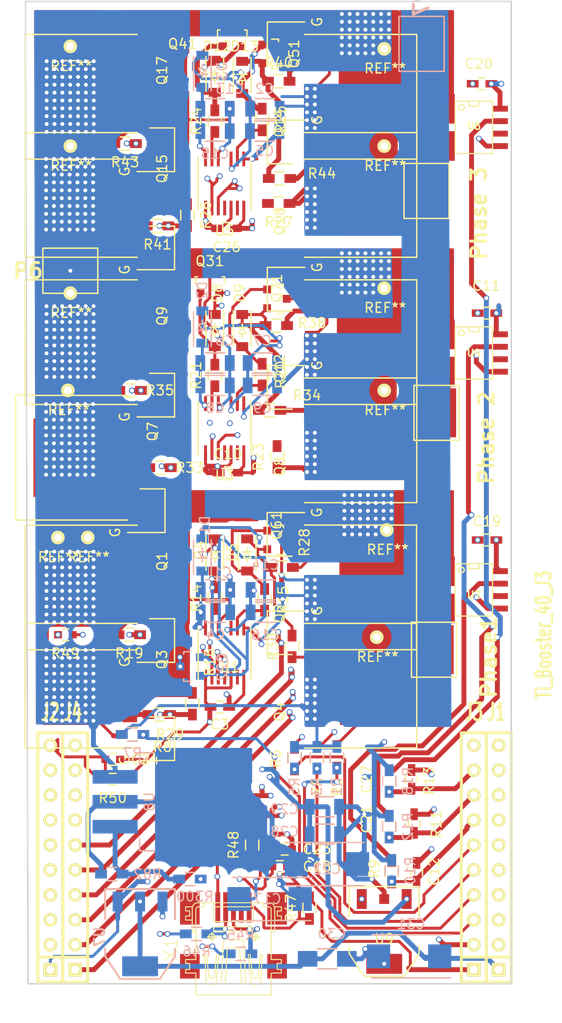
<source format=kicad_pcb>
(kicad_pcb (version 4) (host pcbnew 4.0.0-stable)
  (layers (0 F.Cu signal hide) (1 In1.Cu power) (2 In2.Cu power hide) (31 B.Cu signal hide) (34 B.Paste user hide) (35 F.Paste user hide) (36 B.SilkS user) (37 F.SilkS user) (38 B.Mask user hide) (39 F.Mask user hide) (44 Edge.Cuts user))
  (net 0 "")
  (net 1 GND)
  (net 2 +5V)
  (net 3 V_SUPPLY)
  (net 4 "/Power MOSFETS/H1_VS")
  (net 5 "/Power MOSFETS/CurrentA")
  (net 6 "/Power MOSFETS/H2_VS")
  (net 7 "/Power MOSFETS/CurrentB")
  (net 8 "/Power MOSFETS/H3_VS")
  (net 9 "/Power MOSFETS/CurrentC")
  (net 10 "/Power MOSFETS/M_H1")
  (net 11 "/Power MOSFETS/M_L1")
  (net 12 "/Power MOSFETS/M_H2")
  (net 13 "/Power MOSFETS/M_L2")
  (net 14 "/Power MOSFETS/M_H3")
  (net 15 "/Power MOSFETS/M_L3")
  (net 16 "/Power MOSFETS/PHASE_1")
  (net 17 "/Power MOSFETS/PHASE_2")
  (net 18 "/Power MOSFETS/PHASE_3")
  (net 19 "Net-(R9-Pad1)")
  (net 20 "Net-(R11-Pad1)")
  (net 21 "Net-(R13-Pad1)")
  (net 22 "Net-(R15-Pad2)")
  (net 23 "Net-(R20-Pad2)")
  (net 24 "Net-(R25-Pad2)")
  (net 25 "Net-(U2-Pad6)")
  (net 26 "Net-(U4-Pad6)")
  (net 27 "Net-(U6-Pad6)")
  (net 28 "Net-(J1-Pad2)")
  (net 29 "Net-(J1-Pad3)")
  (net 30 "Net-(J1-Pad4)")
  (net 31 "Net-(J1-Pad5)")
  (net 32 "Net-(J1-Pad6)")
  (net 33 "Net-(J1-Pad7)")
  (net 34 "Net-(J1-Pad8)")
  (net 35 "Net-(J1-Pad9)")
  (net 36 "Net-(J1-Pad10)")
  (net 37 "Net-(J2-Pad2)")
  (net 38 "Net-(J2-Pad4)")
  (net 39 "Net-(J2-Pad6)")
  (net 40 "Net-(J2-Pad7)")
  (net 41 "Net-(J2-Pad8)")
  (net 42 "Net-(J2-Pad9)")
  (net 43 "Net-(J3-Pad3)")
  (net 44 "Net-(J3-Pad4)")
  (net 45 "Net-(J3-Pad5)")
  (net 46 "Net-(J3-Pad6)")
  (net 47 "Net-(J3-Pad10)")
  (net 48 "Net-(J4-Pad7)")
  (net 49 "Net-(J4-Pad8)")
  (net 50 "Net-(J4-Pad9)")
  (net 51 "Net-(J4-Pad10)")
  (net 52 +3V3)
  (net 53 "Net-(X1-Pad4)")
  (net 54 "Net-(C1-Pad1)")
  (net 55 "Net-(C6-Pad1)")
  (net 56 "Net-(C13-Pad1)")
  (net 57 "Net-(Q12-Pad3)")
  (net 58 "Net-(Q17-Pad3)")
  (net 59 "Net-(Q18-Pad3)")
  (net 60 "Net-(R14-Pad1)")
  (net 61 "Net-(R20-Pad1)")
  (net 62 "Net-(R21-Pad1)")
  (net 63 "Net-(R24-Pad1)")
  (net 64 "Net-(R25-Pad1)")
  (net 65 "Net-(U1-Pad4)")
  (net 66 "Net-(U1-Pad6)")
  (net 67 "Net-(U3-Pad4)")
  (net 68 "Net-(U3-Pad6)")
  (net 69 "Net-(U5-Pad4)")
  (net 70 "Net-(U5-Pad6)")
  (net 71 VDD)
  (net 72 "Net-(R300-Pad1)")
  (net 73 "Net-(C24-Pad2)")
  (net 74 "Net-(R45-Pad1)")
  (net 75 "Net-(R46-Pad2)")
  (net 76 "Net-(R47-Pad1)")
  (net 77 "Net-(R48-Pad2)")
  (net 78 "Net-(D4-Pad1)")
  (net 79 "Net-(D4-Pad2)")
  (net 80 "Net-(D5-Pad1)")
  (net 81 "Net-(D5-Pad2)")
  (net 82 "Net-(D8-Pad1)")
  (net 83 "Net-(D8-Pad2)")
  (net 84 "Net-(D9-Pad1)")
  (net 85 "Net-(D9-Pad2)")
  (net 86 "Net-(D12-Pad1)")
  (net 87 "Net-(D12-Pad2)")
  (net 88 "Net-(D13-Pad1)")
  (net 89 "Net-(D13-Pad2)")
  (net 90 "Net-(Q1-Pad3)")
  (net 91 "Net-(Q2-Pad3)")
  (net 92 "Net-(Q3-Pad3)")
  (net 93 "Net-(Q4-Pad3)")
  (net 94 "Net-(Q7-Pad3)")
  (net 95 "Net-(Q8-Pad3)")
  (net 96 "Net-(Q9-Pad3)")
  (net 97 "Net-(Q14-Pad3)")
  (net 98 "Net-(Q15-Pad3)")
  (module thrw (layer F.Cu) (at 239.522 66.802)
    (fp_text reference REF** (at 0.1 2) (layer F.SilkS))
    (fp_text value thrw)
    (pad 1 thru_hole circle (at 0 0) (size 1.397 1.397) (drill 0.8128) (layers *.Cu *.Mask F.SilkS) (net 8 "/Power MOSFETS/H3_VS"))
  )
  (module thrw (layer F.Cu) (at 239.522 91.694)
    (fp_text reference REF** (at 0.1 2) (layer F.SilkS))
    (fp_text value thrw)
    (pad 1 thru_hole circle (at 0 0) (size 1.397 1.397) (drill 0.8128) (layers *.Cu *.Mask F.SilkS) (net 6 "/Power MOSFETS/H2_VS"))
  )
  (module thrw (layer F.Cu) (at 238.76 116.84)
    (fp_text reference REF** (at 0.1 2) (layer F.SilkS))
    (fp_text value thrw)
    (pad 1 thru_hole circle (at 0 0) (size 1.397 1.397) (drill 0.8128) (layers *.Cu *.Mask F.SilkS) (net 4 "/Power MOSFETS/H1_VS"))
  )
  (module thrw (layer F.Cu) (at 239.522 56.896)
    (fp_text reference REF** (at 0.1 2) (layer F.SilkS))
    (fp_text value thrw)
    (pad 1 thru_hole circle (at 0 0) (size 1.397 1.397) (drill 0.8128) (layers *.Cu *.Mask F.SilkS) (net 8 "/Power MOSFETS/H3_VS"))
  )
  (module thrw (layer F.Cu) (at 239.776 105.918)
    (fp_text reference REF** (at 0.1 2) (layer F.SilkS))
    (fp_text value thrw)
    (pad 1 thru_hole circle (at 0 0) (size 1.397 1.397) (drill 0.8128) (layers *.Cu *.Mask F.SilkS) (net 4 "/Power MOSFETS/H1_VS"))
  )
  (module thrw (layer F.Cu) (at 239.522 81.28)
    (fp_text reference REF** (at 0.1 2) (layer F.SilkS))
    (fp_text value thrw)
    (pad 1 thru_hole circle (at 0 0) (size 1.397 1.397) (drill 0.8128) (layers *.Cu *.Mask F.SilkS) (net 6 "/Power MOSFETS/H2_VS"))
  )
  (module thrw (layer F.Cu) (at 207.518 56.642)
    (fp_text reference REF** (at 0.1 2) (layer F.SilkS))
    (fp_text value thrw)
    (pad 1 thru_hole circle (at 0 0) (size 1.397 1.397) (drill 0.8128) (layers *.Cu *.Mask F.SilkS) (net 3 V_SUPPLY))
  )
  (module thrw (layer F.Cu) (at 207.518 66.802)
    (fp_text reference REF** (at 0.1 2) (layer F.SilkS))
    (fp_text value thrw)
    (pad 1 thru_hole circle (at 0 0) (size 1.397 1.397) (drill 0.8128) (layers *.Cu *.Mask F.SilkS) (net 3 V_SUPPLY))
  )
  (module thrw (layer F.Cu) (at 207.518 81.788)
    (fp_text reference REF** (at 0.1 2) (layer F.SilkS))
    (fp_text value thrw)
    (pad 1 thru_hole circle (at 0 0) (size 1.397 1.397) (drill 0.8128) (layers *.Cu *.Mask F.SilkS) (net 3 V_SUPPLY))
  )
  (module thrw (layer F.Cu) (at 207.264 91.694)
    (fp_text reference REF** (at 0.1 2) (layer F.SilkS))
    (fp_text value thrw)
    (pad 1 thru_hole circle (at 0 0) (size 1.397 1.397) (drill 0.8128) (layers *.Cu *.Mask F.SilkS) (net 3 V_SUPPLY))
  )
  (module thrw (layer F.Cu) (at 206.248 106.68)
    (fp_text reference REF** (at 0.1 2) (layer F.SilkS))
    (fp_text value thrw)
    (pad 1 thru_hole circle (at 0 0) (size 1.397 1.397) (drill 0.8128) (layers *.Cu *.Mask F.SilkS) (net 3 V_SUPPLY))
  )
  (module thrw (layer F.Cu) (at 209.296 106.68)
    (fp_text reference REF** (at 0.1 2) (layer F.SilkS))
    (fp_text value thrw)
    (pad 1 thru_hole circle (at 0 0) (size 1.397 1.397) (drill 0.8128) (layers *.Cu *.Mask F.SilkS) (net 3 V_SUPPLY))
  )
  (module Capacitors_SMD:C_1206 (layer B.Cu) (at 227.354 62.992)
    (fp_text reference C2 (at -0.024 -2.032) (layer B.SilkS) (effects (justify mirror)))
    (fp_text value 0.1uf)
    (pad 1 smd rect (at -1.5 0) (size 1 1.6) (layers B.Cu B.Paste B.Mask) (net 71 VDD))
    (pad 2 smd rect (at 1.5 0) (size 1 1.6) (layers B.Cu B.Paste B.Mask) (net 1 GND))
  )
  (module TO_SOT_Packages_SMD:SOT-223 (layer F.Cu) (at 239.522 146.812 180)
    (fp_text reference U9 (at 0 -0.762 180) (layer F.SilkS))
    (fp_text value LM340MPX-5)
    (pad 4 smd rect (at 0 -3.302 180) (size 3.6576 2.032) (layers F.Cu F.Paste F.Mask) (net 1 GND))
    (pad 2 smd rect (at 0 3.302 180) (size 1.016 1) (layers F.Cu F.Paste F.Mask) (net 1 GND))
    (pad 3 smd rect (at 2.286 3.302 180) (size 1.016 2.032) (layers F.Cu F.Paste F.Mask) (net 2 +5V))
    (pad 1 smd rect (at -2.286 3.302 180) (size 1.016 2.032) (layers F.Cu F.Paste F.Mask) (net 71 VDD))
  )
  (module "via 0.60.4" (layer F.Cu) (at 232.448 125.158)
    (fp_text reference REF**26 hide)
    (fp_text value "via 0.60.4" hide)
    (pad 1 thru_hole circle (at 0 0) (size 0.6 0.6) (drill 0.4) (layers *.Cu) (net 1 GND))
  )
  (module "via 0.60.4" (layer F.Cu) (at 231.648 125.158)
    (fp_text reference REF**16 hide)
    (fp_text value "via 0.60.4" hide)
    (pad 1 thru_hole circle (at 0 0) (size 0.6 0.6) (drill 0.4) (layers *.Cu) (net 1 GND))
  )
  (module "via 0.60.4" (layer F.Cu) (at 232.448 124.358)
    (fp_text reference REF**25 hide)
    (fp_text value "via 0.60.4" hide)
    (pad 1 thru_hole circle (at 0 0) (size 0.6 0.6) (drill 0.4) (layers *.Cu) (net 1 GND))
  )
  (module "via 0.60.4" (layer F.Cu) (at 231.648 124.358)
    (fp_text reference REF**15 hide)
    (fp_text value "via 0.60.4" hide)
    (pad 1 thru_hole circle (at 0 0) (size 0.6 0.6) (drill 0.4) (layers *.Cu) (net 1 GND))
  )
  (module "via 0.60.4" (layer F.Cu) (at 232.448 123.558)
    (fp_text reference REF**24 hide)
    (fp_text value "via 0.60.4" hide)
    (pad 1 thru_hole circle (at 0 0) (size 0.6 0.6) (drill 0.4) (layers *.Cu) (net 1 GND))
  )
  (module "via 0.60.4" (layer F.Cu) (at 231.648 123.558)
    (fp_text reference REF**14 hide)
    (fp_text value "via 0.60.4" hide)
    (pad 1 thru_hole circle (at 0 0) (size 0.6 0.6) (drill 0.4) (layers *.Cu) (net 1 GND))
  )
  (module "via 0.60.4" (layer F.Cu) (at 232.448 122.758)
    (fp_text reference REF**23 hide)
    (fp_text value "via 0.60.4" hide)
    (pad 1 thru_hole circle (at 0 0) (size 0.6 0.6) (drill 0.4) (layers *.Cu) (net 1 GND))
  )
  (module "via 0.60.4" (layer F.Cu) (at 231.648 122.758)
    (fp_text reference REF**13 hide)
    (fp_text value "via 0.60.4" hide)
    (pad 1 thru_hole circle (at 0 0) (size 0.6 0.6) (drill 0.4) (layers *.Cu) (net 1 GND))
  )
  (module "via 0.60.4" (layer F.Cu) (at 232.448 121.958)
    (fp_text reference REF**22 hide)
    (fp_text value "via 0.60.4" hide)
    (pad 1 thru_hole circle (at 0 0) (size 0.6 0.6) (drill 0.4) (layers *.Cu) (net 1 GND))
  )
  (module "via 0.60.4" (layer F.Cu) (at 231.648 121.958)
    (fp_text reference REF**12 hide)
    (fp_text value "via 0.60.4" hide)
    (pad 1 thru_hole circle (at 0 0) (size 0.6 0.6) (drill 0.4) (layers *.Cu) (net 1 GND))
  )
  (module "via 0.60.4" (layer F.Cu) (at 232.448 121.158)
    (fp_text reference REF**21 hide)
    (fp_text value "via 0.60.4" hide)
    (pad 1 thru_hole circle (at 0 0) (size 0.6 0.6) (drill 0.4) (layers *.Cu) (net 1 GND))
  )
  (module "via 0.60.4" (layer F.Cu) (at 232.448 114.998)
    (fp_text reference REF**26 hide)
    (fp_text value "via 0.60.4" hide)
    (pad 1 thru_hole circle (at 0 0) (size 0.6 0.6) (drill 0.4) (layers *.Cu) (net 1 GND))
  )
  (module "via 0.60.4" (layer F.Cu) (at 231.648 114.998)
    (fp_text reference REF**16 hide)
    (fp_text value "via 0.60.4" hide)
    (pad 1 thru_hole circle (at 0 0) (size 0.6 0.6) (drill 0.4) (layers *.Cu) (net 1 GND))
  )
  (module "via 0.60.4" (layer F.Cu) (at 232.448 114.198)
    (fp_text reference REF**25 hide)
    (fp_text value "via 0.60.4" hide)
    (pad 1 thru_hole circle (at 0 0) (size 0.6 0.6) (drill 0.4) (layers *.Cu) (net 1 GND))
  )
  (module "via 0.60.4" (layer F.Cu) (at 231.648 114.198)
    (fp_text reference REF**15 hide)
    (fp_text value "via 0.60.4" hide)
    (pad 1 thru_hole circle (at 0 0) (size 0.6 0.6) (drill 0.4) (layers *.Cu) (net 1 GND))
  )
  (module "via 0.60.4" (layer F.Cu) (at 232.448 113.398)
    (fp_text reference REF**24 hide)
    (fp_text value "via 0.60.4" hide)
    (pad 1 thru_hole circle (at 0 0) (size 0.6 0.6) (drill 0.4) (layers *.Cu) (net 1 GND))
  )
  (module "via 0.60.4" (layer F.Cu) (at 231.648 113.398)
    (fp_text reference REF**14 hide)
    (fp_text value "via 0.60.4" hide)
    (pad 1 thru_hole circle (at 0 0) (size 0.6 0.6) (drill 0.4) (layers *.Cu) (net 1 GND))
  )
  (module "via 0.60.4" (layer F.Cu) (at 232.448 112.598)
    (fp_text reference REF**23 hide)
    (fp_text value "via 0.60.4" hide)
    (pad 1 thru_hole circle (at 0 0) (size 0.6 0.6) (drill 0.4) (layers *.Cu) (net 1 GND))
  )
  (module "via 0.60.4" (layer F.Cu) (at 231.648 112.598)
    (fp_text reference REF**13 hide)
    (fp_text value "via 0.60.4" hide)
    (pad 1 thru_hole circle (at 0 0) (size 0.6 0.6) (drill 0.4) (layers *.Cu) (net 1 GND))
  )
  (module "via 0.60.4" (layer F.Cu) (at 232.448 111.798)
    (fp_text reference REF**22 hide)
    (fp_text value "via 0.60.4" hide)
    (pad 1 thru_hole circle (at 0 0) (size 0.6 0.6) (drill 0.4) (layers *.Cu) (net 1 GND))
  )
  (module "via 0.60.4" (layer F.Cu) (at 231.648 111.798)
    (fp_text reference REF**12 hide)
    (fp_text value "via 0.60.4" hide)
    (pad 1 thru_hole circle (at 0 0) (size 0.6 0.6) (drill 0.4) (layers *.Cu) (net 1 GND))
  )
  (module "via 0.60.4" (layer F.Cu) (at 232.448 110.998)
    (fp_text reference REF**21 hide)
    (fp_text value "via 0.60.4" hide)
    (pad 1 thru_hole circle (at 0 0) (size 0.6 0.6) (drill 0.4) (layers *.Cu) (net 1 GND))
  )
  (module "via 0.60.4" (layer F.Cu) (at 231.648 121.158)
    (fp_text reference REF**11 hide)
    (fp_text value "via 0.60.4" hide)
    (pad 1 thru_hole circle (at 0 0) (size 0.6 0.6) (drill 0.4) (layers *.Cu) (net 1 GND))
  )
  (module "via 0.60.4" (layer F.Cu) (at 231.648 110.998)
    (fp_text reference REF**11 hide)
    (fp_text value "via 0.60.4" hide)
    (pad 1 thru_hole circle (at 0 0) (size 0.6 0.6) (drill 0.4) (layers *.Cu) (net 1 GND))
  )
  (module "via 0.60.4" (layer F.Cu) (at 232.448 100.012)
    (fp_text reference REF**26 hide)
    (fp_text value "via 0.60.4" hide)
    (pad 1 thru_hole circle (at 0 0) (size 0.6 0.6) (drill 0.4) (layers *.Cu) (net 1 GND))
  )
  (module "via 0.60.4" (layer F.Cu) (at 231.648 100.012)
    (fp_text reference REF**16 hide)
    (fp_text value "via 0.60.4" hide)
    (pad 1 thru_hole circle (at 0 0) (size 0.6 0.6) (drill 0.4) (layers *.Cu) (net 1 GND))
  )
  (module "via 0.60.4" (layer F.Cu) (at 232.448 99.212)
    (fp_text reference REF**25 hide)
    (fp_text value "via 0.60.4" hide)
    (pad 1 thru_hole circle (at 0 0) (size 0.6 0.6) (drill 0.4) (layers *.Cu) (net 1 GND))
  )
  (module "via 0.60.4" (layer F.Cu) (at 231.648 99.212)
    (fp_text reference REF**15 hide)
    (fp_text value "via 0.60.4" hide)
    (pad 1 thru_hole circle (at 0 0) (size 0.6 0.6) (drill 0.4) (layers *.Cu) (net 1 GND))
  )
  (module "via 0.60.4" (layer F.Cu) (at 232.448 98.412)
    (fp_text reference REF**24 hide)
    (fp_text value "via 0.60.4" hide)
    (pad 1 thru_hole circle (at 0 0) (size 0.6 0.6) (drill 0.4) (layers *.Cu) (net 1 GND))
  )
  (module "via 0.60.4" (layer F.Cu) (at 231.648 98.412)
    (fp_text reference REF**14 hide)
    (fp_text value "via 0.60.4" hide)
    (pad 1 thru_hole circle (at 0 0) (size 0.6 0.6) (drill 0.4) (layers *.Cu) (net 1 GND))
  )
  (module "via 0.60.4" (layer F.Cu) (at 232.448 97.612)
    (fp_text reference REF**23 hide)
    (fp_text value "via 0.60.4" hide)
    (pad 1 thru_hole circle (at 0 0) (size 0.6 0.6) (drill 0.4) (layers *.Cu) (net 1 GND))
  )
  (module "via 0.60.4" (layer F.Cu) (at 231.648 97.612)
    (fp_text reference REF**13 hide)
    (fp_text value "via 0.60.4" hide)
    (pad 1 thru_hole circle (at 0 0) (size 0.6 0.6) (drill 0.4) (layers *.Cu) (net 1 GND))
  )
  (module "via 0.60.4" (layer F.Cu) (at 232.448 96.812)
    (fp_text reference REF**22 hide)
    (fp_text value "via 0.60.4" hide)
    (pad 1 thru_hole circle (at 0 0) (size 0.6 0.6) (drill 0.4) (layers *.Cu) (net 1 GND))
  )
  (module "via 0.60.4" (layer F.Cu) (at 231.648 96.812)
    (fp_text reference REF**12 hide)
    (fp_text value "via 0.60.4" hide)
    (pad 1 thru_hole circle (at 0 0) (size 0.6 0.6) (drill 0.4) (layers *.Cu) (net 1 GND))
  )
  (module "via 0.60.4" (layer F.Cu) (at 232.448 96.012)
    (fp_text reference REF**21 hide)
    (fp_text value "via 0.60.4" hide)
    (pad 1 thru_hole circle (at 0 0) (size 0.6 0.6) (drill 0.4) (layers *.Cu) (net 1 GND))
  )
  (module "via 0.60.4" (layer F.Cu) (at 231.648 96.012)
    (fp_text reference REF**11 hide)
    (fp_text value "via 0.60.4" hide)
    (pad 1 thru_hole circle (at 0 0) (size 0.6 0.6) (drill 0.4) (layers *.Cu) (net 1 GND))
  )
  (module "via 0.60.4" (layer F.Cu) (at 232.448 90.106)
    (fp_text reference REF**26 hide)
    (fp_text value "via 0.60.4" hide)
    (pad 1 thru_hole circle (at 0 0) (size 0.6 0.6) (drill 0.4) (layers *.Cu) (net 1 GND))
  )
  (module "via 0.60.4" (layer F.Cu) (at 231.648 90.106)
    (fp_text reference REF**16 hide)
    (fp_text value "via 0.60.4" hide)
    (pad 1 thru_hole circle (at 0 0) (size 0.6 0.6) (drill 0.4) (layers *.Cu) (net 1 GND))
  )
  (module "via 0.60.4" (layer F.Cu) (at 232.448 89.306)
    (fp_text reference REF**25 hide)
    (fp_text value "via 0.60.4" hide)
    (pad 1 thru_hole circle (at 0 0) (size 0.6 0.6) (drill 0.4) (layers *.Cu) (net 1 GND))
  )
  (module "via 0.60.4" (layer F.Cu) (at 231.648 89.306)
    (fp_text reference REF**15 hide)
    (fp_text value "via 0.60.4" hide)
    (pad 1 thru_hole circle (at 0 0) (size 0.6 0.6) (drill 0.4) (layers *.Cu) (net 1 GND))
  )
  (module "via 0.60.4" (layer F.Cu) (at 232.448 88.506)
    (fp_text reference REF**24 hide)
    (fp_text value "via 0.60.4" hide)
    (pad 1 thru_hole circle (at 0 0) (size 0.6 0.6) (drill 0.4) (layers *.Cu) (net 1 GND))
  )
  (module "via 0.60.4" (layer F.Cu) (at 231.648 88.506)
    (fp_text reference REF**14 hide)
    (fp_text value "via 0.60.4" hide)
    (pad 1 thru_hole circle (at 0 0) (size 0.6 0.6) (drill 0.4) (layers *.Cu) (net 1 GND))
  )
  (module "via 0.60.4" (layer F.Cu) (at 232.448 87.706)
    (fp_text reference REF**23 hide)
    (fp_text value "via 0.60.4" hide)
    (pad 1 thru_hole circle (at 0 0) (size 0.6 0.6) (drill 0.4) (layers *.Cu) (net 1 GND))
  )
  (module "via 0.60.4" (layer F.Cu) (at 231.648 87.706)
    (fp_text reference REF**13 hide)
    (fp_text value "via 0.60.4" hide)
    (pad 1 thru_hole circle (at 0 0) (size 0.6 0.6) (drill 0.4) (layers *.Cu) (net 1 GND))
  )
  (module "via 0.60.4" (layer F.Cu) (at 232.448 86.906)
    (fp_text reference REF**22 hide)
    (fp_text value "via 0.60.4" hide)
    (pad 1 thru_hole circle (at 0 0) (size 0.6 0.6) (drill 0.4) (layers *.Cu) (net 1 GND))
  )
  (module "via 0.60.4" (layer F.Cu) (at 231.648 86.906)
    (fp_text reference REF**12 hide)
    (fp_text value "via 0.60.4" hide)
    (pad 1 thru_hole circle (at 0 0) (size 0.6 0.6) (drill 0.4) (layers *.Cu) (net 1 GND))
  )
  (module "via 0.60.4" (layer F.Cu) (at 232.448 86.106)
    (fp_text reference REF**21 hide)
    (fp_text value "via 0.60.4" hide)
    (pad 1 thru_hole circle (at 0 0) (size 0.6 0.6) (drill 0.4) (layers *.Cu) (net 1 GND))
  )
  (module "via 0.60.4" (layer F.Cu) (at 231.648 86.106)
    (fp_text reference REF**11 hide)
    (fp_text value "via 0.60.4" hide)
    (pad 1 thru_hole circle (at 0 0) (size 0.6 0.6) (drill 0.4) (layers *.Cu) (net 1 GND))
  )
  (module "via 0.60.4" (layer F.Cu) (at 232.448 75.12)
    (fp_text reference REF**26 hide)
    (fp_text value "via 0.60.4" hide)
    (pad 1 thru_hole circle (at 0 0) (size 0.6 0.6) (drill 0.4) (layers *.Cu) (net 1 GND))
  )
  (module "via 0.60.4" (layer F.Cu) (at 231.648 75.12)
    (fp_text reference REF**16 hide)
    (fp_text value "via 0.60.4" hide)
    (pad 1 thru_hole circle (at 0 0) (size 0.6 0.6) (drill 0.4) (layers *.Cu) (net 1 GND))
  )
  (module "via 0.60.4" (layer F.Cu) (at 232.448 74.32)
    (fp_text reference REF**25 hide)
    (fp_text value "via 0.60.4" hide)
    (pad 1 thru_hole circle (at 0 0) (size 0.6 0.6) (drill 0.4) (layers *.Cu) (net 1 GND))
  )
  (module "via 0.60.4" (layer F.Cu) (at 231.648 74.32)
    (fp_text reference REF**15 hide)
    (fp_text value "via 0.60.4" hide)
    (pad 1 thru_hole circle (at 0 0) (size 0.6 0.6) (drill 0.4) (layers *.Cu) (net 1 GND))
  )
  (module "via 0.60.4" (layer F.Cu) (at 232.448 73.52)
    (fp_text reference REF**24 hide)
    (fp_text value "via 0.60.4" hide)
    (pad 1 thru_hole circle (at 0 0) (size 0.6 0.6) (drill 0.4) (layers *.Cu) (net 1 GND))
  )
  (module "via 0.60.4" (layer F.Cu) (at 231.648 73.52)
    (fp_text reference REF**14 hide)
    (fp_text value "via 0.60.4" hide)
    (pad 1 thru_hole circle (at 0 0) (size 0.6 0.6) (drill 0.4) (layers *.Cu) (net 1 GND))
  )
  (module "via 0.60.4" (layer F.Cu) (at 232.448 72.72)
    (fp_text reference REF**23 hide)
    (fp_text value "via 0.60.4" hide)
    (pad 1 thru_hole circle (at 0 0) (size 0.6 0.6) (drill 0.4) (layers *.Cu) (net 1 GND))
  )
  (module "via 0.60.4" (layer F.Cu) (at 231.648 72.72)
    (fp_text reference REF**13 hide)
    (fp_text value "via 0.60.4" hide)
    (pad 1 thru_hole circle (at 0 0) (size 0.6 0.6) (drill 0.4) (layers *.Cu) (net 1 GND))
  )
  (module "via 0.60.4" (layer F.Cu) (at 232.448 71.92)
    (fp_text reference REF**22 hide)
    (fp_text value "via 0.60.4" hide)
    (pad 1 thru_hole circle (at 0 0) (size 0.6 0.6) (drill 0.4) (layers *.Cu) (net 1 GND))
  )
  (module "via 0.60.4" (layer F.Cu) (at 231.648 71.92)
    (fp_text reference REF**12 hide)
    (fp_text value "via 0.60.4" hide)
    (pad 1 thru_hole circle (at 0 0) (size 0.6 0.6) (drill 0.4) (layers *.Cu) (net 1 GND))
  )
  (module "via 0.60.4" (layer F.Cu) (at 232.448 71.12)
    (fp_text reference REF**21 hide)
    (fp_text value "via 0.60.4" hide)
    (pad 1 thru_hole circle (at 0 0) (size 0.6 0.6) (drill 0.4) (layers *.Cu) (net 1 GND))
  )
  (module "via 0.60.4" (layer F.Cu) (at 231.648 71.12)
    (fp_text reference REF**11 hide)
    (fp_text value "via 0.60.4" hide)
    (pad 1 thru_hole circle (at 0 0) (size 0.6 0.6) (drill 0.4) (layers *.Cu) (net 1 GND))
  )
  (module "via 0.60.4" (layer F.Cu) (at 232.448 64.96)
    (fp_text reference REF**26 hide)
    (fp_text value "via 0.60.4" hide)
    (pad 1 thru_hole circle (at 0 0) (size 0.6 0.6) (drill 0.4) (layers *.Cu) (net 1 GND))
  )
  (module "via 0.60.4" (layer F.Cu) (at 231.648 64.96)
    (fp_text reference REF**16 hide)
    (fp_text value "via 0.60.4" hide)
    (pad 1 thru_hole circle (at 0 0) (size 0.6 0.6) (drill 0.4) (layers *.Cu) (net 1 GND))
  )
  (module "via 0.60.4" (layer F.Cu) (at 232.448 64.16)
    (fp_text reference REF**25 hide)
    (fp_text value "via 0.60.4" hide)
    (pad 1 thru_hole circle (at 0 0) (size 0.6 0.6) (drill 0.4) (layers *.Cu) (net 1 GND))
  )
  (module "via 0.60.4" (layer F.Cu) (at 231.648 64.16)
    (fp_text reference REF**15 hide)
    (fp_text value "via 0.60.4" hide)
    (pad 1 thru_hole circle (at 0 0) (size 0.6 0.6) (drill 0.4) (layers *.Cu) (net 1 GND))
  )
  (module "via 0.60.4" (layer F.Cu) (at 232.448 63.36)
    (fp_text reference REF**24 hide)
    (fp_text value "via 0.60.4" hide)
    (pad 1 thru_hole circle (at 0 0) (size 0.6 0.6) (drill 0.4) (layers *.Cu) (net 1 GND))
  )
  (module "via 0.60.4" (layer F.Cu) (at 231.648 63.36)
    (fp_text reference REF**14 hide)
    (fp_text value "via 0.60.4" hide)
    (pad 1 thru_hole circle (at 0 0) (size 0.6 0.6) (drill 0.4) (layers *.Cu) (net 1 GND))
  )
  (module "via 0.60.4" (layer F.Cu) (at 232.448 62.56)
    (fp_text reference REF**23 hide)
    (fp_text value "via 0.60.4" hide)
    (pad 1 thru_hole circle (at 0 0) (size 0.6 0.6) (drill 0.4) (layers *.Cu) (net 1 GND))
  )
  (module "via 0.60.4" (layer F.Cu) (at 231.648 62.56)
    (fp_text reference REF**13 hide)
    (fp_text value "via 0.60.4" hide)
    (pad 1 thru_hole circle (at 0 0) (size 0.6 0.6) (drill 0.4) (layers *.Cu) (net 1 GND))
  )
  (module "via 0.60.4" (layer F.Cu) (at 232.448 61.76)
    (fp_text reference REF**22 hide)
    (fp_text value "via 0.60.4" hide)
    (pad 1 thru_hole circle (at 0 0) (size 0.6 0.6) (drill 0.4) (layers *.Cu) (net 1 GND))
  )
  (module "via 0.60.4" (layer F.Cu) (at 231.648 61.76)
    (fp_text reference REF**12 hide)
    (fp_text value "via 0.60.4" hide)
    (pad 1 thru_hole circle (at 0 0) (size 0.6 0.6) (drill 0.4) (layers *.Cu) (net 1 GND))
  )
  (module "via 0.60.4" (layer F.Cu) (at 232.448 60.96)
    (fp_text reference REF**21 hide)
    (fp_text value "via 0.60.4" hide)
    (pad 1 thru_hole circle (at 0 0) (size 0.6 0.6) (drill 0.4) (layers *.Cu) (net 1 GND))
  )
  (module "via 0.60.4" (layer F.Cu) (at 231.648 60.96)
    (fp_text reference REF**11 hide)
    (fp_text value "via 0.60.4" hide)
    (pad 1 thru_hole circle (at 0 0) (size 0.6 0.6) (drill 0.4) (layers *.Cu) (net 1 GND))
  )
  (module "via 0.60.4" (layer F.Cu) (at 238.658 106.362)
    (fp_text reference REF**156 hide)
    (fp_text value "via 0.60.4" hide)
    (pad 1 thru_hole circle (at 0 0) (size 0.6 0.6) (drill 0.4) (layers *.Cu) (net 4 "/Power MOSFETS/H1_VS"))
  )
  (module "via 0.60.4" (layer F.Cu) (at 237.858 106.362)
    (fp_text reference REF**146 hide)
    (fp_text value "via 0.60.4" hide)
    (pad 1 thru_hole circle (at 0 0) (size 0.6 0.6) (drill 0.4) (layers *.Cu) (net 4 "/Power MOSFETS/H1_VS"))
  )
  (module "via 0.60.4" (layer F.Cu) (at 237.058 106.362)
    (fp_text reference REF**136 hide)
    (fp_text value "via 0.60.4" hide)
    (pad 1 thru_hole circle (at 0 0) (size 0.6 0.6) (drill 0.4) (layers *.Cu) (net 4 "/Power MOSFETS/H1_VS"))
  )
  (module "via 0.60.4" (layer F.Cu) (at 236.258 106.362)
    (fp_text reference REF**126 hide)
    (fp_text value "via 0.60.4" hide)
    (pad 1 thru_hole circle (at 0 0) (size 0.6 0.6) (drill 0.4) (layers *.Cu) (net 4 "/Power MOSFETS/H1_VS"))
  )
  (module "via 0.60.4" (layer F.Cu) (at 235.458 106.362)
    (fp_text reference REF**116 hide)
    (fp_text value "via 0.60.4" hide)
    (pad 1 thru_hole circle (at 0 0) (size 0.6 0.6) (drill 0.4) (layers *.Cu) (net 4 "/Power MOSFETS/H1_VS"))
  )
  (module "via 0.60.4" (layer F.Cu) (at 238.658 105.562)
    (fp_text reference REF**155 hide)
    (fp_text value "via 0.60.4" hide)
    (pad 1 thru_hole circle (at 0 0) (size 0.6 0.6) (drill 0.4) (layers *.Cu) (net 4 "/Power MOSFETS/H1_VS"))
  )
  (module "via 0.60.4" (layer F.Cu) (at 237.858 105.562)
    (fp_text reference REF**145 hide)
    (fp_text value "via 0.60.4" hide)
    (pad 1 thru_hole circle (at 0 0) (size 0.6 0.6) (drill 0.4) (layers *.Cu) (net 4 "/Power MOSFETS/H1_VS"))
  )
  (module "via 0.60.4" (layer F.Cu) (at 237.058 105.562)
    (fp_text reference REF**135 hide)
    (fp_text value "via 0.60.4" hide)
    (pad 1 thru_hole circle (at 0 0) (size 0.6 0.6) (drill 0.4) (layers *.Cu) (net 4 "/Power MOSFETS/H1_VS"))
  )
  (module "via 0.60.4" (layer F.Cu) (at 236.258 105.562)
    (fp_text reference REF**125 hide)
    (fp_text value "via 0.60.4" hide)
    (pad 1 thru_hole circle (at 0 0) (size 0.6 0.6) (drill 0.4) (layers *.Cu) (net 4 "/Power MOSFETS/H1_VS"))
  )
  (module "via 0.60.4" (layer F.Cu) (at 235.458 105.562)
    (fp_text reference REF**115 hide)
    (fp_text value "via 0.60.4" hide)
    (pad 1 thru_hole circle (at 0 0) (size 0.6 0.6) (drill 0.4) (layers *.Cu) (net 4 "/Power MOSFETS/H1_VS"))
  )
  (module "via 0.60.4" (layer F.Cu) (at 240.258 104.762)
    (fp_text reference REF**174 hide)
    (fp_text value "via 0.60.4" hide)
    (pad 1 thru_hole circle (at 0 0) (size 0.6 0.6) (drill 0.4) (layers *.Cu) (net 4 "/Power MOSFETS/H1_VS"))
  )
  (module "via 0.60.4" (layer F.Cu) (at 239.458 104.762)
    (fp_text reference REF**164 hide)
    (fp_text value "via 0.60.4" hide)
    (pad 1 thru_hole circle (at 0 0) (size 0.6 0.6) (drill 0.4) (layers *.Cu) (net 4 "/Power MOSFETS/H1_VS"))
  )
  (module "via 0.60.4" (layer F.Cu) (at 238.658 104.762)
    (fp_text reference REF**154 hide)
    (fp_text value "via 0.60.4" hide)
    (pad 1 thru_hole circle (at 0 0) (size 0.6 0.6) (drill 0.4) (layers *.Cu) (net 4 "/Power MOSFETS/H1_VS"))
  )
  (module "via 0.60.4" (layer F.Cu) (at 237.858 104.762)
    (fp_text reference REF**144 hide)
    (fp_text value "via 0.60.4" hide)
    (pad 1 thru_hole circle (at 0 0) (size 0.6 0.6) (drill 0.4) (layers *.Cu) (net 4 "/Power MOSFETS/H1_VS"))
  )
  (module "via 0.60.4" (layer F.Cu) (at 237.058 104.762)
    (fp_text reference REF**134 hide)
    (fp_text value "via 0.60.4" hide)
    (pad 1 thru_hole circle (at 0 0) (size 0.6 0.6) (drill 0.4) (layers *.Cu) (net 4 "/Power MOSFETS/H1_VS"))
  )
  (module "via 0.60.4" (layer F.Cu) (at 236.258 104.762)
    (fp_text reference REF**124 hide)
    (fp_text value "via 0.60.4" hide)
    (pad 1 thru_hole circle (at 0 0) (size 0.6 0.6) (drill 0.4) (layers *.Cu) (net 4 "/Power MOSFETS/H1_VS"))
  )
  (module "via 0.60.4" (layer F.Cu) (at 235.458 104.762)
    (fp_text reference REF**114 hide)
    (fp_text value "via 0.60.4" hide)
    (pad 1 thru_hole circle (at 0 0) (size 0.6 0.6) (drill 0.4) (layers *.Cu) (net 4 "/Power MOSFETS/H1_VS"))
  )
  (module "via 0.60.4" (layer F.Cu) (at 240.258 103.962)
    (fp_text reference REF**173 hide)
    (fp_text value "via 0.60.4" hide)
    (pad 1 thru_hole circle (at 0 0) (size 0.6 0.6) (drill 0.4) (layers *.Cu) (net 4 "/Power MOSFETS/H1_VS"))
  )
  (module "via 0.60.4" (layer F.Cu) (at 239.458 103.962)
    (fp_text reference REF**163 hide)
    (fp_text value "via 0.60.4" hide)
    (pad 1 thru_hole circle (at 0 0) (size 0.6 0.6) (drill 0.4) (layers *.Cu) (net 4 "/Power MOSFETS/H1_VS"))
  )
  (module "via 0.60.4" (layer F.Cu) (at 238.658 103.962)
    (fp_text reference REF**153 hide)
    (fp_text value "via 0.60.4" hide)
    (pad 1 thru_hole circle (at 0 0) (size 0.6 0.6) (drill 0.4) (layers *.Cu) (net 4 "/Power MOSFETS/H1_VS"))
  )
  (module "via 0.60.4" (layer F.Cu) (at 237.858 103.962)
    (fp_text reference REF**143 hide)
    (fp_text value "via 0.60.4" hide)
    (pad 1 thru_hole circle (at 0 0) (size 0.6 0.6) (drill 0.4) (layers *.Cu) (net 4 "/Power MOSFETS/H1_VS"))
  )
  (module "via 0.60.4" (layer F.Cu) (at 237.058 103.962)
    (fp_text reference REF**133 hide)
    (fp_text value "via 0.60.4" hide)
    (pad 1 thru_hole circle (at 0 0) (size 0.6 0.6) (drill 0.4) (layers *.Cu) (net 4 "/Power MOSFETS/H1_VS"))
  )
  (module "via 0.60.4" (layer F.Cu) (at 236.258 103.962)
    (fp_text reference REF**123 hide)
    (fp_text value "via 0.60.4" hide)
    (pad 1 thru_hole circle (at 0 0) (size 0.6 0.6) (drill 0.4) (layers *.Cu) (net 4 "/Power MOSFETS/H1_VS"))
  )
  (module "via 0.60.4" (layer F.Cu) (at 235.458 103.962)
    (fp_text reference REF**113 hide)
    (fp_text value "via 0.60.4" hide)
    (pad 1 thru_hole circle (at 0 0) (size 0.6 0.6) (drill 0.4) (layers *.Cu) (net 4 "/Power MOSFETS/H1_VS"))
  )
  (module "via 0.60.4" (layer F.Cu) (at 240.258 103.162)
    (fp_text reference REF**172 hide)
    (fp_text value "via 0.60.4" hide)
    (pad 1 thru_hole circle (at 0 0) (size 0.6 0.6) (drill 0.4) (layers *.Cu) (net 4 "/Power MOSFETS/H1_VS"))
  )
  (module "via 0.60.4" (layer F.Cu) (at 239.458 103.162)
    (fp_text reference REF**162 hide)
    (fp_text value "via 0.60.4" hide)
    (pad 1 thru_hole circle (at 0 0) (size 0.6 0.6) (drill 0.4) (layers *.Cu) (net 4 "/Power MOSFETS/H1_VS"))
  )
  (module "via 0.60.4" (layer F.Cu) (at 238.658 103.162)
    (fp_text reference REF**152 hide)
    (fp_text value "via 0.60.4" hide)
    (pad 1 thru_hole circle (at 0 0) (size 0.6 0.6) (drill 0.4) (layers *.Cu) (net 4 "/Power MOSFETS/H1_VS"))
  )
  (module "via 0.60.4" (layer F.Cu) (at 237.858 103.162)
    (fp_text reference REF**142 hide)
    (fp_text value "via 0.60.4" hide)
    (pad 1 thru_hole circle (at 0 0) (size 0.6 0.6) (drill 0.4) (layers *.Cu) (net 4 "/Power MOSFETS/H1_VS"))
  )
  (module "via 0.60.4" (layer F.Cu) (at 237.058 103.162)
    (fp_text reference REF**132 hide)
    (fp_text value "via 0.60.4" hide)
    (pad 1 thru_hole circle (at 0 0) (size 0.6 0.6) (drill 0.4) (layers *.Cu) (net 4 "/Power MOSFETS/H1_VS"))
  )
  (module "via 0.60.4" (layer F.Cu) (at 236.258 103.162)
    (fp_text reference REF**122 hide)
    (fp_text value "via 0.60.4" hide)
    (pad 1 thru_hole circle (at 0 0) (size 0.6 0.6) (drill 0.4) (layers *.Cu) (net 4 "/Power MOSFETS/H1_VS"))
  )
  (module "via 0.60.4" (layer F.Cu) (at 235.458 103.162)
    (fp_text reference REF**112 hide)
    (fp_text value "via 0.60.4" hide)
    (pad 1 thru_hole circle (at 0 0) (size 0.6 0.6) (drill 0.4) (layers *.Cu) (net 4 "/Power MOSFETS/H1_VS"))
  )
  (module "via 0.60.4" (layer F.Cu) (at 240.258 102.362)
    (fp_text reference REF**171 hide)
    (fp_text value "via 0.60.4" hide)
    (pad 1 thru_hole circle (at 0 0) (size 0.6 0.6) (drill 0.4) (layers *.Cu) (net 4 "/Power MOSFETS/H1_VS"))
  )
  (module "via 0.60.4" (layer F.Cu) (at 239.458 102.362)
    (fp_text reference REF**161 hide)
    (fp_text value "via 0.60.4" hide)
    (pad 1 thru_hole circle (at 0 0) (size 0.6 0.6) (drill 0.4) (layers *.Cu) (net 4 "/Power MOSFETS/H1_VS"))
  )
  (module "via 0.60.4" (layer F.Cu) (at 238.658 102.362)
    (fp_text reference REF**151 hide)
    (fp_text value "via 0.60.4" hide)
    (pad 1 thru_hole circle (at 0 0) (size 0.6 0.6) (drill 0.4) (layers *.Cu) (net 4 "/Power MOSFETS/H1_VS"))
  )
  (module "via 0.60.4" (layer F.Cu) (at 237.858 102.362)
    (fp_text reference REF**141 hide)
    (fp_text value "via 0.60.4" hide)
    (pad 1 thru_hole circle (at 0 0) (size 0.6 0.6) (drill 0.4) (layers *.Cu) (net 4 "/Power MOSFETS/H1_VS"))
  )
  (module "via 0.60.4" (layer F.Cu) (at 237.058 102.362)
    (fp_text reference REF**131 hide)
    (fp_text value "via 0.60.4" hide)
    (pad 1 thru_hole circle (at 0 0) (size 0.6 0.6) (drill 0.4) (layers *.Cu) (net 4 "/Power MOSFETS/H1_VS"))
  )
  (module "via 0.60.4" (layer F.Cu) (at 236.258 102.362)
    (fp_text reference REF**121 hide)
    (fp_text value "via 0.60.4" hide)
    (pad 1 thru_hole circle (at 0 0) (size 0.6 0.6) (drill 0.4) (layers *.Cu) (net 4 "/Power MOSFETS/H1_VS"))
  )
  (module "via 0.60.4" (layer F.Cu) (at 235.458 102.362)
    (fp_text reference REF**111 hide)
    (fp_text value "via 0.60.4" hide)
    (pad 1 thru_hole circle (at 0 0) (size 0.6 0.6) (drill 0.4) (layers *.Cu) (net 4 "/Power MOSFETS/H1_VS"))
  )
  (module "via 0.60.4" (layer F.Cu) (at 238.404 81.724)
    (fp_text reference REF**56 hide)
    (fp_text value "via 0.60.4" hide)
    (pad 1 thru_hole circle (at 0 0) (size 0.6 0.6) (drill 0.4) (layers *.Cu) (net 6 "/Power MOSFETS/H2_VS"))
  )
  (module "via 0.60.4" (layer F.Cu) (at 237.604 81.724)
    (fp_text reference REF**46 hide)
    (fp_text value "via 0.60.4" hide)
    (pad 1 thru_hole circle (at 0 0) (size 0.6 0.6) (drill 0.4) (layers *.Cu) (net 6 "/Power MOSFETS/H2_VS"))
  )
  (module "via 0.60.4" (layer F.Cu) (at 236.804 81.724)
    (fp_text reference REF**36 hide)
    (fp_text value "via 0.60.4" hide)
    (pad 1 thru_hole circle (at 0 0) (size 0.6 0.6) (drill 0.4) (layers *.Cu) (net 6 "/Power MOSFETS/H2_VS"))
  )
  (module "via 0.60.4" (layer F.Cu) (at 236.004 81.724)
    (fp_text reference REF**26 hide)
    (fp_text value "via 0.60.4" hide)
    (pad 1 thru_hole circle (at 0 0) (size 0.6 0.6) (drill 0.4) (layers *.Cu) (net 6 "/Power MOSFETS/H2_VS"))
  )
  (module "via 0.60.4" (layer F.Cu) (at 235.204 81.724)
    (fp_text reference REF**16 hide)
    (fp_text value "via 0.60.4" hide)
    (pad 1 thru_hole circle (at 0 0) (size 0.6 0.6) (drill 0.4) (layers *.Cu) (net 6 "/Power MOSFETS/H2_VS"))
  )
  (module "via 0.60.4" (layer F.Cu) (at 238.404 80.924)
    (fp_text reference REF**55 hide)
    (fp_text value "via 0.60.4" hide)
    (pad 1 thru_hole circle (at 0 0) (size 0.6 0.6) (drill 0.4) (layers *.Cu) (net 6 "/Power MOSFETS/H2_VS"))
  )
  (module "via 0.60.4" (layer F.Cu) (at 237.604 80.924)
    (fp_text reference REF**45 hide)
    (fp_text value "via 0.60.4" hide)
    (pad 1 thru_hole circle (at 0 0) (size 0.6 0.6) (drill 0.4) (layers *.Cu) (net 6 "/Power MOSFETS/H2_VS"))
  )
  (module "via 0.60.4" (layer F.Cu) (at 236.804 80.924)
    (fp_text reference REF**35 hide)
    (fp_text value "via 0.60.4" hide)
    (pad 1 thru_hole circle (at 0 0) (size 0.6 0.6) (drill 0.4) (layers *.Cu) (net 6 "/Power MOSFETS/H2_VS"))
  )
  (module "via 0.60.4" (layer F.Cu) (at 236.004 80.924)
    (fp_text reference REF**25 hide)
    (fp_text value "via 0.60.4" hide)
    (pad 1 thru_hole circle (at 0 0) (size 0.6 0.6) (drill 0.4) (layers *.Cu) (net 6 "/Power MOSFETS/H2_VS"))
  )
  (module "via 0.60.4" (layer F.Cu) (at 235.204 80.924)
    (fp_text reference REF**15 hide)
    (fp_text value "via 0.60.4" hide)
    (pad 1 thru_hole circle (at 0 0) (size 0.6 0.6) (drill 0.4) (layers *.Cu) (net 6 "/Power MOSFETS/H2_VS"))
  )
  (module "via 0.60.4" (layer F.Cu) (at 240.004 80.124)
    (fp_text reference REF**74 hide)
    (fp_text value "via 0.60.4" hide)
    (pad 1 thru_hole circle (at 0 0) (size 0.6 0.6) (drill 0.4) (layers *.Cu) (net 6 "/Power MOSFETS/H2_VS"))
  )
  (module "via 0.60.4" (layer F.Cu) (at 239.204 80.124)
    (fp_text reference REF**64 hide)
    (fp_text value "via 0.60.4" hide)
    (pad 1 thru_hole circle (at 0 0) (size 0.6 0.6) (drill 0.4) (layers *.Cu) (net 6 "/Power MOSFETS/H2_VS"))
  )
  (module "via 0.60.4" (layer F.Cu) (at 238.404 80.124)
    (fp_text reference REF**54 hide)
    (fp_text value "via 0.60.4" hide)
    (pad 1 thru_hole circle (at 0 0) (size 0.6 0.6) (drill 0.4) (layers *.Cu) (net 6 "/Power MOSFETS/H2_VS"))
  )
  (module "via 0.60.4" (layer F.Cu) (at 237.604 80.124)
    (fp_text reference REF**44 hide)
    (fp_text value "via 0.60.4" hide)
    (pad 1 thru_hole circle (at 0 0) (size 0.6 0.6) (drill 0.4) (layers *.Cu) (net 6 "/Power MOSFETS/H2_VS"))
  )
  (module "via 0.60.4" (layer F.Cu) (at 236.804 80.124)
    (fp_text reference REF**34 hide)
    (fp_text value "via 0.60.4" hide)
    (pad 1 thru_hole circle (at 0 0) (size 0.6 0.6) (drill 0.4) (layers *.Cu) (net 6 "/Power MOSFETS/H2_VS"))
  )
  (module "via 0.60.4" (layer F.Cu) (at 236.004 80.124)
    (fp_text reference REF**24 hide)
    (fp_text value "via 0.60.4" hide)
    (pad 1 thru_hole circle (at 0 0) (size 0.6 0.6) (drill 0.4) (layers *.Cu) (net 6 "/Power MOSFETS/H2_VS"))
  )
  (module "via 0.60.4" (layer F.Cu) (at 235.204 80.124)
    (fp_text reference REF**14 hide)
    (fp_text value "via 0.60.4" hide)
    (pad 1 thru_hole circle (at 0 0) (size 0.6 0.6) (drill 0.4) (layers *.Cu) (net 6 "/Power MOSFETS/H2_VS"))
  )
  (module "via 0.60.4" (layer F.Cu) (at 240.004 79.324)
    (fp_text reference REF**73 hide)
    (fp_text value "via 0.60.4" hide)
    (pad 1 thru_hole circle (at 0 0) (size 0.6 0.6) (drill 0.4) (layers *.Cu) (net 6 "/Power MOSFETS/H2_VS"))
  )
  (module "via 0.60.4" (layer F.Cu) (at 239.204 79.324)
    (fp_text reference REF**63 hide)
    (fp_text value "via 0.60.4" hide)
    (pad 1 thru_hole circle (at 0 0) (size 0.6 0.6) (drill 0.4) (layers *.Cu) (net 6 "/Power MOSFETS/H2_VS"))
  )
  (module "via 0.60.4" (layer F.Cu) (at 238.404 79.324)
    (fp_text reference REF**53 hide)
    (fp_text value "via 0.60.4" hide)
    (pad 1 thru_hole circle (at 0 0) (size 0.6 0.6) (drill 0.4) (layers *.Cu) (net 6 "/Power MOSFETS/H2_VS"))
  )
  (module "via 0.60.4" (layer F.Cu) (at 237.604 79.324)
    (fp_text reference REF**43 hide)
    (fp_text value "via 0.60.4" hide)
    (pad 1 thru_hole circle (at 0 0) (size 0.6 0.6) (drill 0.4) (layers *.Cu) (net 6 "/Power MOSFETS/H2_VS"))
  )
  (module "via 0.60.4" (layer F.Cu) (at 236.804 79.324)
    (fp_text reference REF**33 hide)
    (fp_text value "via 0.60.4" hide)
    (pad 1 thru_hole circle (at 0 0) (size 0.6 0.6) (drill 0.4) (layers *.Cu) (net 6 "/Power MOSFETS/H2_VS"))
  )
  (module "via 0.60.4" (layer F.Cu) (at 236.004 79.324)
    (fp_text reference REF**23 hide)
    (fp_text value "via 0.60.4" hide)
    (pad 1 thru_hole circle (at 0 0) (size 0.6 0.6) (drill 0.4) (layers *.Cu) (net 6 "/Power MOSFETS/H2_VS"))
  )
  (module "via 0.60.4" (layer F.Cu) (at 235.204 79.324)
    (fp_text reference REF**13 hide)
    (fp_text value "via 0.60.4" hide)
    (pad 1 thru_hole circle (at 0 0) (size 0.6 0.6) (drill 0.4) (layers *.Cu) (net 6 "/Power MOSFETS/H2_VS"))
  )
  (module "via 0.60.4" (layer F.Cu) (at 240.004 78.524)
    (fp_text reference REF**72 hide)
    (fp_text value "via 0.60.4" hide)
    (pad 1 thru_hole circle (at 0 0) (size 0.6 0.6) (drill 0.4) (layers *.Cu) (net 6 "/Power MOSFETS/H2_VS"))
  )
  (module "via 0.60.4" (layer F.Cu) (at 239.204 78.524)
    (fp_text reference REF**62 hide)
    (fp_text value "via 0.60.4" hide)
    (pad 1 thru_hole circle (at 0 0) (size 0.6 0.6) (drill 0.4) (layers *.Cu) (net 6 "/Power MOSFETS/H2_VS"))
  )
  (module "via 0.60.4" (layer F.Cu) (at 238.404 78.524)
    (fp_text reference REF**52 hide)
    (fp_text value "via 0.60.4" hide)
    (pad 1 thru_hole circle (at 0 0) (size 0.6 0.6) (drill 0.4) (layers *.Cu) (net 6 "/Power MOSFETS/H2_VS"))
  )
  (module "via 0.60.4" (layer F.Cu) (at 237.604 78.524)
    (fp_text reference REF**42 hide)
    (fp_text value "via 0.60.4" hide)
    (pad 1 thru_hole circle (at 0 0) (size 0.6 0.6) (drill 0.4) (layers *.Cu) (net 6 "/Power MOSFETS/H2_VS"))
  )
  (module "via 0.60.4" (layer F.Cu) (at 236.804 78.524)
    (fp_text reference REF**32 hide)
    (fp_text value "via 0.60.4" hide)
    (pad 1 thru_hole circle (at 0 0) (size 0.6 0.6) (drill 0.4) (layers *.Cu) (net 6 "/Power MOSFETS/H2_VS"))
  )
  (module "via 0.60.4" (layer F.Cu) (at 236.004 78.524)
    (fp_text reference REF**22 hide)
    (fp_text value "via 0.60.4" hide)
    (pad 1 thru_hole circle (at 0 0) (size 0.6 0.6) (drill 0.4) (layers *.Cu) (net 6 "/Power MOSFETS/H2_VS"))
  )
  (module "via 0.60.4" (layer F.Cu) (at 235.204 78.524)
    (fp_text reference REF**12 hide)
    (fp_text value "via 0.60.4" hide)
    (pad 1 thru_hole circle (at 0 0) (size 0.6 0.6) (drill 0.4) (layers *.Cu) (net 6 "/Power MOSFETS/H2_VS"))
  )
  (module "via 0.60.4" (layer F.Cu) (at 240.004 77.724)
    (fp_text reference REF**71 hide)
    (fp_text value "via 0.60.4" hide)
    (pad 1 thru_hole circle (at 0 0) (size 0.6 0.6) (drill 0.4) (layers *.Cu) (net 6 "/Power MOSFETS/H2_VS"))
  )
  (module "via 0.60.4" (layer F.Cu) (at 239.204 77.724)
    (fp_text reference REF**61 hide)
    (fp_text value "via 0.60.4" hide)
    (pad 1 thru_hole circle (at 0 0) (size 0.6 0.6) (drill 0.4) (layers *.Cu) (net 6 "/Power MOSFETS/H2_VS"))
  )
  (module "via 0.60.4" (layer F.Cu) (at 238.404 77.724)
    (fp_text reference REF**51 hide)
    (fp_text value "via 0.60.4" hide)
    (pad 1 thru_hole circle (at 0 0) (size 0.6 0.6) (drill 0.4) (layers *.Cu) (net 6 "/Power MOSFETS/H2_VS"))
  )
  (module "via 0.60.4" (layer F.Cu) (at 237.604 77.724)
    (fp_text reference REF**41 hide)
    (fp_text value "via 0.60.4" hide)
    (pad 1 thru_hole circle (at 0 0) (size 0.6 0.6) (drill 0.4) (layers *.Cu) (net 6 "/Power MOSFETS/H2_VS"))
  )
  (module "via 0.60.4" (layer F.Cu) (at 236.804 77.724)
    (fp_text reference REF**31 hide)
    (fp_text value "via 0.60.4" hide)
    (pad 1 thru_hole circle (at 0 0) (size 0.6 0.6) (drill 0.4) (layers *.Cu) (net 6 "/Power MOSFETS/H2_VS"))
  )
  (module "via 0.60.4" (layer F.Cu) (at 236.004 77.724)
    (fp_text reference REF**21 hide)
    (fp_text value "via 0.60.4" hide)
    (pad 1 thru_hole circle (at 0 0) (size 0.6 0.6) (drill 0.4) (layers *.Cu) (net 6 "/Power MOSFETS/H2_VS"))
  )
  (module "via 0.60.4" (layer F.Cu) (at 235.204 77.724)
    (fp_text reference REF**11 hide)
    (fp_text value "via 0.60.4" hide)
    (pad 1 thru_hole circle (at 0 0) (size 0.6 0.6) (drill 0.4) (layers *.Cu) (net 6 "/Power MOSFETS/H2_VS"))
  )
  (module "via 0.60.4" (layer F.Cu) (at 238.404 57.34)
    (fp_text reference REF**11111156 hide)
    (fp_text value "via 0.60.4" hide)
    (pad 1 thru_hole circle (at 0 0) (size 0.6 0.6) (drill 0.4) (layers *.Cu) (net 8 "/Power MOSFETS/H3_VS"))
  )
  (module "via 0.60.4" (layer F.Cu) (at 237.604 57.34)
    (fp_text reference REF**11111146 hide)
    (fp_text value "via 0.60.4" hide)
    (pad 1 thru_hole circle (at 0 0) (size 0.6 0.6) (drill 0.4) (layers *.Cu) (net 8 "/Power MOSFETS/H3_VS"))
  )
  (module "via 0.60.4" (layer F.Cu) (at 236.804 57.34)
    (fp_text reference REF**11111136 hide)
    (fp_text value "via 0.60.4" hide)
    (pad 1 thru_hole circle (at 0 0) (size 0.6 0.6) (drill 0.4) (layers *.Cu) (net 8 "/Power MOSFETS/H3_VS"))
  )
  (module "via 0.60.4" (layer F.Cu) (at 236.004 57.34)
    (fp_text reference REF**11111126 hide)
    (fp_text value "via 0.60.4" hide)
    (pad 1 thru_hole circle (at 0 0) (size 0.6 0.6) (drill 0.4) (layers *.Cu) (net 8 "/Power MOSFETS/H3_VS"))
  )
  (module "via 0.60.4" (layer F.Cu) (at 235.204 57.34)
    (fp_text reference REF**11111116 hide)
    (fp_text value "via 0.60.4" hide)
    (pad 1 thru_hole circle (at 0 0) (size 0.6 0.6) (drill 0.4) (layers *.Cu) (net 8 "/Power MOSFETS/H3_VS"))
  )
  (module "via 0.60.4" (layer F.Cu) (at 238.404 56.54)
    (fp_text reference REF**11111155 hide)
    (fp_text value "via 0.60.4" hide)
    (pad 1 thru_hole circle (at 0 0) (size 0.6 0.6) (drill 0.4) (layers *.Cu) (net 8 "/Power MOSFETS/H3_VS"))
  )
  (module "via 0.60.4" (layer F.Cu) (at 237.604 56.54)
    (fp_text reference REF**11111145 hide)
    (fp_text value "via 0.60.4" hide)
    (pad 1 thru_hole circle (at 0 0) (size 0.6 0.6) (drill 0.4) (layers *.Cu) (net 8 "/Power MOSFETS/H3_VS"))
  )
  (module "via 0.60.4" (layer F.Cu) (at 236.804 56.54)
    (fp_text reference REF**11111135 hide)
    (fp_text value "via 0.60.4" hide)
    (pad 1 thru_hole circle (at 0 0) (size 0.6 0.6) (drill 0.4) (layers *.Cu) (net 8 "/Power MOSFETS/H3_VS"))
  )
  (module "via 0.60.4" (layer F.Cu) (at 236.004 56.54)
    (fp_text reference REF**11111125 hide)
    (fp_text value "via 0.60.4" hide)
    (pad 1 thru_hole circle (at 0 0) (size 0.6 0.6) (drill 0.4) (layers *.Cu) (net 8 "/Power MOSFETS/H3_VS"))
  )
  (module "via 0.60.4" (layer F.Cu) (at 235.204 56.54)
    (fp_text reference REF**11111115 hide)
    (fp_text value "via 0.60.4" hide)
    (pad 1 thru_hole circle (at 0 0) (size 0.6 0.6) (drill 0.4) (layers *.Cu) (net 8 "/Power MOSFETS/H3_VS"))
  )
  (module "via 0.60.4" (layer F.Cu) (at 240.004 55.74)
    (fp_text reference REF**11111174 hide)
    (fp_text value "via 0.60.4" hide)
    (pad 1 thru_hole circle (at 0 0) (size 0.6 0.6) (drill 0.4) (layers *.Cu) (net 8 "/Power MOSFETS/H3_VS"))
  )
  (module "via 0.60.4" (layer F.Cu) (at 239.204 55.74)
    (fp_text reference REF**11111164 hide)
    (fp_text value "via 0.60.4" hide)
    (pad 1 thru_hole circle (at 0 0) (size 0.6 0.6) (drill 0.4) (layers *.Cu) (net 8 "/Power MOSFETS/H3_VS"))
  )
  (module "via 0.60.4" (layer F.Cu) (at 238.404 55.74)
    (fp_text reference REF**11111154 hide)
    (fp_text value "via 0.60.4" hide)
    (pad 1 thru_hole circle (at 0 0) (size 0.6 0.6) (drill 0.4) (layers *.Cu) (net 8 "/Power MOSFETS/H3_VS"))
  )
  (module "via 0.60.4" (layer F.Cu) (at 237.604 55.74)
    (fp_text reference REF**11111144 hide)
    (fp_text value "via 0.60.4" hide)
    (pad 1 thru_hole circle (at 0 0) (size 0.6 0.6) (drill 0.4) (layers *.Cu) (net 8 "/Power MOSFETS/H3_VS"))
  )
  (module "via 0.60.4" (layer F.Cu) (at 236.804 55.74)
    (fp_text reference REF**11111134 hide)
    (fp_text value "via 0.60.4" hide)
    (pad 1 thru_hole circle (at 0 0) (size 0.6 0.6) (drill 0.4) (layers *.Cu) (net 8 "/Power MOSFETS/H3_VS"))
  )
  (module "via 0.60.4" (layer F.Cu) (at 236.004 55.74)
    (fp_text reference REF**11111124 hide)
    (fp_text value "via 0.60.4" hide)
    (pad 1 thru_hole circle (at 0 0) (size 0.6 0.6) (drill 0.4) (layers *.Cu) (net 8 "/Power MOSFETS/H3_VS"))
  )
  (module "via 0.60.4" (layer F.Cu) (at 235.204 55.74)
    (fp_text reference REF**11111114 hide)
    (fp_text value "via 0.60.4" hide)
    (pad 1 thru_hole circle (at 0 0) (size 0.6 0.6) (drill 0.4) (layers *.Cu) (net 8 "/Power MOSFETS/H3_VS"))
  )
  (module "via 0.60.4" (layer F.Cu) (at 240.004 54.94)
    (fp_text reference REF**11111173 hide)
    (fp_text value "via 0.60.4" hide)
    (pad 1 thru_hole circle (at 0 0) (size 0.6 0.6) (drill 0.4) (layers *.Cu) (net 8 "/Power MOSFETS/H3_VS"))
  )
  (module "via 0.60.4" (layer F.Cu) (at 239.204 54.94)
    (fp_text reference REF**11111163 hide)
    (fp_text value "via 0.60.4" hide)
    (pad 1 thru_hole circle (at 0 0) (size 0.6 0.6) (drill 0.4) (layers *.Cu) (net 8 "/Power MOSFETS/H3_VS"))
  )
  (module "via 0.60.4" (layer F.Cu) (at 238.404 54.94)
    (fp_text reference REF**11111153 hide)
    (fp_text value "via 0.60.4" hide)
    (pad 1 thru_hole circle (at 0 0) (size 0.6 0.6) (drill 0.4) (layers *.Cu) (net 8 "/Power MOSFETS/H3_VS"))
  )
  (module "via 0.60.4" (layer F.Cu) (at 237.604 54.94)
    (fp_text reference REF**11111143 hide)
    (fp_text value "via 0.60.4" hide)
    (pad 1 thru_hole circle (at 0 0) (size 0.6 0.6) (drill 0.4) (layers *.Cu) (net 8 "/Power MOSFETS/H3_VS"))
  )
  (module "via 0.60.4" (layer F.Cu) (at 236.804 54.94)
    (fp_text reference REF**11111133 hide)
    (fp_text value "via 0.60.4" hide)
    (pad 1 thru_hole circle (at 0 0) (size 0.6 0.6) (drill 0.4) (layers *.Cu) (net 8 "/Power MOSFETS/H3_VS"))
  )
  (module "via 0.60.4" (layer F.Cu) (at 236.004 54.94)
    (fp_text reference REF**11111123 hide)
    (fp_text value "via 0.60.4" hide)
    (pad 1 thru_hole circle (at 0 0) (size 0.6 0.6) (drill 0.4) (layers *.Cu) (net 8 "/Power MOSFETS/H3_VS"))
  )
  (module "via 0.60.4" (layer F.Cu) (at 235.204 54.94)
    (fp_text reference REF**11111113 hide)
    (fp_text value "via 0.60.4" hide)
    (pad 1 thru_hole circle (at 0 0) (size 0.6 0.6) (drill 0.4) (layers *.Cu) (net 8 "/Power MOSFETS/H3_VS"))
  )
  (module "via 0.60.4" (layer F.Cu) (at 240.004 54.14)
    (fp_text reference REF**11111172 hide)
    (fp_text value "via 0.60.4" hide)
    (pad 1 thru_hole circle (at 0 0) (size 0.6 0.6) (drill 0.4) (layers *.Cu) (net 8 "/Power MOSFETS/H3_VS"))
  )
  (module "via 0.60.4" (layer F.Cu) (at 239.204 54.14)
    (fp_text reference REF**11111162 hide)
    (fp_text value "via 0.60.4" hide)
    (pad 1 thru_hole circle (at 0 0) (size 0.6 0.6) (drill 0.4) (layers *.Cu) (net 8 "/Power MOSFETS/H3_VS"))
  )
  (module "via 0.60.4" (layer F.Cu) (at 238.404 54.14)
    (fp_text reference REF**11111152 hide)
    (fp_text value "via 0.60.4" hide)
    (pad 1 thru_hole circle (at 0 0) (size 0.6 0.6) (drill 0.4) (layers *.Cu) (net 8 "/Power MOSFETS/H3_VS"))
  )
  (module "via 0.60.4" (layer F.Cu) (at 237.604 54.14)
    (fp_text reference REF**11111142 hide)
    (fp_text value "via 0.60.4" hide)
    (pad 1 thru_hole circle (at 0 0) (size 0.6 0.6) (drill 0.4) (layers *.Cu) (net 8 "/Power MOSFETS/H3_VS"))
  )
  (module "via 0.60.4" (layer F.Cu) (at 236.804 54.14)
    (fp_text reference REF**11111132 hide)
    (fp_text value "via 0.60.4" hide)
    (pad 1 thru_hole circle (at 0 0) (size 0.6 0.6) (drill 0.4) (layers *.Cu) (net 8 "/Power MOSFETS/H3_VS"))
  )
  (module "via 0.60.4" (layer F.Cu) (at 236.004 54.14)
    (fp_text reference REF**11111122 hide)
    (fp_text value "via 0.60.4" hide)
    (pad 1 thru_hole circle (at 0 0) (size 0.6 0.6) (drill 0.4) (layers *.Cu) (net 8 "/Power MOSFETS/H3_VS"))
  )
  (module "via 0.60.4" (layer F.Cu) (at 235.204 54.14)
    (fp_text reference REF**11111112 hide)
    (fp_text value "via 0.60.4" hide)
    (pad 1 thru_hole circle (at 0 0) (size 0.6 0.6) (drill 0.4) (layers *.Cu) (net 8 "/Power MOSFETS/H3_VS"))
  )
  (module "via 0.60.4" (layer F.Cu) (at 240.004 53.34)
    (fp_text reference REF**11111171 hide)
    (fp_text value "via 0.60.4" hide)
    (pad 1 thru_hole circle (at 0 0) (size 0.6 0.6) (drill 0.4) (layers *.Cu) (net 8 "/Power MOSFETS/H3_VS"))
  )
  (module "via 0.60.4" (layer F.Cu) (at 239.204 53.34)
    (fp_text reference REF**11111161 hide)
    (fp_text value "via 0.60.4" hide)
    (pad 1 thru_hole circle (at 0 0) (size 0.6 0.6) (drill 0.4) (layers *.Cu) (net 8 "/Power MOSFETS/H3_VS"))
  )
  (module "via 0.60.4" (layer F.Cu) (at 238.404 53.34)
    (fp_text reference REF**11111151 hide)
    (fp_text value "via 0.60.4" hide)
    (pad 1 thru_hole circle (at 0 0) (size 0.6 0.6) (drill 0.4) (layers *.Cu) (net 8 "/Power MOSFETS/H3_VS"))
  )
  (module "via 0.60.4" (layer F.Cu) (at 237.604 53.34)
    (fp_text reference REF**11111141 hide)
    (fp_text value "via 0.60.4" hide)
    (pad 1 thru_hole circle (at 0 0) (size 0.6 0.6) (drill 0.4) (layers *.Cu) (net 8 "/Power MOSFETS/H3_VS"))
  )
  (module "via 0.60.4" (layer F.Cu) (at 236.804 53.34)
    (fp_text reference REF**11111131 hide)
    (fp_text value "via 0.60.4" hide)
    (pad 1 thru_hole circle (at 0 0) (size 0.6 0.6) (drill 0.4) (layers *.Cu) (net 8 "/Power MOSFETS/H3_VS"))
  )
  (module "via 0.60.4" (layer F.Cu) (at 236.004 53.34)
    (fp_text reference REF**11111121 hide)
    (fp_text value "via 0.60.4" hide)
    (pad 1 thru_hole circle (at 0 0) (size 0.6 0.6) (drill 0.4) (layers *.Cu) (net 8 "/Power MOSFETS/H3_VS"))
  )
  (module "via 0.60.4" (layer F.Cu) (at 235.204 53.34)
    (fp_text reference REF**11111111 hide)
    (fp_text value "via 0.60.4" hide)
    (pad 1 thru_hole circle (at 0 0) (size 0.6 0.6) (drill 0.4) (layers *.Cu) (net 8 "/Power MOSFETS/H3_VS"))
  )
  (module CRF1:PQFN-8L-FET (layer F.Cu) (at 209.254 121.778 90)
    (fp_text reference Q3 (at 2.667 7.62 90) (layer F.SilkS))
    (fp_text value FDMT-800)
    (fp_text user G (at -7.62 3.81 90) (layer F.SilkS))
    (pad 1 smd rect (at 0 -1.524 90) (size 8 6) (layers F.Cu F.Paste F.Mask) (net 3 V_SUPPLY))
    (pad 2 smd rect (at 1.397 4.318 90) (size 5.1 1.5) (layers F.Cu F.Paste F.Mask) (net 4 "/Power MOSFETS/H1_VS"))
    (pad 3 smd rect (at -3.175 4.318 90) (size 1.1 1.5) (layers F.Cu F.Paste F.Mask) (net 92 "Net-(Q3-Pad3)"))
  )
  (module CRF1:LGA-13 (layer F.Cu) (at 223.254 118.404)
    (fp_text reference U1 (at 0.52 1.484) (layer F.SilkS))
    (fp_text value ADuM7223)
    (pad 1 smd rect (at -1.95 2.5) (size 0.3 1.5) (layers F.Cu F.Paste F.Mask) (net 1 GND))
    (pad 2 smd rect (at -1.3 2.5) (size 0.3 1.5) (layers F.Cu F.Paste F.Mask) (net 10 "/Power MOSFETS/M_H1"))
    (pad 3 smd rect (at -0.65 2.5) (size 0.3 1.5) (layers F.Cu F.Paste F.Mask) (net 11 "/Power MOSFETS/M_L1"))
    (pad 4 smd rect (at 0 2.5) (size 0.3 1.5) (layers F.Cu F.Paste F.Mask) (net 65 "Net-(U1-Pad4)"))
    (pad 5 smd rect (at 0.65 2.5) (size 0.3 1.5) (layers F.Cu F.Paste F.Mask) (net 1 GND))
    (pad 6 smd rect (at 1.3 2.5) (size 0.3 1.5) (layers F.Cu F.Paste F.Mask) (net 66 "Net-(U1-Pad6)"))
    (pad 7 smd rect (at 1.95 2.5) (size 0.3 1.5) (layers F.Cu F.Paste F.Mask) (net 2 +5V))
    (pad 13 smd rect (at -1.95 -2.5) (size 0.3 1.5) (layers F.Cu F.Paste F.Mask) (net 54 "Net-(C1-Pad1)"))
    (pad 12 smd rect (at -1.3 -2.5) (size 0.3 1.5) (layers F.Cu F.Paste F.Mask) (net 60 "Net-(R14-Pad1)"))
    (pad 11 smd rect (at -0.65 -2.5) (size 0.3 1.5) (layers F.Cu F.Paste F.Mask) (net 4 "/Power MOSFETS/H1_VS"))
    (pad 10 smd rect (at 0.65 -2.5) (size 0.3 1.5) (layers F.Cu F.Paste F.Mask) (net 71 VDD))
    (pad 9 smd rect (at 1.3 -2.5) (size 0.3 1.5) (layers F.Cu F.Paste F.Mask) (net 22 "Net-(R15-Pad2)"))
    (pad 8 smd rect (at 1.95 -2.5) (size 0.3 1.5) (layers F.Cu F.Paste F.Mask) (net 1 GND))
  )
  (module CRF1:1PAD_4x5mm (layer F.Cu) (at 207.518 79.502 90)
    (fp_text reference P6 (at 0 -4.3 360) (layer F.SilkS) (effects (font (thickness 0.3048))))
    (fp_text value IN+ hide)
    (pad 1 smd rect (at 0 0 90) (size 4 5) (layers F.Cu F.Paste F.Mask) (net 3 V_SUPPLY))
  )
  (module CRF1:1PAD_4x5mm (layer B.Cu) (at 243.332 56.388 180)
    (fp_text reference P7 (at 0 4.3 270) (layer B.SilkS) (effects (font (thickness 0.3048)) (justify mirror)))
    (fp_text value IN- hide)
    (pad 1 smd rect (at 0 0 180) (size 4 5) (layers B.Cu B.Paste B.Mask) (net 1 GND))
  )
  (module CRF1:1PAD_4x5mm (layer F.Cu) (at 244.602 118.11)
    (fp_text reference Phase1 (at 5.588 0.762 90) (layer F.SilkS) (effects (font (thickness 0.3048))))
    (fp_text value MOTOR3 hide)
    (pad 1 smd rect (at 0 0) (size 4 5) (layers F.Cu F.Paste F.Mask) (net 16 "/Power MOSFETS/PHASE_1"))
  )
  (module CRF1:1PAD_4x5mm (layer F.Cu) (at 244.856 93.98)
    (fp_text reference "Phase 2" (at 5.08 2.54 90) (layer F.SilkS) (effects (font (thickness 0.3048))))
    (fp_text value MOTOR2 hide)
    (pad 1 smd rect (at 0 0) (size 4 5) (layers F.Cu F.Paste F.Mask) (net 17 "/Power MOSFETS/PHASE_2"))
  )
  (module CRF1:1PAD_4x5mm (layer F.Cu) (at 243.84 71.374 180)
    (fp_text reference "Phase 3" (at -5.334 -2.286 270) (layer F.SilkS) (effects (font (thickness 0.3048))))
    (fp_text value MOTOR1 hide)
    (pad 1 smd rect (at 0 0 180) (size 4 5) (layers F.Cu F.Paste F.Mask) (net 18 "/Power MOSFETS/PHASE_3"))
  )
  (module CRF1:SIL-10J1 (layer F.Cu) (at 251.19841 139.278752 90)
    (fp_text reference J1 (at 14.818752 -0.24641 180) (layer F.SilkS) (effects (font (size 1.72974 1.08712) (thickness 0.27178))))
    (fp_text value Ti_Booster_40_J1 (at 18.628752 8.89759 90) (layer F.SilkS) (effects (font (size 1.524 1.016) (thickness 0.254))))
    (pad 1 thru_hole rect (at -11.43 0 90) (size 1.397 1.397) (drill 0.8128) (layers *.Cu *.Mask F.SilkS) (net 52 +3V3))
    (pad 2 thru_hole circle (at -8.89 0 90) (size 1.397 1.397) (drill 0.8128) (layers *.Cu *.Mask F.SilkS) (net 28 "Net-(J1-Pad2)"))
    (pad 3 thru_hole circle (at -6.35 0 90) (size 1.397 1.397) (drill 0.8128) (layers *.Cu *.Mask F.SilkS) (net 29 "Net-(J1-Pad3)"))
    (pad 4 thru_hole circle (at -3.81 0 90) (size 1.397 1.397) (drill 0.8128) (layers *.Cu *.Mask F.SilkS) (net 30 "Net-(J1-Pad4)"))
    (pad 5 thru_hole circle (at -1.27 0 90) (size 1.397 1.397) (drill 0.8128) (layers *.Cu *.Mask F.SilkS) (net 31 "Net-(J1-Pad5)"))
    (pad 6 thru_hole circle (at 1.27 0 90) (size 1.397 1.397) (drill 0.8128) (layers *.Cu *.Mask F.SilkS) (net 32 "Net-(J1-Pad6)"))
    (pad 7 thru_hole circle (at 3.81 0 90) (size 1.397 1.397) (drill 0.8128) (layers *.Cu *.Mask F.SilkS) (net 33 "Net-(J1-Pad7)"))
    (pad 8 thru_hole circle (at 6.35 0 90) (size 1.397 1.397) (drill 0.8128) (layers *.Cu *.Mask F.SilkS) (net 34 "Net-(J1-Pad8)"))
    (pad 9 thru_hole circle (at 8.89 0 90) (size 1.397 1.397) (drill 0.8128) (layers *.Cu *.Mask F.SilkS) (net 35 "Net-(J1-Pad9)"))
    (pad 10 thru_hole circle (at 11.43 0 90) (size 1.397 1.397) (drill 0.8128) (layers *.Cu *.Mask F.SilkS) (net 36 "Net-(J1-Pad10)"))
  )
  (module CRF1:SIL-10J2 (layer F.Cu) (at 205.47841 139.278752 90)
    (fp_text reference J2 (at 14.818752 0 180) (layer F.SilkS) (effects (font (size 1.72974 1.08712) (thickness 0.27178))))
    (fp_text value Ti_Booster_40_J2 (at 15.580752 -14.21641 90) (layer F.SilkS) (effects (font (size 1.524 1.016) (thickness 0.254))))
    (pad 1 thru_hole rect (at -11.43 0 90) (size 1.397 1.397) (drill 0.8128) (layers *.Cu *.Mask F.SilkS) (net 1 GND))
    (pad 2 thru_hole circle (at -8.89 0 90) (size 1.397 1.397) (drill 0.8128) (layers *.Cu *.Mask F.SilkS) (net 37 "Net-(J2-Pad2)"))
    (pad 3 thru_hole circle (at -6.35 0 90) (size 1.397 1.397) (drill 0.8128) (layers *.Cu *.Mask F.SilkS) (net 37 "Net-(J2-Pad2)"))
    (pad 4 thru_hole circle (at -3.81 0 90) (size 1.397 1.397) (drill 0.8128) (layers *.Cu *.Mask F.SilkS) (net 38 "Net-(J2-Pad4)"))
    (pad 5 thru_hole circle (at -1.27 0 90) (size 1.397 1.397) (drill 0.8128) (layers *.Cu *.Mask F.SilkS) (net 38 "Net-(J2-Pad4)"))
    (pad 6 thru_hole circle (at 1.27 0 90) (size 1.397 1.397) (drill 0.8128) (layers *.Cu *.Mask F.SilkS) (net 39 "Net-(J2-Pad6)"))
    (pad 7 thru_hole circle (at 3.81 0 90) (size 1.397 1.397) (drill 0.8128) (layers *.Cu *.Mask F.SilkS) (net 40 "Net-(J2-Pad7)"))
    (pad 8 thru_hole circle (at 6.35 0 90) (size 1.397 1.397) (drill 0.8128) (layers *.Cu *.Mask F.SilkS) (net 41 "Net-(J2-Pad8)"))
    (pad 9 thru_hole circle (at 8.89 0 90) (size 1.397 1.397) (drill 0.8128) (layers *.Cu *.Mask F.SilkS) (net 42 "Net-(J2-Pad9)"))
    (pad 10 thru_hole circle (at 11.43 0 90) (size 1.397 1.397) (drill 0.8128) (layers *.Cu *.Mask F.SilkS) (net 73 "Net-(C24-Pad2)"))
  )
  (module CRF1:SIL-10J3 (layer F.Cu) (at 248.65841 139.278752 90)
    (fp_text reference J3 (at 14.818752 0 180) (layer F.SilkS) (effects (font (size 1.72974 1.08712) (thickness 0.3048))))
    (fp_text value Ti_Booster_40_J3 (at 22.692752 7.11959 90) (layer F.SilkS) (effects (font (size 1.524 1.016) (thickness 0.3048))))
    (pad 1 thru_hole rect (at -11.43 0 90) (size 1.397 1.397) (drill 0.8128) (layers *.Cu *.Mask F.SilkS) (net 2 +5V))
    (pad 2 thru_hole circle (at -8.89 0 90) (size 1.397 1.397) (drill 0.8128) (layers *.Cu *.Mask F.SilkS) (net 1 GND))
    (pad 3 thru_hole circle (at -6.35 0 90) (size 1.397 1.397) (drill 0.8128) (layers *.Cu *.Mask F.SilkS) (net 43 "Net-(J3-Pad3)"))
    (pad 4 thru_hole circle (at -3.81 0 90) (size 1.397 1.397) (drill 0.8128) (layers *.Cu *.Mask F.SilkS) (net 44 "Net-(J3-Pad4)"))
    (pad 5 thru_hole circle (at -1.27 0 90) (size 1.397 1.397) (drill 0.8128) (layers *.Cu *.Mask F.SilkS) (net 45 "Net-(J3-Pad5)"))
    (pad 6 thru_hole circle (at 1.27 0 90) (size 1.397 1.397) (drill 0.8128) (layers *.Cu *.Mask F.SilkS) (net 46 "Net-(J3-Pad6)"))
    (pad 7 thru_hole circle (at 3.81 0 90) (size 1.397 1.397) (drill 0.8128) (layers *.Cu *.Mask F.SilkS) (net 5 "/Power MOSFETS/CurrentA"))
    (pad 8 thru_hole circle (at 6.35 0 90) (size 1.397 1.397) (drill 0.8128) (layers *.Cu *.Mask F.SilkS) (net 7 "/Power MOSFETS/CurrentB"))
    (pad 9 thru_hole circle (at 8.89 0 90) (size 1.397 1.397) (drill 0.8128) (layers *.Cu *.Mask F.SilkS) (net 9 "/Power MOSFETS/CurrentC"))
    (pad 10 thru_hole circle (at 11.43 0 90) (size 1.397 1.397) (drill 0.8128) (layers *.Cu *.Mask F.SilkS) (net 47 "Net-(J3-Pad10)"))
  )
  (module CRF1:SIL-10J4 (layer F.Cu) (at 208.01841 139.278752 90)
    (fp_text reference J4 (at 14.818752 -0.24641 180) (layer F.SilkS) (effects (font (size 1.72974 1.08712) (thickness 0.27178))))
    (fp_text value Ti_Booster_40_J4 (at 17.612752 -10.91441 90) (layer F.SilkS) (effects (font (size 1.524 1.016) (thickness 0.254))))
    (pad 1 thru_hole rect (at -11.43 0 90) (size 1.397 1.397) (drill 0.8128) (layers *.Cu *.Mask F.SilkS) (net 10 "/Power MOSFETS/M_H1"))
    (pad 2 thru_hole circle (at -8.89 0 90) (size 1.397 1.397) (drill 0.8128) (layers *.Cu *.Mask F.SilkS) (net 11 "/Power MOSFETS/M_L1"))
    (pad 3 thru_hole circle (at -6.35 0 90) (size 1.397 1.397) (drill 0.8128) (layers *.Cu *.Mask F.SilkS) (net 12 "/Power MOSFETS/M_H2"))
    (pad 4 thru_hole circle (at -3.81 0 90) (size 1.397 1.397) (drill 0.8128) (layers *.Cu *.Mask F.SilkS) (net 13 "/Power MOSFETS/M_L2"))
    (pad 5 thru_hole circle (at -1.27 0 90) (size 1.397 1.397) (drill 0.8128) (layers *.Cu *.Mask F.SilkS) (net 14 "/Power MOSFETS/M_H3"))
    (pad 6 thru_hole circle (at 1.27 0 90) (size 1.397 1.397) (drill 0.8128) (layers *.Cu *.Mask F.SilkS) (net 15 "/Power MOSFETS/M_L3"))
    (pad 7 thru_hole circle (at 3.81 0 90) (size 1.397 1.397) (drill 0.8128) (layers *.Cu *.Mask F.SilkS) (net 48 "Net-(J4-Pad7)"))
    (pad 8 thru_hole circle (at 6.35 0 90) (size 1.397 1.397) (drill 0.8128) (layers *.Cu *.Mask F.SilkS) (net 49 "Net-(J4-Pad8)"))
    (pad 9 thru_hole circle (at 8.89 0 90) (size 1.397 1.397) (drill 0.8128) (layers *.Cu *.Mask F.SilkS) (net 50 "Net-(J4-Pad9)"))
    (pad 10 thru_hole circle (at 11.43 0 90) (size 1.397 1.397) (drill 0.8128) (layers *.Cu *.Mask F.SilkS) (net 51 "Net-(J4-Pad10)"))
  )
  (module Diodes_SMD:SOD-123 (layer B.Cu) (at 220.98 59.182 90)
    (fp_text reference D3 (at 0 2 90) (layer B.SilkS) (effects (justify mirror)))
    (fp_text value DFLS1150-7)
    (pad 1 smd rect (at -1.635 0 90) (size 0.91 1.22) (layers B.Cu B.Paste B.Mask) (net 56 "Net-(C13-Pad1)"))
    (pad 2 smd rect (at 1.635 0 90) (size 0.91 1.22) (layers B.Cu B.Paste B.Mask) (net 71 VDD))
  )
  (module CRF1:ACS723_40 (layer F.Cu) (at 248.666 64.897 270)
    (fp_text reference U6 (at -0.127 0 360) (layer F.SilkS) (effects (font (size 0.7 0.7) (thickness 0.1524))))
    (fp_text value ACS723 hide)
    (pad 8 smd rect (at -1.905 -2.667 270) (size 0.59944 1.6) (layers F.Cu F.Paste F.Mask) (net 2 +5V))
    (pad 1 smd rect (at -1.905 4.445 270) (size 3 5) (layers F.Cu F.Paste F.Mask) (net 8 "/Power MOSFETS/H3_VS"))
    (pad 7 smd rect (at -0.635 -2.667 270) (size 0.59944 1.6) (layers F.Cu F.Paste F.Mask) (net 21 "Net-(R13-Pad1)"))
    (pad 6 smd rect (at 0.635 -2.667 270) (size 0.59944 1.6) (layers F.Cu F.Paste F.Mask) (net 27 "Net-(U6-Pad6)"))
    (pad 5 smd rect (at 1.905 -2.667 270) (size 0.59944 1.6) (layers F.Cu F.Paste F.Mask) (net 1 GND))
    (pad 2 smd rect (at -0.635 2.667 270) (size 0.5 1.39954) (layers F.Cu F.Paste F.Mask) (net 8 "/Power MOSFETS/H3_VS"))
    (pad 3 smd rect (at 0.635 2.667 270) (size 0.5 1.39954) (layers F.Cu F.Paste F.Mask) (net 18 "/Power MOSFETS/PHASE_3"))
    (pad 4 smd rect (at 1.905 4.445 270) (size 3 5) (layers F.Cu F.Paste F.Mask) (net 18 "/Power MOSFETS/PHASE_3"))
  )
  (module CRF1:ACS723_40 (layer F.Cu) (at 248.666 87.884 270)
    (fp_text reference U4 (at 0 0 360) (layer F.SilkS) (effects (font (size 0.7 0.7) (thickness 0.1524))))
    (fp_text value ACS723 hide)
    (pad 8 smd rect (at -1.905 -2.667 270) (size 0.59944 1.6) (layers F.Cu F.Paste F.Mask) (net 2 +5V))
    (pad 1 smd rect (at -1.905 4.445 270) (size 3 5) (layers F.Cu F.Paste F.Mask) (net 6 "/Power MOSFETS/H2_VS"))
    (pad 7 smd rect (at -0.635 -2.667 270) (size 0.59944 1.6) (layers F.Cu F.Paste F.Mask) (net 20 "Net-(R11-Pad1)"))
    (pad 6 smd rect (at 0.635 -2.667 270) (size 0.59944 1.6) (layers F.Cu F.Paste F.Mask) (net 26 "Net-(U4-Pad6)"))
    (pad 5 smd rect (at 1.905 -2.667 270) (size 0.59944 1.6) (layers F.Cu F.Paste F.Mask) (net 1 GND))
    (pad 2 smd rect (at -0.635 2.667 270) (size 0.5 1.39954) (layers F.Cu F.Paste F.Mask) (net 6 "/Power MOSFETS/H2_VS"))
    (pad 3 smd rect (at 0.635 2.667 270) (size 0.5 1.39954) (layers F.Cu F.Paste F.Mask) (net 17 "/Power MOSFETS/PHASE_2"))
    (pad 4 smd rect (at 1.905 4.445 270) (size 3 5) (layers F.Cu F.Paste F.Mask) (net 17 "/Power MOSFETS/PHASE_2"))
  )
  (module CRF1:ACS723_40 (layer F.Cu) (at 248.666 112.014 270)
    (fp_text reference U2 (at 0.508 0 360) (layer F.SilkS) (effects (font (size 0.7 0.7) (thickness 0.1524))))
    (fp_text value ACS723 hide)
    (pad 8 smd rect (at -1.905 -2.667 270) (size 0.59944 1.6) (layers F.Cu F.Paste F.Mask) (net 2 +5V))
    (pad 1 smd rect (at -1.905 4.445 270) (size 3 5) (layers F.Cu F.Paste F.Mask) (net 4 "/Power MOSFETS/H1_VS"))
    (pad 7 smd rect (at -0.635 -2.667 270) (size 0.59944 1.6) (layers F.Cu F.Paste F.Mask) (net 19 "Net-(R9-Pad1)"))
    (pad 6 smd rect (at 0.635 -2.667 270) (size 0.59944 1.6) (layers F.Cu F.Paste F.Mask) (net 25 "Net-(U2-Pad6)"))
    (pad 5 smd rect (at 1.905 -2.667 270) (size 0.59944 1.6) (layers F.Cu F.Paste F.Mask) (net 1 GND))
    (pad 2 smd rect (at -0.635 2.667 270) (size 0.5 1.39954) (layers F.Cu F.Paste F.Mask) (net 4 "/Power MOSFETS/H1_VS"))
    (pad 3 smd rect (at 0.635 2.667 270) (size 0.5 1.39954) (layers F.Cu F.Paste F.Mask) (net 16 "/Power MOSFETS/PHASE_1"))
    (pad 4 smd rect (at 1.905 4.445 270) (size 3 5) (layers F.Cu F.Paste F.Mask) (net 16 "/Power MOSFETS/PHASE_1"))
  )
  (module Resistors_SMD:R_0603_HandSoldering (layer F.Cu) (at 222.25 112.86 90)
    (fp_text reference R14 (at 0 -1.9 90) (layer F.SilkS))
    (fp_text value 10R)
    (pad 1 smd rect (at -1.1 0 90) (size 1.2 0.9) (layers F.Cu F.Paste F.Mask) (net 60 "Net-(R14-Pad1)"))
    (pad 2 smd rect (at 1.1 0 90) (size 1.2 0.9) (layers F.Cu F.Paste F.Mask) (net 79 "Net-(D4-Pad2)"))
  )
  (module Resistors_SMD:R_0603_HandSoldering (layer F.Cu) (at 227.33 113.03 270)
    (fp_text reference R15 (at 0 -1.9 270) (layer F.SilkS))
    (fp_text value 10R)
    (pad 1 smd rect (at -1.1 0 270) (size 1.2 0.9) (layers F.Cu F.Paste F.Mask) (net 81 "Net-(D5-Pad2)"))
    (pad 2 smd rect (at 1.1 0 270) (size 1.2 0.9) (layers F.Cu F.Paste F.Mask) (net 22 "Net-(R15-Pad2)"))
  )
  (module Resistors_SMD:R_0603_HandSoldering (layer F.Cu) (at 227.076 90.086 270)
    (fp_text reference R20 (at 0 -1.9 270) (layer F.SilkS))
    (fp_text value 10R)
    (pad 1 smd rect (at -1.1 0 270) (size 1.2 0.9) (layers F.Cu F.Paste F.Mask) (net 85 "Net-(D9-Pad2)"))
    (pad 2 smd rect (at 1.1 0 270) (size 1.2 0.9) (layers F.Cu F.Paste F.Mask) (net 23 "Net-(R20-Pad2)"))
  )
  (module Resistors_SMD:R_0603_HandSoldering (layer F.Cu) (at 222.25 90.17 90)
    (fp_text reference R21 (at 0 -1.9 90) (layer F.SilkS))
    (fp_text value 10R)
    (pad 1 smd rect (at -1.1 0 90) (size 1.2 0.9) (layers F.Cu F.Paste F.Mask) (net 62 "Net-(R21-Pad1)"))
    (pad 2 smd rect (at 1.1 0 90) (size 1.2 0.9) (layers F.Cu F.Paste F.Mask) (net 83 "Net-(D8-Pad2)"))
  )
  (module Resistors_SMD:R_0603_HandSoldering (layer F.Cu) (at 222.25 64.262 90)
    (fp_text reference R24 (at 0 -1.9 90) (layer F.SilkS))
    (fp_text value 10R)
    (pad 1 smd rect (at -1.1 0 90) (size 1.2 0.9) (layers F.Cu F.Paste F.Mask) (net 63 "Net-(R24-Pad1)"))
    (pad 2 smd rect (at 1.1 0 90) (size 1.2 0.9) (layers F.Cu F.Paste F.Mask) (net 87 "Net-(D12-Pad2)"))
  )
  (module Resistors_SMD:R_0603_HandSoldering (layer F.Cu) (at 227.076 64.092 270)
    (fp_text reference R25 (at 0 -1.9 270) (layer F.SilkS))
    (fp_text value 10R)
    (pad 1 smd rect (at -1.1 0 270) (size 1.2 0.9) (layers F.Cu F.Paste F.Mask) (net 89 "Net-(D13-Pad2)"))
    (pad 2 smd rect (at 1.1 0 270) (size 1.2 0.9) (layers F.Cu F.Paste F.Mask) (net 24 "Net-(R25-Pad2)"))
  )
  (module Capacitors_SMD:C_0603_HandSoldering (layer F.Cu) (at 222.758 123.952)
    (fp_text reference C3 (at 0 1.778) (layer F.SilkS))
    (fp_text value 0.1uf)
    (pad 1 smd rect (at -0.95 0) (size 1.2 0.75) (layers F.Cu F.Paste F.Mask) (net 1 GND))
    (pad 2 smd rect (at 0.95 0) (size 1.2 0.75) (layers F.Cu F.Paste F.Mask) (net 2 +5V))
  )
  (module Capacitors_SMD:C_0603_HandSoldering (layer F.Cu) (at 223.586 100.076)
    (fp_text reference C10 (at 0 -1.9) (layer F.SilkS))
    (fp_text value 0.1uf)
    (pad 1 smd rect (at -0.95 0) (size 1.2 0.75) (layers F.Cu F.Paste F.Mask) (net 1 GND))
    (pad 2 smd rect (at 0.95 0) (size 1.2 0.75) (layers F.Cu F.Paste F.Mask) (net 2 +5V))
  )
  (module Capacitors_SMD:C_0603_HandSoldering (layer F.Cu) (at 250.002 83.82 180)
    (fp_text reference C11 (at 0.066 2.794 180) (layer F.SilkS))
    (fp_text value 0.1uf)
    (pad 1 smd rect (at -0.95 0 180) (size 1.2 0.75) (layers F.Cu F.Paste F.Mask) (net 2 +5V))
    (pad 2 smd rect (at 0.95 0 180) (size 1.2 0.75) (layers F.Cu F.Paste F.Mask) (net 1 GND))
  )
  (module Capacitors_SMD:C_0603_HandSoldering (layer F.Cu) (at 242.824 140.782 90)
    (fp_text reference C12 (at 0.066 1.778 90) (layer F.SilkS))
    (fp_text value 0.1uf)
    (pad 1 smd rect (at -0.95 0 90) (size 1.2 0.75) (layers F.Cu F.Paste F.Mask) (net 5 "/Power MOSFETS/CurrentA"))
    (pad 2 smd rect (at 0.95 0 90) (size 1.2 0.75) (layers F.Cu F.Paste F.Mask) (net 1 GND))
  )
  (module Capacitors_SMD:C_0603_HandSoldering (layer F.Cu) (at 250.002 106.934)
    (fp_text reference C19 (at 0 -1.9) (layer F.SilkS))
    (fp_text value 0.1uf)
    (pad 1 smd rect (at -0.95 0) (size 1.2 0.75) (layers F.Cu F.Paste F.Mask) (net 1 GND))
    (pad 2 smd rect (at 0.95 0) (size 1.2 0.75) (layers F.Cu F.Paste F.Mask) (net 2 +5V))
  )
  (module Capacitors_SMD:C_0603_HandSoldering (layer F.Cu) (at 249.494 60.452 180)
    (fp_text reference C20 (at 0.32 2.032 180) (layer F.SilkS))
    (fp_text value 0.1uf)
    (pad 1 smd rect (at -0.95 0 180) (size 1.2 0.75) (layers F.Cu F.Paste F.Mask) (net 2 +5V))
    (pad 2 smd rect (at 0.95 0 180) (size 1.2 0.75) (layers F.Cu F.Paste F.Mask) (net 1 GND))
  )
  (module Capacitors_SMD:C_0603_HandSoldering (layer F.Cu) (at 242.57 135.824 90)
    (fp_text reference C21 (at 0.442 -4.826 90) (layer F.SilkS))
    (fp_text value 0.1uf)
    (pad 1 smd rect (at -0.95 0 90) (size 1.2 0.75) (layers F.Cu F.Paste F.Mask) (net 7 "/Power MOSFETS/CurrentB"))
    (pad 2 smd rect (at 0.95 0 90) (size 1.2 0.75) (layers F.Cu F.Paste F.Mask) (net 1 GND))
  )
  (module Capacitors_SMD:C_0603_HandSoldering (layer F.Cu) (at 223.454 75.184 180)
    (fp_text reference C26 (at 0 -1.9 180) (layer F.SilkS))
    (fp_text value 0.1uf)
    (pad 1 smd rect (at -0.95 0 180) (size 1.2 0.75) (layers F.Cu F.Paste F.Mask) (net 2 +5V))
    (pad 2 smd rect (at 0.95 0 180) (size 1.2 0.75) (layers F.Cu F.Paste F.Mask) (net 1 GND))
  )
  (module Capacitors_SMD:C_0603_HandSoldering (layer F.Cu) (at 242.316 131.318 90)
    (fp_text reference C27 (at 0 -4.572 90) (layer F.SilkS))
    (fp_text value 0.1uf)
    (pad 1 smd rect (at -0.95 0 90) (size 1.2 0.75) (layers F.Cu F.Paste F.Mask) (net 9 "/Power MOSFETS/CurrentC"))
    (pad 2 smd rect (at 0.95 0 90) (size 1.2 0.75) (layers F.Cu F.Paste F.Mask) (net 1 GND))
  )
  (module Capacitors_SMD:C_1206_HandSoldering (layer B.Cu) (at 233.712 149.606)
    (fp_text reference C30 (at 0.476 -2.54) (layer B.SilkS) (effects (justify mirror)))
    (fp_text value 2.2uf)
    (pad 1 smd rect (at -2 0) (size 2 1.6) (layers B.Cu B.Paste B.Mask) (net 52 +3V3))
    (pad 2 smd rect (at 2 0) (size 2 1.6) (layers B.Cu B.Paste B.Mask) (net 1 GND))
  )
  (module Resistors_SMD:R_0603_HandSoldering (layer B.Cu) (at 234.696 129.116 270)
    (fp_text reference R1 (at 2.964 0 270) (layer B.SilkS) (effects (justify mirror)))
    (fp_text value 1.3K)
    (pad 1 smd rect (at -1.1 0 270) (size 1.2 0.9) (layers B.Cu B.Paste B.Mask) (net 1 GND))
    (pad 2 smd rect (at 1.1 0 270) (size 1.2 0.9) (layers B.Cu B.Paste B.Mask) (net 44 "Net-(J3-Pad4)"))
  )
  (module Resistors_SMD:R_0603_HandSoldering (layer F.Cu) (at 234.696 129.032 90)
    (fp_text reference R2 (at -3.048 0 90) (layer F.SilkS))
    (fp_text value 39K)
    (pad 1 smd rect (at -1.1 0 90) (size 1.2 0.9) (layers F.Cu F.Paste F.Mask) (net 44 "Net-(J3-Pad4)"))
    (pad 2 smd rect (at 1.1 0 90) (size 1.2 0.9) (layers F.Cu F.Paste F.Mask) (net 4 "/Power MOSFETS/H1_VS"))
  )
  (module Resistors_SMD:R_0603_HandSoldering (layer B.Cu) (at 232.664 129.116 270)
    (fp_text reference R3 (at 2.964 0 270) (layer B.SilkS) (effects (justify mirror)))
    (fp_text value 1.3K)
    (pad 1 smd rect (at -1.1 0 270) (size 1.2 0.9) (layers B.Cu B.Paste B.Mask) (net 1 GND))
    (pad 2 smd rect (at 1.1 0 270) (size 1.2 0.9) (layers B.Cu B.Paste B.Mask) (net 45 "Net-(J3-Pad5)"))
  )
  (module Resistors_SMD:R_0603_HandSoldering (layer F.Cu) (at 232.664 129.116 90)
    (fp_text reference R4 (at -2.964 0 90) (layer F.SilkS))
    (fp_text value 39K)
    (pad 1 smd rect (at -1.1 0 90) (size 1.2 0.9) (layers F.Cu F.Paste F.Mask) (net 45 "Net-(J3-Pad5)"))
    (pad 2 smd rect (at 1.1 0 90) (size 1.2 0.9) (layers F.Cu F.Paste F.Mask) (net 6 "/Power MOSFETS/H2_VS"))
  )
  (module Resistors_SMD:R_0603_HandSoldering (layer B.Cu) (at 230.378 129.116 270)
    (fp_text reference R5 (at 2.964 0 270) (layer B.SilkS) (effects (justify mirror)))
    (fp_text value 1.3K)
    (pad 1 smd rect (at -1.1 0 270) (size 1.2 0.9) (layers B.Cu B.Paste B.Mask) (net 1 GND))
    (pad 2 smd rect (at 1.1 0 270) (size 1.2 0.9) (layers B.Cu B.Paste B.Mask) (net 46 "Net-(J3-Pad6)"))
  )
  (module Resistors_SMD:R_0603_HandSoldering (layer F.Cu) (at 230.378 129.202 90)
    (fp_text reference R6 (at 0 -1.9 90) (layer F.SilkS))
    (fp_text value 39K)
    (pad 1 smd rect (at -1.1 0 90) (size 1.2 0.9) (layers F.Cu F.Paste F.Mask) (net 46 "Net-(J3-Pad6)"))
    (pad 2 smd rect (at 1.1 0 90) (size 1.2 0.9) (layers F.Cu F.Paste F.Mask) (net 8 "/Power MOSFETS/H3_VS"))
  )
  (module Resistors_SMD:R_0603_HandSoldering (layer B.Cu) (at 213.868 126.746)
    (fp_text reference R7 (at 0 1.9) (layer B.SilkS) (effects (justify mirror)))
    (fp_text value 1.3K)
    (pad 1 smd rect (at -1.1 0) (size 1.2 0.9) (layers B.Cu B.Paste B.Mask) (net 1 GND))
    (pad 2 smd rect (at 1.1 0) (size 1.2 0.9) (layers B.Cu B.Paste B.Mask) (net 43 "Net-(J3-Pad3)"))
  )
  (module Resistors_SMD:R_0603_HandSoldering (layer F.Cu) (at 213.868 126.746 180)
    (fp_text reference R8 (at -3.048 -1.27 180) (layer F.SilkS))
    (fp_text value 39K)
    (pad 1 smd rect (at -1.1 0 180) (size 1.2 0.9) (layers F.Cu F.Paste F.Mask) (net 43 "Net-(J3-Pad3)"))
    (pad 2 smd rect (at 1.1 0 180) (size 1.2 0.9) (layers F.Cu F.Paste F.Mask) (net 3 V_SUPPLY))
  )
  (module Resistors_SMD:R_0603_HandSoldering (layer F.Cu) (at 240.284 140.716 270)
    (fp_text reference R9 (at -0.254 1.778 270) (layer F.SilkS))
    (fp_text value 2k)
    (pad 1 smd rect (at -1.1 0 270) (size 1.2 0.9) (layers F.Cu F.Paste F.Mask) (net 19 "Net-(R9-Pad1)"))
    (pad 2 smd rect (at 1.1 0 270) (size 1.2 0.9) (layers F.Cu F.Paste F.Mask) (net 5 "/Power MOSFETS/CurrentA"))
  )
  (module Resistors_SMD:R_0603_HandSoldering (layer B.Cu) (at 240.284 140.632 90)
    (fp_text reference R10 (at 0 1.9 90) (layer B.SilkS) (effects (justify mirror)))
    (fp_text value 3.9k)
    (pad 1 smd rect (at -1.1 0 90) (size 1.2 0.9) (layers B.Cu B.Paste B.Mask) (net 5 "/Power MOSFETS/CurrentA"))
    (pad 2 smd rect (at 1.1 0 90) (size 1.2 0.9) (layers B.Cu B.Paste B.Mask) (net 1 GND))
  )
  (module Resistors_SMD:R_0603_HandSoldering (layer F.Cu) (at 240.03 136.144 270)
    (fp_text reference R11 (at -0.254 -4.826 270) (layer F.SilkS))
    (fp_text value 2k)
    (pad 1 smd rect (at -1.1 0 270) (size 1.2 0.9) (layers F.Cu F.Paste F.Mask) (net 20 "Net-(R11-Pad1)"))
    (pad 2 smd rect (at 1.1 0 270) (size 1.2 0.9) (layers F.Cu F.Paste F.Mask) (net 7 "/Power MOSFETS/CurrentB"))
  )
  (module Resistors_SMD:R_0603_HandSoldering (layer B.Cu) (at 240.03 136.144 90)
    (fp_text reference R12 (at 0 1.9 90) (layer B.SilkS) (effects (justify mirror)))
    (fp_text value 3.9k)
    (pad 1 smd rect (at -1.1 0 90) (size 1.2 0.9) (layers B.Cu B.Paste B.Mask) (net 7 "/Power MOSFETS/CurrentB"))
    (pad 2 smd rect (at 1.1 0 90) (size 1.2 0.9) (layers B.Cu B.Paste B.Mask) (net 1 GND))
  )
  (module Resistors_SMD:R_0603_HandSoldering (layer F.Cu) (at 240.03 131.488 270)
    (fp_text reference R13 (at 0 -4.064 270) (layer F.SilkS))
    (fp_text value 2k)
    (pad 1 smd rect (at -1.1 0 270) (size 1.2 0.9) (layers F.Cu F.Paste F.Mask) (net 21 "Net-(R13-Pad1)"))
    (pad 2 smd rect (at 1.1 0 270) (size 1.2 0.9) (layers F.Cu F.Paste F.Mask) (net 9 "/Power MOSFETS/CurrentC"))
  )
  (module Resistors_SMD:R_0603_HandSoldering (layer F.Cu) (at 219.964 123.614 270)
    (fp_text reference R16 (at -4.234 -1.778 270) (layer F.SilkS))
    (fp_text value 39k)
    (pad 1 smd rect (at -1.1 0 270) (size 1.2 0.9) (layers F.Cu F.Paste F.Mask) (net 4 "/Power MOSFETS/H1_VS"))
    (pad 2 smd rect (at 1.1 0 270) (size 1.2 0.9) (layers F.Cu F.Paste F.Mask) (net 78 "Net-(D4-Pad1)"))
  )
  (module Resistors_SMD:R_0603_HandSoldering (layer B.Cu) (at 240.03 131.488 90)
    (fp_text reference R18 (at 0 1.9 90) (layer B.SilkS) (effects (justify mirror)))
    (fp_text value 3.9k)
    (pad 1 smd rect (at -1.1 0 90) (size 1.2 0.9) (layers B.Cu B.Paste B.Mask) (net 9 "/Power MOSFETS/CurrentC"))
    (pad 2 smd rect (at 1.1 0 90) (size 1.2 0.9) (layers B.Cu B.Paste B.Mask) (net 1 GND))
  )
  (module Resistors_SMD:R_0603_HandSoldering (layer F.Cu) (at 228.6 98.468 90)
    (fp_text reference R23 (at 0 -1.9 90) (layer F.SilkS))
    (fp_text value 39k)
    (pad 1 smd rect (at -1.1 0 90) (size 1.2 0.9) (layers F.Cu F.Paste F.Mask) (net 1 GND))
    (pad 2 smd rect (at 1.1 0 90) (size 1.2 0.9) (layers F.Cu F.Paste F.Mask) (net 61 "Net-(R20-Pad1)"))
  )
  (module Resistors_SMD:R_0603_HandSoldering (layer F.Cu) (at 219.456 73.83 270)
    (fp_text reference R26 (at 0 -1.9 270) (layer F.SilkS))
    (fp_text value 39k)
    (pad 1 smd rect (at -1.1 0 270) (size 1.2 0.9) (layers F.Cu F.Paste F.Mask) (net 8 "/Power MOSFETS/H3_VS"))
    (pad 2 smd rect (at 1.1 0 270) (size 1.2 0.9) (layers F.Cu F.Paste F.Mask) (net 86 "Net-(D12-Pad1)"))
  )
  (module CRF1:SOT-223 (layer B.Cu) (at 214.63 147.066)
    (fp_text reference U7 (at -4.136 0.3 90) (layer B.SilkS) (effects (font (size 1.016 1.016) (thickness 0.2032)) (justify mirror)))
    (fp_text value NCP1117ST33T3G hide)
    (pad 2 smd rect (at 0 3.302) (size 3.6576 2.032) (layers B.Cu B.Paste B.Mask) (net 52 +3V3))
    (pad 2 smd rect (at 0 -3.302) (size 1.016 2.032) (layers B.Cu B.Paste B.Mask) (net 52 +3V3))
    (pad 3 smd rect (at 2.286 -3.302) (size 1.016 2.032) (layers B.Cu B.Paste B.Mask) (net 2 +5V))
    (pad 1 smd rect (at -2.286 -3.302) (size 1.016 2.032) (layers B.Cu B.Paste B.Mask) (net 1 GND))
  )
  (module con-cypressindustries-32005-201 (layer F.Cu) (at 224.15246 147.36826 90)
    (fp_text reference X1 (at -1.27 -6.35 90) (layer F.SilkS) (effects (font (size 1.27 1.27) (thickness 0.0889))))
    (fp_text value MINI-USB-SCHIELD-32005-201 hide)
    (pad 1 smd rect (at 2.99974 -1.59766 90) (size 3.0988 0.49784) (layers F.Cu F.Paste F.Mask) (net 77 "Net-(R48-Pad2)"))
    (pad 2 smd rect (at 2.99974 -0.79756 90) (size 3.0988 0.49784) (layers F.Cu F.Paste F.Mask) (net 75 "Net-(R46-Pad2)"))
    (pad 3 smd rect (at 2.99974 0 90) (size 3.0988 0.49784) (layers F.Cu F.Paste F.Mask) (net 74 "Net-(R45-Pad1)"))
    (pad 4 smd rect (at 2.99974 0.79756 90) (size 3.0988 0.49784) (layers F.Cu F.Paste F.Mask) (net 53 "Net-(X1-Pad4)"))
    (pad 5 smd rect (at 2.99974 1.59766 90) (size 3.0988 0.49784) (layers F.Cu F.Paste F.Mask) (net 76 "Net-(R47-Pad1)"))
    (pad M1 smd rect (at -2.99974 4.44754 90) (size 2.49936 1.99898) (layers F.Cu F.Paste F.Mask))
    (pad M2 smd rect (at -2.99974 -4.44754 90) (size 2.49936 1.99898) (layers F.Cu F.Paste F.Mask))
    (pad M3 smd rect (at 2.89814 -4.44754 90) (size 3.29946 1.99898) (layers F.Cu F.Paste F.Mask))
    (pad M4 smd rect (at 2.89814 4.44754 90) (size 3.29946 1.99898) (layers F.Cu F.Paste F.Mask))
  )
  (module Resistors_SMD:R_0603_HandSoldering (layer F.Cu) (at 228.77 72.644 180)
    (fp_text reference R27 (at 0 -1.9 180) (layer F.SilkS))
    (fp_text value 39k)
    (pad 1 smd rect (at -1.1 0 180) (size 1.2 0.9) (layers F.Cu F.Paste F.Mask) (net 1 GND))
    (pad 2 smd rect (at 1.1 0 180) (size 1.2 0.9) (layers F.Cu F.Paste F.Mask) (net 64 "Net-(R25-Pad1)"))
  )
  (module CRF1:PQFN-8L-FET (layer F.Cu) (at 209.254 111.778 90)
    (fp_text reference Q1 (at 2.667 7.62 90) (layer F.SilkS))
    (fp_text value FDMT-800)
    (fp_text user G (at -7.62 3.81 90) (layer F.SilkS))
    (pad 1 smd rect (at 0 -1.524 90) (size 8 6) (layers F.Cu F.Paste F.Mask) (net 3 V_SUPPLY))
    (pad 2 smd rect (at 1.397 4.318 90) (size 5.1 1.5) (layers F.Cu F.Paste F.Mask) (net 4 "/Power MOSFETS/H1_VS"))
    (pad 3 smd rect (at -3.175 4.318 90) (size 1.1 1.5) (layers F.Cu F.Paste F.Mask) (net 90 "Net-(Q1-Pad3)"))
  )
  (module CRF1:PQFN-8L-FET (layer F.Cu) (at 236.474 111.76 270)
    (fp_text reference Q2 (at 2.667 7.62 270) (layer F.SilkS))
    (fp_text value FDMT-800)
    (fp_text user G (at -7.62 3.81 270) (layer F.SilkS))
    (pad 1 smd rect (at 0 -1.524 270) (size 8 6) (layers F.Cu F.Paste F.Mask) (net 4 "/Power MOSFETS/H1_VS"))
    (pad 2 smd rect (at 1.397 4.318 270) (size 5.1 1.5) (layers F.Cu F.Paste F.Mask) (net 1 GND))
    (pad 3 smd rect (at -3.175 4.318 270) (size 1.1 1.5) (layers F.Cu F.Paste F.Mask) (net 91 "Net-(Q2-Pad3)"))
  )
  (module CRF1:PQFN-8L-FET (layer F.Cu) (at 236.492 121.778 270)
    (fp_text reference Q4 (at 2.667 7.62 270) (layer F.SilkS))
    (fp_text value FDMT-800)
    (fp_text user G (at -7.62 3.81 270) (layer F.SilkS))
    (pad 1 smd rect (at 0 -1.524 270) (size 8 6) (layers F.Cu F.Paste F.Mask) (net 4 "/Power MOSFETS/H1_VS"))
    (pad 2 smd rect (at 1.397 4.318 270) (size 5.1 1.5) (layers F.Cu F.Paste F.Mask) (net 1 GND))
    (pad 3 smd rect (at -3.175 4.318 270) (size 1.1 1.5) (layers F.Cu F.Paste F.Mask) (net 93 "Net-(Q4-Pad3)"))
  )
  (module CRF1:PQFN-8L-FET (layer F.Cu) (at 208.28 98.552 90)
    (fp_text reference Q7 (at 2.667 7.62 90) (layer F.SilkS))
    (fp_text value FDMT-800)
    (fp_text user G (at -7.62 3.81 90) (layer F.SilkS))
    (pad 1 smd rect (at 0 -1.524 90) (size 8 6) (layers F.Cu F.Paste F.Mask) (net 3 V_SUPPLY))
    (pad 2 smd rect (at 1.397 4.318 90) (size 5.1 1.5) (layers F.Cu F.Paste F.Mask) (net 6 "/Power MOSFETS/H2_VS"))
    (pad 3 smd rect (at -3.175 4.318 90) (size 1.1 1.5) (layers F.Cu F.Paste F.Mask) (net 94 "Net-(Q7-Pad3)"))
  )
  (module CRF1:PQFN-8L-FET (layer F.Cu) (at 236.492 96.778 270)
    (fp_text reference Q8 (at 2.667 7.62 270) (layer F.SilkS))
    (fp_text value FDMT-800)
    (fp_text user G (at -7.62 3.81 270) (layer F.SilkS))
    (pad 1 smd rect (at 0 -1.524 270) (size 8 6) (layers F.Cu F.Paste F.Mask) (net 6 "/Power MOSFETS/H2_VS"))
    (pad 2 smd rect (at 1.397 4.318 270) (size 5.1 1.5) (layers F.Cu F.Paste F.Mask) (net 1 GND))
    (pad 3 smd rect (at -3.175 4.318 270) (size 1.1 1.5) (layers F.Cu F.Paste F.Mask) (net 95 "Net-(Q8-Pad3)"))
  )
  (module CRF1:PQFN-8L-FET (layer F.Cu) (at 209.254 86.778 90)
    (fp_text reference Q9 (at 2.667 7.62 90) (layer F.SilkS))
    (fp_text value FDMT-800)
    (fp_text user G (at -7.62 3.81 90) (layer F.SilkS))
    (pad 1 smd rect (at 0 -1.524 90) (size 8 6) (layers F.Cu F.Paste F.Mask) (net 3 V_SUPPLY))
    (pad 2 smd rect (at 1.397 4.318 90) (size 5.1 1.5) (layers F.Cu F.Paste F.Mask) (net 6 "/Power MOSFETS/H2_VS"))
    (pad 3 smd rect (at -3.175 4.318 90) (size 1.1 1.5) (layers F.Cu F.Paste F.Mask) (net 96 "Net-(Q9-Pad3)"))
  )
  (module CRF1:PQFN-8L-FET (layer F.Cu) (at 236.492 86.778 270)
    (fp_text reference Q12 (at 2.667 7.62 270) (layer F.SilkS))
    (fp_text value FDMT-800)
    (fp_text user G (at -7.62 3.81 270) (layer F.SilkS))
    (pad 1 smd rect (at 0 -1.524 270) (size 8 6) (layers F.Cu F.Paste F.Mask) (net 6 "/Power MOSFETS/H2_VS"))
    (pad 2 smd rect (at 1.397 4.318 270) (size 5.1 1.5) (layers F.Cu F.Paste F.Mask) (net 1 GND))
    (pad 3 smd rect (at -3.175 4.318 270) (size 1.1 1.5) (layers F.Cu F.Paste F.Mask) (net 57 "Net-(Q12-Pad3)"))
  )
  (module CRF1:PQFN-8L-FET (layer F.Cu) (at 236.492 61.778 270)
    (fp_text reference Q14 (at 2.667 7.62 270) (layer F.SilkS))
    (fp_text value FDMT-800)
    (fp_text user G (at -7.62 3.81 270) (layer F.SilkS))
    (pad 1 smd rect (at 0 -1.524 270) (size 8 6) (layers F.Cu F.Paste F.Mask) (net 8 "/Power MOSFETS/H3_VS"))
    (pad 2 smd rect (at 1.397 4.318 270) (size 5.1 1.5) (layers F.Cu F.Paste F.Mask) (net 1 GND))
    (pad 3 smd rect (at -3.175 4.318 270) (size 1.1 1.5) (layers F.Cu F.Paste F.Mask) (net 97 "Net-(Q14-Pad3)"))
  )
  (module CRF1:PQFN-8L-FET (layer F.Cu) (at 209.254 71.778 90)
    (fp_text reference Q15 (at 2.667 7.62 90) (layer F.SilkS))
    (fp_text value FDMT-800)
    (fp_text user G (at -7.62 3.81 90) (layer F.SilkS))
    (pad 1 smd rect (at 0 -1.524 90) (size 8 6) (layers F.Cu F.Paste F.Mask) (net 3 V_SUPPLY))
    (pad 2 smd rect (at 1.397 4.318 90) (size 5.1 1.5) (layers F.Cu F.Paste F.Mask) (net 8 "/Power MOSFETS/H3_VS"))
    (pad 3 smd rect (at -3.175 4.318 90) (size 1.1 1.5) (layers F.Cu F.Paste F.Mask) (net 98 "Net-(Q15-Pad3)"))
  )
  (module CRF1:PQFN-8L-FET (layer F.Cu) (at 236.492 71.778 270)
    (fp_text reference Q18 (at 2.667 7.62 270) (layer F.SilkS))
    (fp_text value FDMT-800)
    (fp_text user G (at -7.62 3.81 270) (layer F.SilkS))
    (pad 1 smd rect (at 0 -1.524 270) (size 8 6) (layers F.Cu F.Paste F.Mask) (net 8 "/Power MOSFETS/H3_VS"))
    (pad 2 smd rect (at 1.397 4.318 270) (size 5.1 1.5) (layers F.Cu F.Paste F.Mask) (net 1 GND))
    (pad 3 smd rect (at -3.175 4.318 270) (size 1.1 1.5) (layers F.Cu F.Paste F.Mask) (net 59 "Net-(Q18-Pad3)"))
  )
  (module Resistors_SMD:R_0603_HandSoldering (layer F.Cu) (at 213.53 116.586 180)
    (fp_text reference R19 (at 0 -1.9 180) (layer F.SilkS))
    (fp_text value R22)
    (pad 1 smd rect (at -1.1 0 180) (size 1.2 0.9) (layers F.Cu F.Paste F.Mask) (net 78 "Net-(D4-Pad1)"))
    (pad 2 smd rect (at 1.1 0 180) (size 1.2 0.9) (layers F.Cu F.Paste F.Mask) (net 90 "Net-(Q1-Pad3)"))
  )
  (module Resistors_SMD:R_0603_HandSoldering (layer F.Cu) (at 229.108 109.728 180)
    (fp_text reference R28 (at -2.286 2.54 270) (layer F.SilkS))
    (fp_text value R22)
    (pad 1 smd rect (at -1.1 0 180) (size 1.2 0.9) (layers F.Cu F.Paste F.Mask) (net 91 "Net-(Q2-Pad3)"))
    (pad 2 smd rect (at 1.1 0 180) (size 1.2 0.9) (layers F.Cu F.Paste F.Mask) (net 80 "Net-(D5-Pad1)"))
  )
  (module Resistors_SMD:R_0603_HandSoldering (layer F.Cu) (at 216.578 124.714 180)
    (fp_text reference R29 (at -1.1 -2.032 180) (layer F.SilkS))
    (fp_text value R22)
    (pad 1 smd rect (at -1.1 0 180) (size 1.2 0.9) (layers F.Cu F.Paste F.Mask) (net 78 "Net-(D4-Pad1)"))
    (pad 2 smd rect (at 1.1 0 180) (size 1.2 0.9) (layers F.Cu F.Paste F.Mask) (net 92 "Net-(Q3-Pad3)"))
  )
  (module Resistors_SMD:R_0603_HandSoldering (layer F.Cu) (at 230.124 117.772 90)
    (fp_text reference R30 (at 0 -1.9 90) (layer F.SilkS))
    (fp_text value R22)
    (pad 1 smd rect (at -1.1 0 90) (size 1.2 0.9) (layers F.Cu F.Paste F.Mask) (net 93 "Net-(Q4-Pad3)"))
    (pad 2 smd rect (at 1.1 0 90) (size 1.2 0.9) (layers F.Cu F.Paste F.Mask) (net 80 "Net-(D5-Pad1)"))
  )
  (module Resistors_SMD:R_0603_HandSoldering (layer F.Cu) (at 216.662 99.568 180)
    (fp_text reference R33 (at -3.048 0 180) (layer F.SilkS))
    (fp_text value R22)
    (pad 1 smd rect (at -1.1 0 180) (size 1.2 0.9) (layers F.Cu F.Paste F.Mask) (net 82 "Net-(D8-Pad1)"))
    (pad 2 smd rect (at 1.1 0 180) (size 1.2 0.9) (layers F.Cu F.Paste F.Mask) (net 94 "Net-(Q7-Pad3)"))
  )
  (module Resistors_SMD:R_0603_HandSoldering (layer F.Cu) (at 227.838 93.726)
    (fp_text reference R34 (at 3.81 -1.524) (layer F.SilkS))
    (fp_text value R22)
    (pad 1 smd rect (at -1.1 0) (size 1.2 0.9) (layers F.Cu F.Paste F.Mask) (net 84 "Net-(D9-Pad1)"))
    (pad 2 smd rect (at 1.1 0) (size 1.2 0.9) (layers F.Cu F.Paste F.Mask) (net 95 "Net-(Q8-Pad3)"))
  )
  (module Resistors_SMD:R_0603_HandSoldering (layer F.Cu) (at 213.614 91.694 180)
    (fp_text reference R35 (at -3.048 0 180) (layer F.SilkS))
    (fp_text value R22)
    (pad 1 smd rect (at -1.1 0 180) (size 1.2 0.9) (layers F.Cu F.Paste F.Mask) (net 82 "Net-(D8-Pad1)"))
    (pad 2 smd rect (at 1.1 0 180) (size 1.2 0.9) (layers F.Cu F.Paste F.Mask) (net 96 "Net-(Q9-Pad3)"))
  )
  (module Resistors_SMD:R_0603_HandSoldering (layer F.Cu) (at 228.516 85.09)
    (fp_text reference R38 (at 3.64 -0.254) (layer F.SilkS))
    (fp_text value R22)
    (pad 1 smd rect (at -1.1 0) (size 1.2 0.9) (layers F.Cu F.Paste F.Mask) (net 84 "Net-(D9-Pad1)"))
    (pad 2 smd rect (at 1.1 0) (size 1.2 0.9) (layers F.Cu F.Paste F.Mask) (net 57 "Net-(Q12-Pad3)"))
  )
  (module Resistors_SMD:R_0603_HandSoldering (layer F.Cu) (at 228.77 60.198)
    (fp_text reference R40 (at 0 -1.9) (layer F.SilkS))
    (fp_text value R22)
    (pad 1 smd rect (at -1.1 0) (size 1.2 0.9) (layers F.Cu F.Paste F.Mask) (net 88 "Net-(D13-Pad1)"))
    (pad 2 smd rect (at 1.1 0) (size 1.2 0.9) (layers F.Cu F.Paste F.Mask) (net 97 "Net-(Q14-Pad3)"))
  )
  (module Resistors_SMD:R_0603_HandSoldering (layer F.Cu) (at 216.408 74.93 180)
    (fp_text reference R41 (at 0 -1.9 180) (layer F.SilkS))
    (fp_text value R22)
    (pad 1 smd rect (at -1.1 0 180) (size 1.2 0.9) (layers F.Cu F.Paste F.Mask) (net 86 "Net-(D12-Pad1)"))
    (pad 2 smd rect (at 1.1 0 180) (size 1.2 0.9) (layers F.Cu F.Paste F.Mask) (net 98 "Net-(Q15-Pad3)"))
  )
  (module Resistors_SMD:R_0603_HandSoldering (layer F.Cu) (at 213.106 66.548 180)
    (fp_text reference R43 (at 0 -1.9 180) (layer F.SilkS))
    (fp_text value R22)
    (pad 1 smd rect (at -1.1 0 180) (size 1.2 0.9) (layers F.Cu F.Paste F.Mask) (net 86 "Net-(D12-Pad1)"))
    (pad 2 smd rect (at 1.1 0 180) (size 1.2 0.9) (layers F.Cu F.Paste F.Mask) (net 58 "Net-(Q17-Pad3)"))
  )
  (module Resistors_SMD:R_0603_HandSoldering (layer F.Cu) (at 228.854 70.104)
    (fp_text reference R44 (at 4.318 -0.508) (layer F.SilkS))
    (fp_text value R22)
    (pad 1 smd rect (at -1.1 0) (size 1.2 0.9) (layers F.Cu F.Paste F.Mask) (net 88 "Net-(D13-Pad1)"))
    (pad 2 smd rect (at 1.1 0) (size 1.2 0.9) (layers F.Cu F.Paste F.Mask) (net 59 "Net-(Q18-Pad3)"))
  )
  (module CRF1:LGA-13 (layer F.Cu) (at 223.254 95.544)
    (fp_text reference U3 (at 0 4.8) (layer F.SilkS))
    (fp_text value ADuM7223)
    (pad 1 smd rect (at -1.95 2.5) (size 0.3 1.5) (layers F.Cu F.Paste F.Mask) (net 1 GND))
    (pad 2 smd rect (at -1.3 2.5) (size 0.3 1.5) (layers F.Cu F.Paste F.Mask) (net 12 "/Power MOSFETS/M_H2"))
    (pad 3 smd rect (at -0.65 2.5) (size 0.3 1.5) (layers F.Cu F.Paste F.Mask) (net 13 "/Power MOSFETS/M_L2"))
    (pad 4 smd rect (at 0 2.5) (size 0.3 1.5) (layers F.Cu F.Paste F.Mask) (net 67 "Net-(U3-Pad4)"))
    (pad 5 smd rect (at 0.65 2.5) (size 0.3 1.5) (layers F.Cu F.Paste F.Mask) (net 1 GND))
    (pad 6 smd rect (at 1.3 2.5) (size 0.3 1.5) (layers F.Cu F.Paste F.Mask) (net 68 "Net-(U3-Pad6)"))
    (pad 7 smd rect (at 1.95 2.5) (size 0.3 1.5) (layers F.Cu F.Paste F.Mask) (net 2 +5V))
    (pad 13 smd rect (at -1.95 -2.5) (size 0.3 1.5) (layers F.Cu F.Paste F.Mask) (net 55 "Net-(C6-Pad1)"))
    (pad 12 smd rect (at -1.3 -2.5) (size 0.3 1.5) (layers F.Cu F.Paste F.Mask) (net 62 "Net-(R21-Pad1)"))
    (pad 11 smd rect (at -0.65 -2.5) (size 0.3 1.5) (layers F.Cu F.Paste F.Mask) (net 6 "/Power MOSFETS/H2_VS"))
    (pad 10 smd rect (at 0.65 -2.5) (size 0.3 1.5) (layers F.Cu F.Paste F.Mask) (net 71 VDD))
    (pad 9 smd rect (at 1.3 -2.5) (size 0.3 1.5) (layers F.Cu F.Paste F.Mask) (net 23 "Net-(R20-Pad2)"))
    (pad 8 smd rect (at 1.95 -2.5) (size 0.3 1.5) (layers F.Cu F.Paste F.Mask) (net 1 GND))
  )
  (module CRF1:LGA-13 (layer F.Cu) (at 223.254 70.612)
    (fp_text reference U5 (at 0 4.8) (layer F.SilkS))
    (fp_text value ADuM7223)
    (pad 1 smd rect (at -1.95 2.5) (size 0.3 1.5) (layers F.Cu F.Paste F.Mask) (net 1 GND))
    (pad 2 smd rect (at -1.3 2.5) (size 0.3 1.5) (layers F.Cu F.Paste F.Mask) (net 14 "/Power MOSFETS/M_H3"))
    (pad 3 smd rect (at -0.65 2.5) (size 0.3 1.5) (layers F.Cu F.Paste F.Mask) (net 15 "/Power MOSFETS/M_L3"))
    (pad 4 smd rect (at 0 2.5) (size 0.3 1.5) (layers F.Cu F.Paste F.Mask) (net 69 "Net-(U5-Pad4)"))
    (pad 5 smd rect (at 0.65 2.5) (size 0.3 1.5) (layers F.Cu F.Paste F.Mask) (net 1 GND))
    (pad 6 smd rect (at 1.3 2.5) (size 0.3 1.5) (layers F.Cu F.Paste F.Mask) (net 70 "Net-(U5-Pad6)"))
    (pad 7 smd rect (at 1.95 2.5) (size 0.3 1.5) (layers F.Cu F.Paste F.Mask) (net 2 +5V))
    (pad 13 smd rect (at -1.95 -2.5) (size 0.3 1.5) (layers F.Cu F.Paste F.Mask) (net 56 "Net-(C13-Pad1)"))
    (pad 12 smd rect (at -1.3 -2.5) (size 0.3 1.5) (layers F.Cu F.Paste F.Mask) (net 63 "Net-(R24-Pad1)"))
    (pad 11 smd rect (at -0.65 -2.5) (size 0.3 1.5) (layers F.Cu F.Paste F.Mask) (net 8 "/Power MOSFETS/H3_VS"))
    (pad 10 smd rect (at 0.65 -2.5) (size 0.3 1.5) (layers F.Cu F.Paste F.Mask) (net 71 VDD))
    (pad 9 smd rect (at 1.3 -2.5) (size 0.3 1.5) (layers F.Cu F.Paste F.Mask) (net 24 "Net-(R25-Pad2)"))
    (pad 8 smd rect (at 1.95 -2.5) (size 0.3 1.5) (layers F.Cu F.Paste F.Mask) (net 1 GND))
  )
  (module CRF1:PQFN-8L-FET (layer F.Cu) (at 209.254 61.778 90)
    (fp_text reference Q17 (at 2.667 7.62 90) (layer F.SilkS))
    (fp_text value FDMT-800)
    (fp_text user G (at -7.62 3.81 90) (layer F.SilkS))
    (pad 1 smd rect (at 0 -1.524 90) (size 8 6) (layers F.Cu F.Paste F.Mask) (net 3 V_SUPPLY))
    (pad 2 smd rect (at 1.397 4.318 90) (size 5.1 1.5) (layers F.Cu F.Paste F.Mask) (net 8 "/Power MOSFETS/H3_VS"))
    (pad 3 smd rect (at -3.175 4.318 90) (size 1.1 1.5) (layers F.Cu F.Paste F.Mask) (net 58 "Net-(Q17-Pad3)"))
  )
  (module Resistors_SMD:R_0603_HandSoldering (layer B.Cu) (at 211.752 140.97)
    (fp_text reference R82 (at 3.64 0) (layer B.SilkS) (effects (justify mirror)))
    (fp_text value R)
    (pad 1 smd rect (at -1.1 0) (size 1.2 0.9) (layers B.Cu B.Paste B.Mask) (net 71 VDD))
    (pad 2 smd rect (at 1.1 0) (size 1.2 0.9) (layers B.Cu B.Paste B.Mask) (net 72 "Net-(R300-Pad1)"))
  )
  (module Resistors_SMD:R_0603_HandSoldering (layer B.Cu) (at 219.71 141.478)
    (fp_text reference R300 (at 0.508 1.778) (layer B.SilkS) (effects (justify mirror)))
    (fp_text value R_Small)
    (pad 1 smd rect (at -1.1 0) (size 1.2 0.9) (layers B.Cu B.Paste B.Mask) (net 72 "Net-(R300-Pad1)"))
    (pad 2 smd rect (at 1.1 0) (size 1.2 0.9) (layers B.Cu B.Paste B.Mask) (net 1 GND))
  )
  (module TO_SOT_Packages_SMD:TO-263-3Lead (layer B.Cu) (at 212.084 133.604)
    (fp_text reference U8 (at 3.5 0 270) (layer B.SilkS) (effects (justify mirror)))
    (fp_text value tl783)
    (pad 2 smd rect (at 0 0) (size 4.6 1.39) (layers B.Cu B.Paste B.Mask) (net 71 VDD))
    (pad 4 smd rect (at 9.15 0) (size 9.4 10.8) (layers B.Cu B.Paste B.Mask) (net 71 VDD))
    (pad 3 smd rect (at 0 -2.54) (size 4.6 1.39) (layers B.Cu B.Paste B.Mask) (net 3 V_SUPPLY))
    (pad 1 smd rect (at 0 2.54) (size 4.6 1.39) (layers B.Cu B.Paste B.Mask) (net 72 "Net-(R300-Pad1)"))
  )
  (module Capacitors_SMD:C_1206 (layer B.Cu) (at 222.274 91.186)
    (fp_text reference C8 (at 0 2.3) (layer B.SilkS) (effects (justify mirror)))
    (fp_text value 10uf)
    (pad 1 smd rect (at -1.5 0) (size 1 1.6) (layers B.Cu B.Paste B.Mask) (net 55 "Net-(C6-Pad1)"))
    (pad 2 smd rect (at 1.5 0) (size 1 1.6) (layers B.Cu B.Paste B.Mask) (net 6 "/Power MOSFETS/H2_VS"))
  )
  (module Capacitors_SMD:C_1206 (layer B.Cu) (at 222.274 65.278)
    (fp_text reference C15 (at 0 2.3) (layer B.SilkS) (effects (justify mirror)))
    (fp_text value 10uf)
    (pad 1 smd rect (at -1.5 0) (size 1 1.6) (layers B.Cu B.Paste B.Mask) (net 56 "Net-(C13-Pad1)"))
    (pad 2 smd rect (at 1.5 0) (size 1 1.6) (layers B.Cu B.Paste B.Mask) (net 8 "/Power MOSFETS/H3_VS"))
  )
  (module Capacitors_SMD:C_1206 (layer B.Cu) (at 233.426 134.112 180)
    (fp_text reference C29 (at 4.064 -0.254 180) (layer B.SilkS) (effects (justify mirror)))
    (fp_text value 10uf)
    (pad 1 smd rect (at -1.5 0 180) (size 1 1.6) (layers B.Cu B.Paste B.Mask) (net 1 GND))
    (pad 2 smd rect (at 1.5 0 180) (size 1 1.6) (layers B.Cu B.Paste B.Mask) (net 71 VDD))
  )
  (module Capacitors_SMD:C_1206 (layer B.Cu) (at 233.426 136.906 180)
    (fp_text reference C28 (at 4.064 0.254 180) (layer B.SilkS) (effects (justify mirror)))
    (fp_text value 10uf)
    (pad 1 smd rect (at -1.5 0 180) (size 1 1.6) (layers B.Cu B.Paste B.Mask) (net 1 GND))
    (pad 2 smd rect (at 1.5 0 180) (size 1 1.6) (layers B.Cu B.Paste B.Mask) (net 71 VDD))
  )
  (module Capacitors_SMD:C_1206 (layer B.Cu) (at 227.396 114.3)
    (fp_text reference C16 (at 0 2.3) (layer B.SilkS) (effects (justify mirror)))
    (fp_text value 10uf)
    (pad 1 smd rect (at -1.5 0) (size 1 1.6) (layers B.Cu B.Paste B.Mask) (net 71 VDD))
    (pad 2 smd rect (at 1.5 0) (size 1 1.6) (layers B.Cu B.Paste B.Mask) (net 1 GND))
  )
  (module Capacitors_SMD:C_1206 (layer B.Cu) (at 227.1 91.186)
    (fp_text reference C9 (at 0 2.3) (layer B.SilkS) (effects (justify mirror)))
    (fp_text value 10uf)
    (pad 1 smd rect (at -1.5 0) (size 1 1.6) (layers B.Cu B.Paste B.Mask) (net 71 VDD))
    (pad 2 smd rect (at 1.5 0) (size 1 1.6) (layers B.Cu B.Paste B.Mask) (net 1 GND))
  )
  (module Capacitors_SMD:C_1206 (layer B.Cu) (at 227.33 65.278)
    (fp_text reference C5 (at 0 2.032) (layer B.SilkS) (effects (justify mirror)))
    (fp_text value 10uf)
    (pad 1 smd rect (at -1.5 0) (size 1 1.6) (layers B.Cu B.Paste B.Mask) (net 71 VDD))
    (pad 2 smd rect (at 1.5 0) (size 1 1.6) (layers B.Cu B.Paste B.Mask) (net 1 GND))
  )
  (module Capacitors_SMD:C_1206 (layer B.Cu) (at 222.316 114.3)
    (fp_text reference C4 (at 0 2.3) (layer B.SilkS) (effects (justify mirror)))
    (fp_text value 10uf)
    (pad 1 smd rect (at -1.5 0) (size 1 1.6) (layers B.Cu B.Paste B.Mask) (net 54 "Net-(C1-Pad1)"))
    (pad 2 smd rect (at 1.5 0) (size 1 1.6) (layers B.Cu B.Paste B.Mask) (net 4 "/Power MOSFETS/H1_VS"))
  )
  (module Diodes_SMD:SOD-123 (layer B.Cu) (at 220.98 108.458 90)
    (fp_text reference D1 (at 3.048 0.254 90) (layer B.SilkS) (effects (justify mirror)))
    (fp_text value DFLS1150-7)
    (pad 1 smd rect (at -1.635 0 90) (size 0.91 1.22) (layers B.Cu B.Paste B.Mask) (net 54 "Net-(C1-Pad1)"))
    (pad 2 smd rect (at 1.635 0 90) (size 0.91 1.22) (layers B.Cu B.Paste B.Mask) (net 71 VDD))
  )
  (module Diodes_SMD:SOD-123 (layer B.Cu) (at 220.98 85.233 90)
    (fp_text reference D2 (at 3.699 0 90) (layer B.SilkS) (effects (justify mirror)))
    (fp_text value DFLS1150-7)
    (pad 1 smd rect (at -1.635 0 90) (size 0.91 1.22) (layers B.Cu B.Paste B.Mask) (net 55 "Net-(C6-Pad1)"))
    (pad 2 smd rect (at 1.635 0 90) (size 0.91 1.22) (layers B.Cu B.Paste B.Mask) (net 71 VDD))
  )
  (module Capacitors_SMD:C_1206 (layer B.Cu) (at 222.274 88.9)
    (fp_text reference C6 (at 0.992 -2.286) (layer B.SilkS) (effects (justify mirror)))
    (fp_text value 0.1uf)
    (pad 1 smd rect (at -1.5 0) (size 1 1.6) (layers B.Cu B.Paste B.Mask) (net 55 "Net-(C6-Pad1)"))
    (pad 2 smd rect (at 1.5 0) (size 1 1.6) (layers B.Cu B.Paste B.Mask) (net 6 "/Power MOSFETS/H2_VS"))
  )
  (module Capacitors_SMD:C_1206 (layer B.Cu) (at 222.316 112.014)
    (fp_text reference C1 (at 0.696 -1.778) (layer B.SilkS) (effects (justify mirror)))
    (fp_text value 0.1uf)
    (pad 1 smd rect (at -1.5 0) (size 1 1.6) (layers B.Cu B.Paste B.Mask) (net 54 "Net-(C1-Pad1)"))
    (pad 2 smd rect (at 1.5 0) (size 1 1.6) (layers B.Cu B.Paste B.Mask) (net 4 "/Power MOSFETS/H1_VS"))
  )
  (module Capacitors_SMD:C_1206 (layer B.Cu) (at 227.396 112.014)
    (fp_text reference C14 (at 0 -2.54) (layer B.SilkS) (effects (justify mirror)))
    (fp_text value 0.1uf)
    (pad 1 smd rect (at -1.5 0) (size 1 1.6) (layers B.Cu B.Paste B.Mask) (net 71 VDD))
    (pad 2 smd rect (at 1.5 0) (size 1 1.6) (layers B.Cu B.Paste B.Mask) (net 1 GND))
  )
  (module Capacitors_SMD:C_1206 (layer B.Cu) (at 222.274 62.992)
    (fp_text reference C13 (at 1.5 -2.032) (layer B.SilkS) (effects (justify mirror)))
    (fp_text value 0.1uf)
    (pad 1 smd rect (at -1.5 0) (size 1 1.6) (layers B.Cu B.Paste B.Mask) (net 56 "Net-(C13-Pad1)"))
    (pad 2 smd rect (at 1.5 0) (size 1 1.6) (layers B.Cu B.Paste B.Mask) (net 8 "/Power MOSFETS/H3_VS"))
  )
  (module Capacitors_SMD:C_1206 (layer B.Cu) (at 227.1 88.9)
    (fp_text reference C7 (at -0.024 -2.286) (layer B.SilkS) (effects (justify mirror)))
    (fp_text value 0.1uf)
    (pad 1 smd rect (at -1.5 0) (size 1 1.6) (layers B.Cu B.Paste B.Mask) (net 71 VDD))
    (pad 2 smd rect (at 1.5 0) (size 1 1.6) (layers B.Cu B.Paste B.Mask) (net 1 GND))
  )
  (module Capacitors_SMD:C_0603 (layer F.Cu) (at 228.866 140.208)
    (fp_text reference C18 (at 3.798 0) (layer F.SilkS))
    (fp_text value 10uf)
    (pad 1 smd rect (at -0.75 0) (size 0.8 0.75) (layers F.Cu F.Paste F.Mask) (net 2 +5V))
    (pad 2 smd rect (at 0.75 0) (size 0.8 0.75) (layers F.Cu F.Paste F.Mask) (net 1 GND))
  )
  (module Capacitors_SMD:C_0603 (layer F.Cu) (at 229.374 138.43)
    (fp_text reference C23 (at 3.29 0) (layer F.SilkS))
    (fp_text value 10uf)
    (pad 1 smd rect (at -0.75 0) (size 0.8 0.75) (layers F.Cu F.Paste F.Mask) (net 2 +5V))
    (pad 2 smd rect (at 0.75 0) (size 0.8 0.75) (layers F.Cu F.Paste F.Mask) (net 1 GND))
  )
  (module Capacitors_SMD:C_0603 (layer F.Cu) (at 211.836 129.286 180)
    (fp_text reference C24 (at -3.302 0 180) (layer F.SilkS))
    (fp_text value 10uf)
    (pad 1 smd rect (at -0.75 0 180) (size 0.8 0.75) (layers F.Cu F.Paste F.Mask) (net 1 GND))
    (pad 2 smd rect (at 0.75 0 180) (size 0.8 0.75) (layers F.Cu F.Paste F.Mask) (net 73 "Net-(C24-Pad2)"))
  )
  (module Resistors_SMD:R_0603_HandSoldering (layer B.Cu) (at 224.874 149.098 180)
    (fp_text reference R45 (at 0 1.9 180) (layer B.SilkS) (effects (justify mirror)))
    (fp_text value R22)
    (pad 1 smd rect (at -1.1 0 180) (size 1.2 0.9) (layers B.Cu B.Paste B.Mask) (net 74 "Net-(R45-Pad1)"))
    (pad 2 smd rect (at 1.1 0 180) (size 1.2 0.9) (layers B.Cu B.Paste B.Mask) (net 37 "Net-(J2-Pad2)"))
  )
  (module Resistors_SMD:R_0603_HandSoldering (layer B.Cu) (at 220.388 147.066)
    (fp_text reference R46 (at 0 1.778) (layer B.SilkS) (effects (justify mirror)))
    (fp_text value R22)
    (pad 1 smd rect (at -1.1 0) (size 1.2 0.9) (layers B.Cu B.Paste B.Mask) (net 38 "Net-(J2-Pad4)"))
    (pad 2 smd rect (at 1.1 0) (size 1.2 0.9) (layers B.Cu B.Paste B.Mask) (net 75 "Net-(R46-Pad2)"))
  )
  (module Resistors_SMD:R_0603_HandSoldering (layer F.Cu) (at 231.902 144.442 90)
    (fp_text reference R47 (at 0 -1.9 90) (layer F.SilkS))
    (fp_text value R0)
    (pad 1 smd rect (at -1.1 0 90) (size 1.2 0.9) (layers F.Cu F.Paste F.Mask) (net 76 "Net-(R47-Pad1)"))
    (pad 2 smd rect (at 1.1 0 90) (size 1.2 0.9) (layers F.Cu F.Paste F.Mask) (net 2 +5V))
  )
  (module Resistors_SMD:R_0603_HandSoldering (layer F.Cu) (at 226.06 138.006 90)
    (fp_text reference R48 (at 0 -1.9 90) (layer F.SilkS))
    (fp_text value r0)
    (pad 1 smd rect (at -1.1 0 90) (size 1.2 0.9) (layers F.Cu F.Paste F.Mask) (net 1 GND))
    (pad 2 smd rect (at 1.1 0 90) (size 1.2 0.9) (layers F.Cu F.Paste F.Mask) (net 77 "Net-(R48-Pad2)"))
  )
  (module Capacitors_SMD:C_0603 (layer F.Cu) (at 207.01 116.586 180)
    (fp_text reference R49 (at 0 -1.9 180) (layer F.SilkS))
    (fp_text value NTC10K)
    (pad 1 smd rect (at -0.75 0 180) (size 0.8 0.75) (layers F.Cu F.Paste F.Mask) (net 52 +3V3))
    (pad 2 smd rect (at 0.75 0 180) (size 0.8 0.75) (layers F.Cu F.Paste F.Mask) (net 73 "Net-(C24-Pad2)"))
  )
  (module Capacitors_SMD:C_0603 (layer F.Cu) (at 211.836 131.318 180)
    (fp_text reference R50 (at 0 -1.9 180) (layer F.SilkS))
    (fp_text value 10K)
    (pad 1 smd rect (at -0.75 0 180) (size 0.8 0.75) (layers F.Cu F.Paste F.Mask) (net 1 GND))
    (pad 2 smd rect (at 0.75 0 180) (size 0.8 0.75) (layers F.Cu F.Paste F.Mask) (net 73 "Net-(C24-Pad2)"))
  )
  (module Diodes_SMD:SOD-123 (layer F.Cu) (at 222.25 108.458 270)
    (fp_text reference D4 (at -0.508 1.524 270) (layer F.SilkS))
    (fp_text value D_Schottky_Small)
    (pad 1 smd rect (at -1.635 0 270) (size 0.91 1.22) (layers F.Cu F.Paste F.Mask) (net 78 "Net-(D4-Pad1)"))
    (pad 2 smd rect (at 1.635 0 270) (size 0.91 1.22) (layers F.Cu F.Paste F.Mask) (net 79 "Net-(D4-Pad2)"))
  )
  (module Diodes_SMD:SOD-123 (layer F.Cu) (at 225.552 108.458 270)
    (fp_text reference D5 (at -0.254 1.524 270) (layer F.SilkS))
    (fp_text value D_Schottky_Small)
    (pad 1 smd rect (at -1.635 0 270) (size 0.91 1.22) (layers F.Cu F.Paste F.Mask) (net 80 "Net-(D5-Pad1)"))
    (pad 2 smd rect (at 1.635 0 270) (size 0.91 1.22) (layers F.Cu F.Paste F.Mask) (net 81 "Net-(D5-Pad2)"))
  )
  (module Diodes_SMD:SOD-123 (layer F.Cu) (at 222.25 85.598 270)
    (fp_text reference D8 (at -3.81 -0.254 270) (layer F.SilkS))
    (fp_text value D_Schottky_Small)
    (pad 1 smd rect (at -1.635 0 270) (size 0.91 1.22) (layers F.Cu F.Paste F.Mask) (net 82 "Net-(D8-Pad1)"))
    (pad 2 smd rect (at 1.635 0 270) (size 0.91 1.22) (layers F.Cu F.Paste F.Mask) (net 83 "Net-(D8-Pad2)"))
  )
  (module Diodes_SMD:SOD-123 (layer F.Cu) (at 225.044 85.598 270)
    (fp_text reference D9 (at -3.81 0.254 270) (layer F.SilkS))
    (fp_text value D_Schottky_Small)
    (pad 1 smd rect (at -1.635 0 270) (size 0.91 1.22) (layers F.Cu F.Paste F.Mask) (net 84 "Net-(D9-Pad1)"))
    (pad 2 smd rect (at 1.635 0 270) (size 0.91 1.22) (layers F.Cu F.Paste F.Mask) (net 85 "Net-(D9-Pad2)"))
  )
  (module Diodes_SMD:SOD-123 (layer F.Cu) (at 222.25 59.69 270)
    (fp_text reference D12 (at -3.048 -0.254 360) (layer F.SilkS))
    (fp_text value D_Schottky_Small)
    (pad 1 smd rect (at -1.635 0 270) (size 0.91 1.22) (layers F.Cu F.Paste F.Mask) (net 86 "Net-(D12-Pad1)"))
    (pad 2 smd rect (at 1.635 0 270) (size 0.91 1.22) (layers F.Cu F.Paste F.Mask) (net 87 "Net-(D12-Pad2)"))
  )
  (module Diodes_SMD:SOD-123 (layer F.Cu) (at 225.044 59.801 270)
    (fp_text reference D13 (at -3.159 -0.254 360) (layer F.SilkS))
    (fp_text value D_Schottky_Small)
    (pad 1 smd rect (at -1.635 0 270) (size 0.91 1.22) (layers F.Cu F.Paste F.Mask) (net 88 "Net-(D13-Pad1)"))
    (pad 2 smd rect (at 1.635 0 270) (size 0.91 1.22) (layers F.Cu F.Paste F.Mask) (net 89 "Net-(D13-Pad2)"))
  )
  (module SOT-23 (layer B.Cu) (at 219.72524 119.822 270)
    (fp_text reference Q22 (at 0.066 -3.28676 270) (layer B.SilkS) (effects (justify mirror)))
    (fp_text value BC807-40)
    (pad 1 smd rect (at -0.95 -1.00076 270) (size 0.8001 0.8001) (layers B.Cu B.Paste B.Mask) (net 79 "Net-(D4-Pad2)"))
    (pad 2 smd rect (at 0.95 -1.00076 270) (size 0.8001 0.8001) (layers B.Cu B.Paste B.Mask) (net 78 "Net-(D4-Pad1)"))
    (pad 3 smd rect (at 0 0.99822 270) (size 0.8001 0.8001) (layers B.Cu B.Paste B.Mask) (net 4 "/Power MOSFETS/H1_VS"))
  )
  (module SOT-23 (layer F.Cu) (at 221.742 80.772)
    (fp_text reference Q31 (at 0 -2.25) (layer F.SilkS))
    (fp_text value BC807-40)
    (pad 1 smd rect (at -0.95 1.00076) (size 0.8001 0.8001) (layers F.Cu F.Paste F.Mask) (net 83 "Net-(D8-Pad2)"))
    (pad 2 smd rect (at 0.95 1.00076) (size 0.8001 0.8001) (layers F.Cu F.Paste F.Mask) (net 82 "Net-(D8-Pad1)"))
    (pad 3 smd rect (at 0 -0.99822) (size 0.8001 0.8001) (layers F.Cu F.Paste F.Mask) (net 6 "/Power MOSFETS/H2_VS"))
  )
  (module SOT-23 (layer F.Cu) (at 224.028 55.626)
    (fp_text reference Q41 (at -5.08 0.762) (layer F.SilkS))
    (fp_text value BC807-40)
    (pad 1 smd rect (at -0.95 1.00076) (size 0.8001 0.8001) (layers F.Cu F.Paste F.Mask) (net 87 "Net-(D12-Pad2)"))
    (pad 2 smd rect (at 0.95 1.00076) (size 0.8001 0.8001) (layers F.Cu F.Paste F.Mask) (net 86 "Net-(D12-Pad1)"))
    (pad 3 smd rect (at 0 -0.99822) (size 0.8001 0.8001) (layers F.Cu F.Paste F.Mask) (net 8 "/Power MOSFETS/H3_VS"))
  )
  (module SOT-23 (layer F.Cu) (at 228.092 57.404 270)
    (fp_text reference Q51 (at 0 -2.25 270) (layer F.SilkS))
    (fp_text value BC807-40)
    (pad 1 smd rect (at -0.95 1.00076 270) (size 0.8001 0.8001) (layers F.Cu F.Paste F.Mask) (net 89 "Net-(D13-Pad2)"))
    (pad 2 smd rect (at 0.95 1.00076 270) (size 0.8001 0.8001) (layers F.Cu F.Paste F.Mask) (net 88 "Net-(D13-Pad1)"))
    (pad 3 smd rect (at 0 -0.99822 270) (size 0.8001 0.8001) (layers F.Cu F.Paste F.Mask) (net 1 GND))
  )
  (module SOT-23 (layer F.Cu) (at 228.6 106.934 270)
    (fp_text reference Q61 (at -1.49982 0.0508 270) (layer F.SilkS))
    (fp_text value BC807-40)
    (pad 1 smd rect (at -0.95 1.00076 270) (size 0.8001 0.8001) (layers F.Cu F.Paste F.Mask) (net 81 "Net-(D5-Pad2)"))
    (pad 2 smd rect (at 0.95 1.00076 270) (size 0.8001 0.8001) (layers F.Cu F.Paste F.Mask) (net 80 "Net-(D5-Pad1)"))
    (pad 3 smd rect (at 0 -0.99822 270) (size 0.8001 0.8001) (layers F.Cu F.Paste F.Mask) (net 1 GND))
  )
  (module SOT-23 (layer F.Cu) (at 228.58476 82.362 270)
    (fp_text reference Q71 (at -1.082 -0.01524 270) (layer F.SilkS))
    (fp_text value BC807-40)
    (pad 1 smd rect (at -0.95 1.00076 270) (size 0.8001 0.8001) (layers F.Cu F.Paste F.Mask) (net 85 "Net-(D9-Pad2)"))
    (pad 2 smd rect (at 0.95 1.00076 270) (size 0.8001 0.8001) (layers F.Cu F.Paste F.Mask) (net 84 "Net-(D9-Pad1)"))
    (pad 3 smd rect (at 0 -0.99822 270) (size 0.8001 0.8001) (layers F.Cu F.Paste F.Mask) (net 1 GND))
  )
  (module Capacitors_Tantalum_SMD:TantalC_SizeD_EIA-7343_Reflow (layer B.Cu) (at 242.062 149.352 180)
    (fp_text reference C31 (at -0.20066 3.29946 180) (layer B.SilkS) (effects (justify mirror)))
    (fp_text value 100uf)
    (pad 2 smd rect (at 3.12 0 180) (size 2.37 2.43) (layers B.Cu B.Paste B.Mask) (net 1 GND))
    (pad 1 smd rect (at -3.12 0 180) (size 2.37 2.43) (layers B.Cu B.Paste B.Mask) (net 52 +3V3))
  )
  (module Capacitors_Tantalum_SMD:TantalC_SizeD_EIA-7343_Reflow (layer B.Cu) (at 227.838 143.51 180)
    (fp_text reference C17 (at 0.254 0 180) (layer B.SilkS) (effects (justify mirror)))
    (fp_text value 100uf)
    (pad 2 smd rect (at 3.12 0 180) (size 2.37 2.43) (layers B.Cu B.Paste B.Mask) (net 1 GND))
    (pad 1 smd rect (at -3.12 0 180) (size 2.37 2.43) (layers B.Cu B.Paste B.Mask) (net 2 +5V))
  )
  (module Capacitors_Tantalum_SMD:TantalC_SizeD_EIA-7343_Reflow (layer B.Cu) (at 233.68 139.954)
    (fp_text reference C22 (at 0 0.508) (layer B.SilkS) (effects (justify mirror)))
    (fp_text value 100uf)
    (pad 2 smd rect (at 3.12 0) (size 2.37 2.43) (layers B.Cu B.Paste B.Mask) (net 1 GND))
    (pad 1 smd rect (at -3.12 0) (size 2.37 2.43) (layers B.Cu B.Paste B.Mask) (net 71 VDD))
  )
  (gr_line (start 203.2 152.146) (end 252.476 152.146) (layer Edge.Cuts) (width 0.15))
  (gr_line (start 202.946 52.07) (end 203.2 152.146) (layer Edge.Cuts) (width 0.15))
  (gr_line (start 252.476 52.07) (end 202.946 52.07) (layer Edge.Cuts) (width 0.15))
  (gr_line (start 252.476 152.146) (end 252.476 52.07) (layer Edge.Cuts) (width 0.15))
  (segment (start 225.654 115.904) (end 227.008774 117.258774) (width 0.3) (layer F.Cu) (net 1))
  (segment (start 227.008774 117.123496) (end 227.008774 117.54776) (width 0.3) (layer B.Cu) (net 1))
  (segment (start 227.008774 117.086647) (end 227.008774 117.123496) (width 0.3) (layer B.Cu) (net 1))
  (segment (start 225.204 115.904) (end 225.654 115.904) (width 0.3) (layer F.Cu) (net 1))
  (segment (start 229.161492 114.933929) (end 227.008774 117.086647) (width 0.3) (layer B.Cu) (net 1))
  (segment (start 229.161492 112.943369) (end 229.161492 114.933929) (width 0.3) (layer B.Cu) (net 1))
  (segment (start 227.008774 117.258774) (end 227.008774 117.54776) (width 0.3) (layer F.Cu) (net 1))
  (via (at 227.008774 117.54776) (size 0.6) (drill 0.4) (layers F.Cu B.Cu) (net 1))
  (segment (start 223.904 120.904) (end 223.904 121.954) (width 0.3) (layer F.Cu) (net 1))
  (segment (start 221.304 120.904) (end 221.304 122.174) (width 0.3) (layer F.Cu) (net 1))
  (segment (start 221.304 122.174) (end 221.304 123.448) (width 0.3) (layer F.Cu) (net 1))
  (segment (start 223.904 121.954) (end 223.853999 122.004001) (width 0.3) (layer F.Cu) (net 1))
  (segment (start 223.853999 122.004001) (end 221.473999 122.004001) (width 0.3) (layer F.Cu) (net 1))
  (segment (start 221.473999 122.004001) (end 221.304 122.174) (width 0.3) (layer F.Cu) (net 1))
  (segment (start 223.904 98.044) (end 223.904 99.094) (width 0.3) (layer F.Cu) (net 1))
  (segment (start 223.904 99.094) (end 223.580333 99.417667) (width 0.3) (layer F.Cu) (net 1))
  (segment (start 223.580333 99.417667) (end 222.953975 99.417667) (width 0.3) (layer F.Cu) (net 1))
  (segment (start 222.953975 99.417667) (end 222.529711 99.417667) (width 0.3) (layer F.Cu) (net 1))
  (segment (start 223.904 73.112) (end 223.904 74.162) (width 0.3) (layer F.Cu) (net 1))
  (segment (start 223.904 74.162) (end 222.882 75.184) (width 0.3) (layer F.Cu) (net 1))
  (segment (start 222.882 75.184) (end 222.504 75.184) (width 0.3) (layer F.Cu) (net 1))
  (segment (start 245.402942 147.936985) (end 245.102943 147.636986) (width 0.5) (layer F.Cu) (net 1))
  (via (at 245.102943 147.636986) (size 0.6) (drill 0.4) (layers F.Cu B.Cu) (net 1))
  (segment (start 248.65841 148.168752) (end 245.634709 148.168752) (width 0.5) (layer F.Cu) (net 1))
  (segment (start 245.634709 148.168752) (end 245.402942 147.936985) (width 0.5) (layer F.Cu) (net 1))
  (segment (start 236.8 139.954) (end 237.236 139.954) (width 0.3) (layer B.Cu) (net 1))
  (segment (start 237.236 139.954) (end 237.49 140.208) (width 0.3) (layer B.Cu) (net 1))
  (segment (start 224.718 143.51) (end 226.203 143.51) (width 0.3) (layer B.Cu) (net 1))
  (segment (start 226.203 143.51) (end 226.435318 143.277682) (width 0.3) (layer B.Cu) (net 1))
  (segment (start 226.435318 143.277682) (end 226.435318 142.130393) (width 0.3) (layer B.Cu) (net 1))
  (segment (start 226.435318 142.130393) (end 226.435318 141.706129) (width 0.3) (layer B.Cu) (net 1))
  (segment (start 239.522 150.114) (end 239.522 149.932) (width 0.3) (layer B.Cu) (net 1))
  (segment (start 239.522 149.932) (end 238.942 149.352) (width 0.3) (layer B.Cu) (net 1))
  (segment (start 237.590568 149.227432) (end 237.590568 149.021335) (width 0.5) (layer B.Cu) (net 1))
  (segment (start 237.590568 149.021335) (end 237.590568 148.597071) (width 0.5) (layer B.Cu) (net 1))
  (segment (start 237.212 149.606) (end 237.590568 149.227432) (width 0.5) (layer B.Cu) (net 1))
  (segment (start 235.712 149.606) (end 237.212 149.606) (width 0.5) (layer B.Cu) (net 1))
  (via (at 237.590568 148.597071) (size 0.6) (drill 0.4) (layers F.Cu B.Cu) (net 1))
  (segment (start 225.204 68.112) (end 226.06 68.112) (width 0.3) (layer F.Cu) (net 1))
  (segment (start 226.06 68.112) (end 226.55 68.112) (width 0.3) (layer F.Cu) (net 1))
  (segment (start 228.83 65.278) (end 228.83 65.342) (width 0.5) (layer B.Cu) (net 1))
  (segment (start 228.83 65.342) (end 226.06 68.112) (width 0.5) (layer B.Cu) (net 1))
  (via (at 226.06 68.112) (size 0.6) (drill 0.4) (layers F.Cu B.Cu) (net 1))
  (segment (start 229.161492 112.943369) (end 229.161492 112.279492) (width 0.5) (layer B.Cu) (net 1))
  (segment (start 229.161492 112.279492) (end 228.896 112.014) (width 0.5) (layer B.Cu) (net 1))
  (segment (start 228.854 62.738) (end 228.854 65.254) (width 0.5) (layer B.Cu) (net 1))
  (segment (start 228.854 65.254) (end 228.83 65.278) (width 0.5) (layer B.Cu) (net 1))
  (segment (start 226.888 139.954) (end 226.888 140.716) (width 0.3) (layer F.Cu) (net 1))
  (segment (start 226.888 140.716) (end 226.888 141.253447) (width 0.3) (layer F.Cu) (net 1))
  (segment (start 226.888 141.253447) (end 226.435318 141.706129) (width 0.3) (layer F.Cu) (net 1))
  (via (at 226.435318 141.706129) (size 0.6) (drill 0.4) (layers F.Cu B.Cu) (net 1))
  (via (at 239.522 150.114) (size 0.6) (drill 0.4) (layers F.Cu B.Cu) (net 1))
  (segment (start 228.6 99.568) (end 231.204 99.568) (width 0.5) (layer F.Cu) (net 1))
  (segment (start 231.204 99.568) (end 231.648 100.012) (width 0.5) (layer F.Cu) (net 1))
  (segment (start 229.09022 57.404) (end 232.905002 57.404) (width 0.3) (layer F.Cu) (net 1))
  (segment (start 232.905002 57.404) (end 233.934 58.432998) (width 0.3) (layer F.Cu) (net 1))
  (segment (start 233.934 58.432998) (end 233.934 59.474) (width 0.3) (layer F.Cu) (net 1))
  (segment (start 233.934 59.474) (end 232.448 60.96) (width 0.3) (layer F.Cu) (net 1))
  (segment (start 231.648 61.76) (end 229.084976 61.76) (width 0.3) (layer B.Cu) (net 1))
  (segment (start 228.6 91.186) (end 228.968 91.186) (width 0.5) (layer B.Cu) (net 1))
  (segment (start 228.968 91.186) (end 231.648 88.506) (width 0.5) (layer B.Cu) (net 1))
  (segment (start 228.6 88.9) (end 228.6 91.186) (width 0.5) (layer B.Cu) (net 1))
  (segment (start 233.68 82.804) (end 233.68 84.874) (width 0.3) (layer F.Cu) (net 1))
  (segment (start 233.68 84.874) (end 232.448 86.106) (width 0.3) (layer F.Cu) (net 1))
  (segment (start 233.172 82.296) (end 233.68 82.804) (width 0.3) (layer F.Cu) (net 1))
  (segment (start 230.34903 82.296) (end 233.172 82.296) (width 0.3) (layer F.Cu) (net 1))
  (segment (start 229.58298 82.362) (end 230.28303 82.362) (width 0.3) (layer F.Cu) (net 1))
  (segment (start 230.28303 82.362) (end 230.34903 82.296) (width 0.3) (layer F.Cu) (net 1))
  (segment (start 229.461491 112.64337) (end 229.161492 112.943369) (width 0.3) (layer B.Cu) (net 1))
  (segment (start 229.506861 112.598) (end 229.461491 112.64337) (width 0.3) (layer B.Cu) (net 1))
  (segment (start 231.648 112.598) (end 229.506861 112.598) (width 0.3) (layer B.Cu) (net 1))
  (segment (start 229.061601 112.843478) (end 229.161492 112.943369) (width 0.5) (layer F.Cu) (net 1))
  (segment (start 229.061601 110.526087) (end 229.061601 112.843478) (width 0.5) (layer F.Cu) (net 1))
  (via (at 229.161492 112.943369) (size 0.6) (drill 0.4) (layers F.Cu B.Cu) (net 1))
  (segment (start 229.061601 110.526087) (end 229.061601 107.470619) (width 0.3) (layer F.Cu) (net 1))
  (segment (start 229.061601 107.470619) (end 229.59822 106.934) (width 0.3) (layer F.Cu) (net 1))
  (segment (start 229.3616 110.826086) (end 229.061601 110.526087) (width 0.3) (layer B.Cu) (net 1))
  (segment (start 229.533514 110.998) (end 229.3616 110.826086) (width 0.3) (layer B.Cu) (net 1))
  (segment (start 231.648 110.998) (end 229.533514 110.998) (width 0.3) (layer B.Cu) (net 1))
  (via (at 229.061601 110.526087) (size 0.6) (drill 0.4) (layers F.Cu B.Cu) (net 1))
  (segment (start 238.252 141.478) (end 236.664 141.478) (width 0.5) (layer B.Cu) (net 1))
  (segment (start 236.664 141.478) (end 235.14 139.954) (width 0.5) (layer B.Cu) (net 1))
  (segment (start 239.522 143.51) (end 239.522 142.748) (width 0.5) (layer F.Cu) (net 1))
  (segment (start 239.522 142.748) (end 238.252 141.478) (width 0.5) (layer F.Cu) (net 1))
  (via (at 238.252 141.478) (size 0.6) (drill 0.4) (layers F.Cu B.Cu) (net 1))
  (via (at 249.052 83.82) (size 0.6) (drill 0.4) (layers F.Cu B.Cu) (net 1))
  (via (at 249.052 106.934) (size 0.6) (drill 0.4) (layers F.Cu B.Cu) (net 1))
  (segment (start 222.636 100.076) (end 222.636 99.523956) (width 0.5) (layer F.Cu) (net 1))
  (segment (start 222.636 99.523956) (end 222.529711 99.417667) (width 0.5) (layer F.Cu) (net 1))
  (segment (start 222.105447 99.417667) (end 222.529711 99.417667) (width 0.5) (layer F.Cu) (net 1))
  (segment (start 221.301108 99.679756) (end 221.563197 99.417667) (width 0.5) (layer F.Cu) (net 1))
  (segment (start 221.536 100.076) (end 221.301108 99.841108) (width 0.5) (layer F.Cu) (net 1))
  (segment (start 222.636 100.076) (end 221.536 100.076) (width 0.5) (layer F.Cu) (net 1))
  (via (at 222.529711 99.417667) (size 0.6) (drill 0.4) (layers F.Cu B.Cu) (net 1))
  (segment (start 221.563197 99.417667) (end 222.105447 99.417667) (width 0.5) (layer F.Cu) (net 1))
  (segment (start 221.301108 99.841108) (end 221.301108 99.679756) (width 0.5) (layer F.Cu) (net 1))
  (segment (start 221.304 73.112) (end 221.304 74.422) (width 0.3) (layer F.Cu) (net 1))
  (segment (start 222.504 75.184) (end 222.066 75.184) (width 0.5) (layer F.Cu) (net 1))
  (segment (start 222.066 75.184) (end 221.304 74.422) (width 0.5) (layer F.Cu) (net 1))
  (segment (start 221.304 74.422) (end 221.304 75.084) (width 0.3) (layer F.Cu) (net 1))
  (via (at 221.304 74.422) (size 0.6) (drill 0.4) (layers F.Cu B.Cu) (net 1))
  (segment (start 222.504 75.184) (end 222.729 75.184) (width 0.5) (layer F.Cu) (net 1))
  (segment (start 232.664 128.016) (end 232.664 125.374) (width 0.3) (layer B.Cu) (net 1))
  (segment (start 232.664 125.374) (end 232.448 125.158) (width 0.3) (layer B.Cu) (net 1))
  (segment (start 249.052 107.021) (end 248.965 106.934) (width 0.3) (layer F.Cu) (net 1))
  (segment (start 248.965 106.934) (end 248.666 106.934) (width 0.3) (layer F.Cu) (net 1))
  (segment (start 251.587 89.789) (end 249.866262 89.789) (width 0.5) (layer F.Cu) (net 1))
  (segment (start 249.866262 89.789) (end 248.92 88.842738) (width 0.5) (layer F.Cu) (net 1))
  (segment (start 248.92 88.842738) (end 248.92 88.138) (width 0.5) (layer F.Cu) (net 1))
  (segment (start 212.586 129.286) (end 214.81 129.286) (width 0.3) (layer F.Cu) (net 1))
  (segment (start 212.586 131.318) (end 213.286 131.318) (width 0.3) (layer F.Cu) (net 1))
  (segment (start 213.286 131.318) (end 215.064 129.54) (width 0.3) (layer F.Cu) (net 1))
  (segment (start 215.064 129.54) (end 218.112 126.492) (width 0.3) (layer F.Cu) (net 1))
  (segment (start 214.81 129.286) (end 215.064 129.54) (width 0.3) (layer F.Cu) (net 1))
  (segment (start 213.614 126.05) (end 213.464 126.05) (width 0.3) (layer B.Cu) (net 1))
  (segment (start 213.464 126.05) (end 212.768 126.746) (width 0.3) (layer B.Cu) (net 1))
  (segment (start 214.63 125.796) (end 213.868 125.796) (width 0.3) (layer B.Cu) (net 1))
  (segment (start 213.868 125.796) (end 213.614 126.05) (width 0.3) (layer B.Cu) (net 1))
  (segment (start 231.14 123.809999) (end 231.432032 123.809999) (width 0.3) (layer B.Cu) (net 1))
  (segment (start 216.616001 123.809999) (end 231.14 123.809999) (width 0.3) (layer B.Cu) (net 1))
  (segment (start 231.14 123.809999) (end 231.14 123.85) (width 0.5) (layer B.Cu) (net 1))
  (segment (start 231.14 123.85) (end 231.648 124.358) (width 0.5) (layer B.Cu) (net 1))
  (segment (start 214.63 125.796) (end 216.616001 123.809999) (width 0.3) (layer B.Cu) (net 1))
  (segment (start 235.18 139.954) (end 236.18 139.954) (width 0.5) (layer B.Cu) (net 1))
  (segment (start 236.18 139.954) (end 237.49 138.644) (width 0.5) (layer B.Cu) (net 1))
  (segment (start 237.49 138.644) (end 237.49 135.298264) (width 0.5) (layer B.Cu) (net 1))
  (segment (start 237.49 135.298264) (end 237.49 134.874) (width 0.5) (layer B.Cu) (net 1))
  (segment (start 234.926 136.906) (end 235.458 136.906) (width 0.5) (layer B.Cu) (net 1))
  (segment (start 235.458 136.906) (end 237.49 134.874) (width 0.5) (layer B.Cu) (net 1))
  (segment (start 234.926 134.112) (end 236.728 134.112) (width 0.5) (layer B.Cu) (net 1))
  (segment (start 236.728 134.112) (end 237.49 134.874) (width 0.5) (layer B.Cu) (net 1))
  (segment (start 234.926 136.906) (end 234.926 139.7) (width 0.5) (layer B.Cu) (net 1))
  (segment (start 234.926 139.7) (end 235.18 139.954) (width 0.5) (layer B.Cu) (net 1))
  (segment (start 234.926 134.112) (end 234.926 136.906) (width 0.5) (layer B.Cu) (net 1))
  (segment (start 248.544 60.452) (end 248.158 60.452) (width 0.3) (layer F.Cu) (net 1))
  (segment (start 248.544 60.452) (end 248.412 60.452) (width 0.3) (layer F.Cu) (net 1))
  (segment (start 248.412 60.452) (end 248.158 60.198) (width 0.3) (layer F.Cu) (net 1))
  (segment (start 212.344 146.812) (end 212.344 145.542944) (width 0.3) (layer B.Cu) (net 1))
  (segment (start 230.124 138.43) (end 230.124 137.414) (width 0.5) (layer F.Cu) (net 1))
  (segment (start 230.124 137.414) (end 229.616 136.906) (width 0.5) (layer F.Cu) (net 1))
  (segment (start 229.616 140.208) (end 229.616 138.938) (width 0.5) (layer F.Cu) (net 1))
  (segment (start 229.616 138.938) (end 230.124 138.43) (width 0.5) (layer F.Cu) (net 1))
  (segment (start 218.112 126.492) (end 220.726 126.492) (width 0.3) (layer F.Cu) (net 1))
  (segment (start 220.726 126.492) (end 221.742 125.476) (width 0.3) (layer F.Cu) (net 1))
  (segment (start 223.078 100.076) (end 222.178 100.076) (width 0.3) (layer F.Cu) (net 1))
  (segment (start 222.178 100.076) (end 221.304 99.202) (width 0.3) (layer F.Cu) (net 1))
  (segment (start 221.304 99.202) (end 221.304 99.094) (width 0.3) (layer F.Cu) (net 1))
  (segment (start 221.304 99.094) (end 221.304 98.044) (width 0.3) (layer F.Cu) (net 1))
  (segment (start 226.126 139.192) (end 226.888 139.954) (width 0.3) (layer F.Cu) (net 1))
  (segment (start 231.432032 123.809999) (end 231.757098 124.135065) (width 0.3) (layer B.Cu) (net 1))
  (segment (start 212.344 143.764) (end 214.376 141.732) (width 0.5) (layer B.Cu) (net 1))
  (segment (start 214.376 141.732) (end 215.392 141.732) (width 0.5) (layer B.Cu) (net 1))
  (via (at 215.392 141.732) (size 0.6) (drill 0.4) (layers F.Cu B.Cu) (net 1))
  (segment (start 212.344 145.28) (end 212.344 143.764) (width 0.5) (layer B.Cu) (net 1))
  (segment (start 242.824 139.832) (end 242.946 139.832) (width 0.5) (layer F.Cu) (net 1))
  (segment (start 242.946 139.832) (end 244.348 138.43) (width 0.5) (layer F.Cu) (net 1))
  (via (at 244.348 138.43) (size 0.6) (drill 0.4) (layers F.Cu B.Cu) (net 1))
  (segment (start 242.316 130.368) (end 243.906 130.368) (width 0.5) (layer F.Cu) (net 1))
  (segment (start 243.906 130.368) (end 244.348 130.81) (width 0.5) (layer F.Cu) (net 1))
  (via (at 244.348 130.81) (size 0.6) (drill 0.4) (layers F.Cu B.Cu) (net 1))
  (segment (start 242.57 134.874) (end 244.094 134.874) (width 0.5) (layer F.Cu) (net 1))
  (segment (start 244.094 134.874) (end 244.602 134.366) (width 0.5) (layer F.Cu) (net 1))
  (via (at 244.602 134.366) (size 0.6) (drill 0.4) (layers F.Cu B.Cu) (net 1))
  (via (at 220.81 141.478) (size 0.6) (drill 0.4) (layers F.Cu B.Cu) (net 1))
  (segment (start 225.20402 93.948265) (end 225.20402 94.372529) (width 0.3) (layer B.Cu) (net 1))
  (segment (start 225.20402 93.905483) (end 225.20402 93.948265) (width 0.3) (layer B.Cu) (net 1))
  (via (at 225.20402 94.372529) (size 0.6) (drill 0.4) (layers F.Cu B.Cu) (net 1))
  (segment (start 225.204 93.044) (end 225.204 94.372509) (width 0.3) (layer F.Cu) (net 1))
  (segment (start 225.204 94.372509) (end 225.20402 94.372529) (width 0.3) (layer F.Cu) (net 1))
  (segment (start 228.61198 90.497523) (end 225.20402 93.905483) (width 0.3) (layer B.Cu) (net 1))
  (segment (start 229.656477 90.497523) (end 229.036244 90.497523) (width 0.3) (layer B.Cu) (net 1))
  (segment (start 231.648 88.506) (end 229.656477 90.497523) (width 0.3) (layer B.Cu) (net 1))
  (segment (start 229.036244 90.497523) (end 228.61198 90.497523) (width 0.3) (layer B.Cu) (net 1))
  (segment (start 228.832897 90.497523) (end 228.61198 90.497523) (width 0.3) (layer B.Cu) (net 1))
  (segment (start 228.854 90.518626) (end 228.832897 90.497523) (width 0.3) (layer B.Cu) (net 1))
  (segment (start 228.854 62.738) (end 231.47 62.738) (width 0.3) (layer B.Cu) (net 1))
  (segment (start 237.808 128.016) (end 239.014 128.016) (width 0.5) (layer B.Cu) (net 1))
  (segment (start 239.014 128.016) (end 239.522 127.508) (width 0.5) (layer B.Cu) (net 1))
  (via (at 239.522 127.508) (size 0.6) (drill 0.4) (layers F.Cu B.Cu) (net 1))
  (segment (start 238.506 134.874) (end 238.506 133.858) (width 0.5) (layer B.Cu) (net 1))
  (segment (start 238.506 138.704) (end 238.506 134.874) (width 0.5) (layer B.Cu) (net 1))
  (segment (start 238.506 134.874) (end 237.49 134.874) (width 0.5) (layer B.Cu) (net 1))
  (via (at 237.49 134.874) (size 0.6) (drill 0.4) (layers F.Cu B.Cu) (net 1))
  (segment (start 237.546062 131.064) (end 237.546043 131.063981) (width 0.5) (layer B.Cu) (net 1))
  (segment (start 238.506 131.064) (end 238.506 128.714) (width 0.5) (layer B.Cu) (net 1))
  (segment (start 238.506 131.064) (end 237.546062 131.064) (width 0.5) (layer B.Cu) (net 1))
  (segment (start 238.506 133.858) (end 238.506 131.064) (width 0.5) (layer B.Cu) (net 1))
  (via (at 237.546043 131.063981) (size 0.6) (drill 0.4) (layers F.Cu B.Cu) (net 1))
  (segment (start 238.506 134.47) (end 238.506 133.858) (width 0.5) (layer B.Cu) (net 1))
  (segment (start 240.284 139.532) (end 239.334 139.532) (width 0.5) (layer B.Cu) (net 1))
  (segment (start 239.334 139.532) (end 238.506 138.704) (width 0.5) (layer B.Cu) (net 1))
  (segment (start 237.808 128.016) (end 238.506 128.714) (width 0.5) (layer B.Cu) (net 1))
  (segment (start 238.506 128.714) (end 240.03 130.238) (width 0.5) (layer B.Cu) (net 1))
  (segment (start 240.03 135.044) (end 239.08 135.044) (width 0.5) (layer B.Cu) (net 1))
  (segment (start 239.08 135.044) (end 238.506 134.47) (width 0.5) (layer B.Cu) (net 1))
  (segment (start 240.03 130.238) (end 240.03 130.388) (width 0.5) (layer B.Cu) (net 1))
  (segment (start 232.664 128.016) (end 234.696 128.016) (width 0.5) (layer B.Cu) (net 1))
  (segment (start 230.378 128.016) (end 232.664 128.016) (width 0.5) (layer B.Cu) (net 1))
  (segment (start 243.586 60.96) (end 243.586 63.5) (width 3) (layer B.Cu) (net 1))
  (segment (start 243.586 63.5) (end 243.586 65.786) (width 3) (layer B.Cu) (net 1))
  (segment (start 232.448 63.36) (end 232.872264 63.36) (width 0.3) (layer B.Cu) (net 1))
  (segment (start 232.872264 63.36) (end 233.012264 63.5) (width 0.3) (layer B.Cu) (net 1))
  (segment (start 233.012264 63.5) (end 243.586 63.5) (width 0.3) (layer B.Cu) (net 1))
  (segment (start 243.586 71.12) (end 243.586 73.914) (width 3) (layer B.Cu) (net 1))
  (segment (start 243.586 73.914) (end 243.586 75.692) (width 3) (layer B.Cu) (net 1))
  (segment (start 232.448 73.52) (end 232.872264 73.52) (width 0.3) (layer B.Cu) (net 1))
  (segment (start 232.872264 73.52) (end 233.266264 73.914) (width 0.3) (layer B.Cu) (net 1))
  (segment (start 233.266264 73.914) (end 243.586 73.914) (width 0.3) (layer B.Cu) (net 1))
  (segment (start 243.586 85.852) (end 243.586 87.884) (width 3) (layer B.Cu) (net 1))
  (segment (start 243.586 87.884) (end 243.586 90.678) (width 3) (layer B.Cu) (net 1))
  (segment (start 232.448 87.706) (end 232.872264 87.706) (width 0.3) (layer B.Cu) (net 1))
  (segment (start 232.872264 87.706) (end 233.050264 87.884) (width 0.3) (layer B.Cu) (net 1))
  (segment (start 233.050264 87.884) (end 243.586 87.884) (width 0.3) (layer B.Cu) (net 1))
  (segment (start 243.586 95.504) (end 243.586 99.06) (width 3) (layer B.Cu) (net 1))
  (segment (start 243.586 99.06) (end 243.586 100.584) (width 3) (layer B.Cu) (net 1))
  (segment (start 232.448 100.012) (end 232.872264 100.012) (width 0.3) (layer B.Cu) (net 1))
  (segment (start 232.872264 100.012) (end 233.824264 99.06) (width 0.3) (layer B.Cu) (net 1))
  (segment (start 233.824264 99.06) (end 243.586 99.06) (width 0.3) (layer B.Cu) (net 1))
  (segment (start 243.586 110.49) (end 243.586 112.014) (width 3) (layer B.Cu) (net 1))
  (segment (start 232.448 111.798) (end 243.37 111.798) (width 0.3) (layer B.Cu) (net 1))
  (segment (start 243.586 112.014) (end 243.586 115.824) (width 3) (layer B.Cu) (net 1))
  (segment (start 243.37 111.798) (end 243.586 112.014) (width 0.3) (layer B.Cu) (net 1))
  (segment (start 243.586 121.223765) (end 243.520235 121.158) (width 0.3) (layer B.Cu) (net 1))
  (segment (start 243.520235 121.158) (end 232.448 121.158) (width 0.3) (layer B.Cu) (net 1))
  (segment (start 231.47 62.738) (end 231.648 62.56) (width 0.3) (layer B.Cu) (net 1))
  (via (at 248.544 60.452) (size 0.6) (drill 0.4) (layers F.Cu B.Cu) (net 1))
  (segment (start 251.333 66.802) (end 249.936 66.802) (width 0.5) (layer F.Cu) (net 1))
  (via (at 249.174 66.04) (size 0.6) (drill 0.4) (layers F.Cu B.Cu) (net 1))
  (segment (start 249.936 66.802) (end 249.174 66.04) (width 0.5) (layer F.Cu) (net 1))
  (via (at 248.92 88.138) (size 0.6) (drill 0.4) (layers F.Cu B.Cu) (net 1))
  (segment (start 251.333 113.919) (end 250.063 113.919) (width 0.5) (layer F.Cu) (net 1))
  (segment (start 250.063 113.919) (end 248.92 112.776) (width 0.5) (layer F.Cu) (net 1))
  (via (at 248.92 112.776) (size 0.6) (drill 0.4) (layers F.Cu B.Cu) (net 1))
  (segment (start 229.87 72.644) (end 230.84485 72.644) (width 0.5) (layer F.Cu) (net 1))
  (segment (start 230.84485 72.644) (end 231.744725 71.744125) (width 0.5) (layer F.Cu) (net 1))
  (segment (start 243.586 59.642) (end 243.586 60.96) (width 3) (layer B.Cu) (net 1))
  (segment (start 243.215001 60.589001) (end 243.586 60.96) (width 0.5) (layer B.Cu) (net 1))
  (segment (start 243.586 65.786) (end 243.586 71.12) (width 3) (layer B.Cu) (net 1))
  (segment (start 243.410125 70.944125) (end 243.586 71.12) (width 0.5) (layer B.Cu) (net 1))
  (segment (start 243.586 75.692) (end 243.586 85.852) (width 3) (layer B.Cu) (net 1))
  (segment (start 243.533875 75.744125) (end 243.586 75.692) (width 0.5) (layer B.Cu) (net 1))
  (segment (start 243.449432 85.988568) (end 243.586 85.852) (width 0.5) (layer B.Cu) (net 1))
  (segment (start 243.586 90.678) (end 243.586 95.504) (width 3) (layer B.Cu) (net 1))
  (segment (start 243.475432 90.788568) (end 243.586 90.678) (width 0.5) (layer B.Cu) (net 1))
  (segment (start 243.436706 95.653294) (end 243.586 95.504) (width 0.5) (layer B.Cu) (net 1))
  (segment (start 243.586 100.584) (end 243.586 110.49) (width 3) (layer B.Cu) (net 1))
  (segment (start 243.416707 100.753293) (end 243.586 100.584) (width 0.5) (layer B.Cu) (net 1))
  (segment (start 243.2973 124.4947) (end 243.2973 122.174) (width 0.5) (layer B.Cu) (net 1))
  (segment (start 243.2973 122.174) (end 243.2973 120.935065) (width 0.5) (layer B.Cu) (net 1))
  (segment (start 243.372934 125.435066) (end 243.2973 125.359432) (width 0.5) (layer B.Cu) (net 1))
  (segment (start 243.2973 125.359432) (end 243.2973 122.174) (width 0.5) (layer B.Cu) (net 1))
  (segment (start 243.156934 124.635066) (end 243.2973 124.4947) (width 0.5) (layer B.Cu) (net 1))
  (segment (start 243.399125 110.676875) (end 243.586 110.49) (width 0.5) (layer B.Cu) (net 1))
  (segment (start 243.586 115.824) (end 243.586 121.223765) (width 3) (layer B.Cu) (net 1))
  (segment (start 243.538874 115.776874) (end 243.586 115.824) (width 0.5) (layer B.Cu) (net 1))
  (segment (start 243.2973 120.935065) (end 243.586 121.223765) (width 0.5) (layer B.Cu) (net 1))
  (segment (start 230.02 72.644) (end 231.719875 70.944125) (width 0.5) (layer F.Cu) (net 1))
  (segment (start 229.87 72.644) (end 230.02 72.644) (width 0.5) (layer F.Cu) (net 1))
  (segment (start 243.332 56.388) (end 243.332 59.388) (width 0.5) (layer B.Cu) (net 1))
  (segment (start 243.332 59.388) (end 243.586 59.642) (width 0.5) (layer B.Cu) (net 1))
  (segment (start 221.742 125.476) (end 221.742 124.018) (width 0.5) (layer F.Cu) (net 1))
  (segment (start 221.742 124.018) (end 221.808 123.952) (width 0.5) (layer F.Cu) (net 1))
  (via (at 221.742 125.476) (size 0.6) (drill 0.4) (layers F.Cu B.Cu) (net 1))
  (segment (start 226.126 139.192) (end 228.412 136.906) (width 0.5) (layer F.Cu) (net 1))
  (segment (start 228.412 136.906) (end 229.616 136.906) (width 0.5) (layer F.Cu) (net 1))
  (via (at 229.616 136.906) (size 0.6) (drill 0.4) (layers F.Cu B.Cu) (net 1))
  (segment (start 221.304 123.448) (end 221.808 123.952) (width 0.3) (layer F.Cu) (net 1))
  (segment (start 221.304 75.084) (end 221.404 75.184) (width 0.3) (layer F.Cu) (net 1))
  (segment (start 221.404 75.184) (end 222.504 75.184) (width 0.3) (layer F.Cu) (net 1))
  (segment (start 212.344 145.542944) (end 212.344 145.28) (width 0.5) (layer B.Cu) (net 1))
  (segment (start 209.804 149.352) (end 212.344 146.812) (width 0.3) (layer B.Cu) (net 1))
  (segment (start 205.836662 149.352) (end 209.804 149.352) (width 0.3) (layer B.Cu) (net 1))
  (segment (start 205.47841 149.710252) (end 205.836662 149.352) (width 0.3) (layer B.Cu) (net 1))
  (segment (start 205.47841 150.708752) (end 205.47841 149.710252) (width 0.3) (layer B.Cu) (net 1))
  (segment (start 223.708 122.910738) (end 223.451283 122.654021) (width 0.5) (layer F.Cu) (net 2))
  (via (at 223.451283 122.654021) (size 0.6) (drill 0.4) (layers F.Cu B.Cu) (net 2))
  (segment (start 223.708 123.952) (end 223.708 122.910738) (width 0.5) (layer F.Cu) (net 2))
  (segment (start 233.172 146.812) (end 233.172 144.762) (width 0.3) (layer F.Cu) (net 2))
  (segment (start 233.172 144.762) (end 231.902 143.492) (width 0.3) (layer F.Cu) (net 2))
  (segment (start 231.902 143.492) (end 231.902 143.342) (width 0.3) (layer F.Cu) (net 2))
  (segment (start 234.188 147.828) (end 233.172 146.812) (width 0.3) (layer F.Cu) (net 2))
  (segment (start 241.046 147.828) (end 234.188 147.828) (width 0.3) (layer F.Cu) (net 2))
  (segment (start 242.182511 148.964511) (end 241.046 147.828) (width 0.3) (layer F.Cu) (net 2))
  (segment (start 242.182511 150.708752) (end 242.182511 148.964511) (width 0.3) (layer F.Cu) (net 2))
  (segment (start 242.182511 150.708752) (end 242.024529 150.55077) (width 0.5) (layer F.Cu) (net 2))
  (segment (start 248.65841 150.708752) (end 242.182511 150.708752) (width 0.5) (layer F.Cu) (net 2))
  (via (at 237.236 143.51) (size 0.6) (drill 0.4) (layers F.Cu B.Cu) (net 2))
  (segment (start 226.295932 142.48601) (end 225.287922 141.478) (width 0.3) (layer F.Cu) (net 2))
  (segment (start 225.287922 141.478) (end 225.214264 141.478) (width 0.3) (layer F.Cu) (net 2))
  (segment (start 225.214264 141.478) (end 224.79 141.478) (width 0.3) (layer F.Cu) (net 2))
  (via (at 224.79 141.478) (size 0.6) (drill 0.4) (layers F.Cu B.Cu) (net 2))
  (segment (start 227.38801 142.19311) (end 227.09511 142.48601) (width 0.3) (layer F.Cu) (net 2))
  (segment (start 227.09511 142.48601) (end 226.295932 142.48601) (width 0.3) (layer F.Cu) (net 2))
  (segment (start 230.958 143.51) (end 230.312 143.51) (width 0.3) (layer B.Cu) (net 2))
  (segment (start 230.312 143.51) (end 228.788 141.986) (width 0.3) (layer B.Cu) (net 2))
  (segment (start 228.116 140.208) (end 228.116 138.938) (width 0.3) (layer F.Cu) (net 2))
  (segment (start 228.116 138.938) (end 228.624 138.43) (width 0.3) (layer F.Cu) (net 2))
  (segment (start 227.584 141.415) (end 227.38801 141.415) (width 0.3) (layer F.Cu) (net 2))
  (segment (start 227.38801 141.415) (end 227.38801 142.19311) (width 0.3) (layer F.Cu) (net 2))
  (segment (start 228.116 140.208) (end 228.116 140.883) (width 0.3) (layer F.Cu) (net 2))
  (segment (start 228.116 140.883) (end 227.584 141.415) (width 0.3) (layer F.Cu) (net 2))
  (segment (start 250.952 83.82) (end 250.952 85.979) (width 0.5) (layer F.Cu) (net 2))
  (via (at 250.952 83.82) (size 0.6) (drill 0.4) (layers F.Cu B.Cu) (net 2))
  (segment (start 250.952 106.934) (end 250.952 109.728) (width 0.5) (layer F.Cu) (net 2))
  (segment (start 250.952 109.728) (end 251.333 110.109) (width 0.5) (layer F.Cu) (net 2))
  (via (at 250.952 106.934) (size 0.6) (drill 0.4) (layers F.Cu B.Cu) (net 2))
  (segment (start 251.206 83.838316) (end 251.205519 83.838797) (width 0.5) (layer B.Cu) (net 2))
  (segment (start 251.206 83.058) (end 251.206 83.838316) (width 0.5) (layer B.Cu) (net 2))
  (segment (start 251.206 83.838316) (end 251.205519 83.838797) (width 0.5) (layer F.Cu) (net 2))
  (segment (start 250.952 84.092316) (end 251.205519 83.838797) (width 0.3) (layer F.Cu) (net 2))
  (via (at 226.204021 98.552) (size 0.6) (drill 0.4) (layers F.Cu B.Cu) (net 2))
  (segment (start 224.536 100.076) (end 225.436 100.076) (width 0.3) (layer F.Cu) (net 2))
  (segment (start 225.436 100.076) (end 226.078 100.076) (width 0.3) (layer F.Cu) (net 2))
  (segment (start 225.204 98.044) (end 225.204 99.408) (width 0.3) (layer F.Cu) (net 2))
  (segment (start 225.204 99.408) (end 224.536 100.076) (width 0.3) (layer F.Cu) (net 2))
  (segment (start 226.204021 98.552) (end 226.204021 99.949979) (width 0.5) (layer F.Cu) (net 2))
  (segment (start 226.204021 99.949979) (end 226.078 100.076) (width 0.5) (layer F.Cu) (net 2))
  (segment (start 226.204021 98.552) (end 226.204021 98.849979) (width 0.5) (layer F.Cu) (net 2))
  (segment (start 216.916 143.764) (end 216.916 145.288) (width 0.5) (layer B.Cu) (net 2))
  (via (at 216.916 145.288) (size 0.6) (drill 0.4) (layers F.Cu B.Cu) (net 2))
  (segment (start 251.46 60.452) (end 250.444 60.452) (width 0.5) (layer B.Cu) (net 2))
  (segment (start 250.444 60.452) (end 251.46 60.452) (width 0.5) (layer F.Cu) (net 2))
  (via (at 251.46 60.452) (size 0.6) (drill 0.4) (layers F.Cu B.Cu) (net 2))
  (via (at 250.444 60.452) (size 0.6) (drill 0.4) (layers F.Cu B.Cu) (net 2))
  (segment (start 226.06 74.422) (end 226.06 75.184) (width 0.5) (layer F.Cu) (net 2))
  (via (at 226.06 74.422) (size 0.6) (drill 0.4) (layers F.Cu B.Cu) (net 2))
  (segment (start 251.333 62.992) (end 251.333 61.341) (width 0.5) (layer F.Cu) (net 2))
  (segment (start 251.333 61.341) (end 250.444 60.452) (width 0.5) (layer F.Cu) (net 2))
  (segment (start 226.06 75.184) (end 224.404 75.184) (width 0.5) (layer F.Cu) (net 2))
  (via (at 226.06 75.184) (size 0.6) (drill 0.4) (layers F.Cu B.Cu) (net 2))
  (segment (start 225.204 120.904) (end 225.204 122.681) (width 0.3) (layer F.Cu) (net 2))
  (segment (start 225.204 122.681) (end 223.933 123.952) (width 0.3) (layer F.Cu) (net 2))
  (segment (start 223.933 123.952) (end 223.708 123.952) (width 0.3) (layer F.Cu) (net 2))
  (segment (start 225.204 73.112) (end 225.204 74.384) (width 0.3) (layer F.Cu) (net 2))
  (segment (start 225.204 74.384) (end 224.404 75.184) (width 0.3) (layer F.Cu) (net 2))
  (segment (start 229.7 140.97) (end 230.886 142.156) (width 0.3) (layer F.Cu) (net 2))
  (segment (start 228.854 140.97) (end 228.854 140.946) (width 0.5) (layer F.Cu) (net 2))
  (segment (start 228.854 140.97) (end 229.7 140.97) (width 0.3) (layer F.Cu) (net 2))
  (segment (start 228.788 141.986) (end 228.788 141.036) (width 0.3) (layer F.Cu) (net 2))
  (segment (start 228.788 141.036) (end 228.854 140.97) (width 0.3) (layer F.Cu) (net 2))
  (segment (start 228.788 141.986) (end 230.716 141.986) (width 0.3) (layer F.Cu) (net 2))
  (segment (start 230.716 141.986) (end 230.886 142.156) (width 0.3) (layer F.Cu) (net 2))
  (segment (start 228.958 142.156) (end 228.788 141.986) (width 0.3) (layer F.Cu) (net 2))
  (segment (start 230.716 142.906) (end 230.716 141.986) (width 0.3) (layer F.Cu) (net 2))
  (segment (start 231.152 143.342) (end 230.716 142.906) (width 0.3) (layer F.Cu) (net 2))
  (segment (start 228.788 141.986) (end 229.298 141.986) (width 0.5) (layer B.Cu) (net 2))
  (segment (start 228.854 140.97) (end 228.854 141.542) (width 0.5) (layer B.Cu) (net 2))
  (segment (start 228.854 141.542) (end 229.298 141.986) (width 0.5) (layer B.Cu) (net 2))
  (segment (start 231.902 143.342) (end 231.152 143.342) (width 0.3) (layer F.Cu) (net 2))
  (via (at 228.854 140.97) (size 0.6) (drill 0.4) (layers F.Cu B.Cu) (net 2))
  (via (at 228.788 141.986) (size 0.6) (drill 0.4) (layers F.Cu B.Cu) (net 2))
  (segment (start 211.910476 126.884476) (end 212.629524 126.884476) (width 0.5) (layer F.Cu) (net 3))
  (segment (start 212.629524 126.884476) (end 212.768 126.746) (width 0.5) (layer F.Cu) (net 3))
  (segment (start 211.910476 126.884476) (end 207.474295 122.448295) (width 0.3) (layer F.Cu) (net 3))
  (segment (start 207.474295 122.448295) (end 207.474295 122.14832) (width 0.3) (layer F.Cu) (net 3))
  (segment (start 212.084 131.064) (end 212.084 130.069) (width 0.5) (layer B.Cu) (net 3))
  (segment (start 212.084 130.069) (end 209.874295 127.859295) (width 0.5) (layer B.Cu) (net 3))
  (segment (start 209.874295 127.859295) (end 209.874295 125.772584) (width 0.5) (layer B.Cu) (net 3))
  (segment (start 209.874295 125.772584) (end 209.874295 125.34832) (width 1) (layer B.Cu) (net 3))
  (via (at 209.90311 65.356997) (size 0.6) (drill 0.4) (layers F.Cu B.Cu) (net 3))
  (via (at 209.10311 65.356997) (size 0.6) (drill 0.4) (layers F.Cu B.Cu) (net 3))
  (via (at 208.30311 65.356997) (size 0.6) (drill 0.4) (layers F.Cu B.Cu) (net 3))
  (via (at 207.50311 65.356997) (size 0.6) (drill 0.4) (layers F.Cu B.Cu) (net 3))
  (via (at 206.70311 65.356997) (size 0.6) (drill 0.4) (layers F.Cu B.Cu) (net 3))
  (via (at 205.90311 65.356997) (size 0.6) (drill 0.4) (layers F.Cu B.Cu) (net 3))
  (via (at 205.10311 65.356997) (size 0.6) (drill 0.4) (layers F.Cu B.Cu) (net 3))
  (via (at 209.90311 64.556997) (size 0.6) (drill 0.4) (layers F.Cu B.Cu) (net 3))
  (via (at 209.10311 64.556997) (size 0.6) (drill 0.4) (layers F.Cu B.Cu) (net 3))
  (via (at 208.30311 64.556997) (size 0.6) (drill 0.4) (layers F.Cu B.Cu) (net 3))
  (via (at 207.50311 64.556997) (size 0.6) (drill 0.4) (layers F.Cu B.Cu) (net 3))
  (via (at 206.70311 64.556997) (size 0.6) (drill 0.4) (layers F.Cu B.Cu) (net 3))
  (via (at 205.90311 64.556997) (size 0.6) (drill 0.4) (layers F.Cu B.Cu) (net 3))
  (via (at 205.10311 64.556997) (size 0.6) (drill 0.4) (layers F.Cu B.Cu) (net 3))
  (via (at 209.90311 63.756997) (size 0.6) (drill 0.4) (layers F.Cu B.Cu) (net 3))
  (via (at 209.10311 63.756997) (size 0.6) (drill 0.4) (layers F.Cu B.Cu) (net 3))
  (via (at 208.30311 63.756997) (size 0.6) (drill 0.4) (layers F.Cu B.Cu) (net 3))
  (via (at 207.50311 63.756997) (size 0.6) (drill 0.4) (layers F.Cu B.Cu) (net 3))
  (via (at 206.70311 63.756997) (size 0.6) (drill 0.4) (layers F.Cu B.Cu) (net 3))
  (via (at 205.90311 63.756997) (size 0.6) (drill 0.4) (layers F.Cu B.Cu) (net 3))
  (via (at 205.10311 63.756997) (size 0.6) (drill 0.4) (layers F.Cu B.Cu) (net 3))
  (via (at 209.90311 62.956997) (size 0.6) (drill 0.4) (layers F.Cu B.Cu) (net 3))
  (via (at 209.10311 62.956997) (size 0.6) (drill 0.4) (layers F.Cu B.Cu) (net 3))
  (via (at 208.30311 62.956997) (size 0.6) (drill 0.4) (layers F.Cu B.Cu) (net 3))
  (via (at 207.50311 62.956997) (size 0.6) (drill 0.4) (layers F.Cu B.Cu) (net 3))
  (via (at 206.70311 62.956997) (size 0.6) (drill 0.4) (layers F.Cu B.Cu) (net 3))
  (via (at 205.90311 62.956997) (size 0.6) (drill 0.4) (layers F.Cu B.Cu) (net 3))
  (via (at 205.10311 62.956997) (size 0.6) (drill 0.4) (layers F.Cu B.Cu) (net 3))
  (via (at 209.90311 62.156997) (size 0.6) (drill 0.4) (layers F.Cu B.Cu) (net 3))
  (via (at 209.10311 62.156997) (size 0.6) (drill 0.4) (layers F.Cu B.Cu) (net 3))
  (via (at 208.30311 62.156997) (size 0.6) (drill 0.4) (layers F.Cu B.Cu) (net 3))
  (via (at 207.50311 62.156997) (size 0.6) (drill 0.4) (layers F.Cu B.Cu) (net 3))
  (via (at 206.70311 62.156997) (size 0.6) (drill 0.4) (layers F.Cu B.Cu) (net 3))
  (via (at 205.90311 62.156997) (size 0.6) (drill 0.4) (layers F.Cu B.Cu) (net 3))
  (via (at 205.10311 62.156997) (size 0.6) (drill 0.4) (layers F.Cu B.Cu) (net 3))
  (via (at 209.90311 61.356997) (size 0.6) (drill 0.4) (layers F.Cu B.Cu) (net 3))
  (via (at 209.10311 61.356997) (size 0.6) (drill 0.4) (layers F.Cu B.Cu) (net 3))
  (via (at 208.30311 61.356997) (size 0.6) (drill 0.4) (layers F.Cu B.Cu) (net 3))
  (via (at 207.50311 61.356997) (size 0.6) (drill 0.4) (layers F.Cu B.Cu) (net 3))
  (via (at 206.70311 61.356997) (size 0.6) (drill 0.4) (layers F.Cu B.Cu) (net 3))
  (via (at 205.90311 61.356997) (size 0.6) (drill 0.4) (layers F.Cu B.Cu) (net 3))
  (via (at 205.10311 61.356997) (size 0.6) (drill 0.4) (layers F.Cu B.Cu) (net 3))
  (via (at 209.90311 60.556997) (size 0.6) (drill 0.4) (layers F.Cu B.Cu) (net 3))
  (via (at 209.10311 60.556997) (size 0.6) (drill 0.4) (layers F.Cu B.Cu) (net 3))
  (via (at 208.30311 60.556997) (size 0.6) (drill 0.4) (layers F.Cu B.Cu) (net 3))
  (via (at 207.50311 60.556997) (size 0.6) (drill 0.4) (layers F.Cu B.Cu) (net 3))
  (via (at 206.70311 60.556997) (size 0.6) (drill 0.4) (layers F.Cu B.Cu) (net 3))
  (via (at 205.90311 60.556997) (size 0.6) (drill 0.4) (layers F.Cu B.Cu) (net 3))
  (via (at 205.10311 60.556997) (size 0.6) (drill 0.4) (layers F.Cu B.Cu) (net 3))
  (via (at 209.90311 59.756997) (size 0.6) (drill 0.4) (layers F.Cu B.Cu) (net 3))
  (via (at 209.10311 59.756997) (size 0.6) (drill 0.4) (layers F.Cu B.Cu) (net 3))
  (via (at 208.30311 59.756997) (size 0.6) (drill 0.4) (layers F.Cu B.Cu) (net 3))
  (via (at 207.50311 59.756997) (size 0.6) (drill 0.4) (layers F.Cu B.Cu) (net 3))
  (via (at 206.70311 59.756997) (size 0.6) (drill 0.4) (layers F.Cu B.Cu) (net 3))
  (via (at 205.90311 59.756997) (size 0.6) (drill 0.4) (layers F.Cu B.Cu) (net 3))
  (via (at 205.10311 59.756997) (size 0.6) (drill 0.4) (layers F.Cu B.Cu) (net 3))
  (via (at 209.90311 58.956997) (size 0.6) (drill 0.4) (layers F.Cu B.Cu) (net 3))
  (via (at 209.10311 58.956997) (size 0.6) (drill 0.4) (layers F.Cu B.Cu) (net 3))
  (via (at 208.30311 58.956997) (size 0.6) (drill 0.4) (layers F.Cu B.Cu) (net 3))
  (via (at 207.50311 58.956997) (size 0.6) (drill 0.4) (layers F.Cu B.Cu) (net 3))
  (via (at 206.70311 58.956997) (size 0.6) (drill 0.4) (layers F.Cu B.Cu) (net 3))
  (via (at 205.90311 58.956997) (size 0.6) (drill 0.4) (layers F.Cu B.Cu) (net 3))
  (via (at 205.10311 58.956997) (size 0.6) (drill 0.4) (layers F.Cu B.Cu) (net 3))
  (via (at 209.90311 58.156997) (size 0.6) (drill 0.4) (layers F.Cu B.Cu) (net 3))
  (via (at 209.10311 58.156997) (size 0.6) (drill 0.4) (layers F.Cu B.Cu) (net 3))
  (via (at 208.30311 58.156997) (size 0.6) (drill 0.4) (layers F.Cu B.Cu) (net 3))
  (via (at 207.50311 58.156997) (size 0.6) (drill 0.4) (layers F.Cu B.Cu) (net 3))
  (via (at 206.70311 58.156997) (size 0.6) (drill 0.4) (layers F.Cu B.Cu) (net 3))
  (via (at 205.90311 58.156997) (size 0.6) (drill 0.4) (layers F.Cu B.Cu) (net 3))
  (segment (start 205.044894 58.215213) (end 205.10311 58.156997) (width 0.5) (layer F.Cu) (net 3))
  (segment (start 205.044894 68.107211) (end 205.044894 58.215213) (width 0.5) (layer F.Cu) (net 3))
  (via (at 205.10311 58.156997) (size 0.6) (drill 0.4) (layers F.Cu B.Cu) (net 3))
  (via (at 209.844894 75.307211) (size 0.6) (drill 0.4) (layers F.Cu B.Cu) (net 3))
  (via (at 209.044894 75.307211) (size 0.6) (drill 0.4) (layers F.Cu B.Cu) (net 3))
  (via (at 208.244894 75.307211) (size 0.6) (drill 0.4) (layers F.Cu B.Cu) (net 3))
  (via (at 207.444894 75.307211) (size 0.6) (drill 0.4) (layers F.Cu B.Cu) (net 3))
  (via (at 206.644894 75.307211) (size 0.6) (drill 0.4) (layers F.Cu B.Cu) (net 3))
  (via (at 205.844894 75.307211) (size 0.6) (drill 0.4) (layers F.Cu B.Cu) (net 3))
  (via (at 205.044894 75.307211) (size 0.6) (drill 0.4) (layers F.Cu B.Cu) (net 3))
  (via (at 209.844894 74.507211) (size 0.6) (drill 0.4) (layers F.Cu B.Cu) (net 3))
  (via (at 209.044894 74.507211) (size 0.6) (drill 0.4) (layers F.Cu B.Cu) (net 3))
  (via (at 208.244894 74.507211) (size 0.6) (drill 0.4) (layers F.Cu B.Cu) (net 3))
  (via (at 207.444894 74.507211) (size 0.6) (drill 0.4) (layers F.Cu B.Cu) (net 3))
  (via (at 206.644894 74.507211) (size 0.6) (drill 0.4) (layers F.Cu B.Cu) (net 3))
  (via (at 205.844894 74.507211) (size 0.6) (drill 0.4) (layers F.Cu B.Cu) (net 3))
  (via (at 205.044894 74.507211) (size 0.6) (drill 0.4) (layers F.Cu B.Cu) (net 3))
  (via (at 209.844894 73.707211) (size 0.6) (drill 0.4) (layers F.Cu B.Cu) (net 3))
  (via (at 209.044894 73.707211) (size 0.6) (drill 0.4) (layers F.Cu B.Cu) (net 3))
  (via (at 208.244894 73.707211) (size 0.6) (drill 0.4) (layers F.Cu B.Cu) (net 3))
  (via (at 207.444894 73.707211) (size 0.6) (drill 0.4) (layers F.Cu B.Cu) (net 3))
  (via (at 206.644894 73.707211) (size 0.6) (drill 0.4) (layers F.Cu B.Cu) (net 3))
  (via (at 205.844894 73.707211) (size 0.6) (drill 0.4) (layers F.Cu B.Cu) (net 3))
  (via (at 205.044894 73.707211) (size 0.6) (drill 0.4) (layers F.Cu B.Cu) (net 3))
  (via (at 209.844894 72.907211) (size 0.6) (drill 0.4) (layers F.Cu B.Cu) (net 3))
  (via (at 209.044894 72.907211) (size 0.6) (drill 0.4) (layers F.Cu B.Cu) (net 3))
  (via (at 208.244894 72.907211) (size 0.6) (drill 0.4) (layers F.Cu B.Cu) (net 3))
  (via (at 207.444894 72.907211) (size 0.6) (drill 0.4) (layers F.Cu B.Cu) (net 3))
  (via (at 206.644894 72.907211) (size 0.6) (drill 0.4) (layers F.Cu B.Cu) (net 3))
  (via (at 205.844894 72.907211) (size 0.6) (drill 0.4) (layers F.Cu B.Cu) (net 3))
  (via (at 205.044894 72.907211) (size 0.6) (drill 0.4) (layers F.Cu B.Cu) (net 3))
  (via (at 209.844894 72.107211) (size 0.6) (drill 0.4) (layers F.Cu B.Cu) (net 3))
  (via (at 209.044894 72.107211) (size 0.6) (drill 0.4) (layers F.Cu B.Cu) (net 3))
  (via (at 208.244894 72.107211) (size 0.6) (drill 0.4) (layers F.Cu B.Cu) (net 3))
  (via (at 207.444894 72.107211) (size 0.6) (drill 0.4) (layers F.Cu B.Cu) (net 3))
  (via (at 206.644894 72.107211) (size 0.6) (drill 0.4) (layers F.Cu B.Cu) (net 3))
  (via (at 205.844894 72.107211) (size 0.6) (drill 0.4) (layers F.Cu B.Cu) (net 3))
  (via (at 205.044894 72.107211) (size 0.6) (drill 0.4) (layers F.Cu B.Cu) (net 3))
  (via (at 209.844894 71.307211) (size 0.6) (drill 0.4) (layers F.Cu B.Cu) (net 3))
  (via (at 209.044894 71.307211) (size 0.6) (drill 0.4) (layers F.Cu B.Cu) (net 3))
  (via (at 208.244894 71.307211) (size 0.6) (drill 0.4) (layers F.Cu B.Cu) (net 3))
  (via (at 207.444894 71.307211) (size 0.6) (drill 0.4) (layers F.Cu B.Cu) (net 3))
  (via (at 206.644894 71.307211) (size 0.6) (drill 0.4) (layers F.Cu B.Cu) (net 3))
  (via (at 205.844894 71.307211) (size 0.6) (drill 0.4) (layers F.Cu B.Cu) (net 3))
  (via (at 205.044894 71.307211) (size 0.6) (drill 0.4) (layers F.Cu B.Cu) (net 3))
  (via (at 209.844894 70.507211) (size 0.6) (drill 0.4) (layers F.Cu B.Cu) (net 3))
  (via (at 209.044894 70.507211) (size 0.6) (drill 0.4) (layers F.Cu B.Cu) (net 3))
  (via (at 208.244894 70.507211) (size 0.6) (drill 0.4) (layers F.Cu B.Cu) (net 3))
  (via (at 207.444894 70.507211) (size 0.6) (drill 0.4) (layers F.Cu B.Cu) (net 3))
  (via (at 206.644894 70.507211) (size 0.6) (drill 0.4) (layers F.Cu B.Cu) (net 3))
  (via (at 205.844894 70.507211) (size 0.6) (drill 0.4) (layers F.Cu B.Cu) (net 3))
  (via (at 205.044894 70.507211) (size 0.6) (drill 0.4) (layers F.Cu B.Cu) (net 3))
  (via (at 209.844894 69.707211) (size 0.6) (drill 0.4) (layers F.Cu B.Cu) (net 3))
  (via (at 209.044894 69.707211) (size 0.6) (drill 0.4) (layers F.Cu B.Cu) (net 3))
  (via (at 208.244894 69.707211) (size 0.6) (drill 0.4) (layers F.Cu B.Cu) (net 3))
  (via (at 207.444894 69.707211) (size 0.6) (drill 0.4) (layers F.Cu B.Cu) (net 3))
  (via (at 206.644894 69.707211) (size 0.6) (drill 0.4) (layers F.Cu B.Cu) (net 3))
  (via (at 205.844894 69.707211) (size 0.6) (drill 0.4) (layers F.Cu B.Cu) (net 3))
  (via (at 205.044894 69.707211) (size 0.6) (drill 0.4) (layers F.Cu B.Cu) (net 3))
  (via (at 209.844894 68.907211) (size 0.6) (drill 0.4) (layers F.Cu B.Cu) (net 3))
  (via (at 209.044894 68.907211) (size 0.6) (drill 0.4) (layers F.Cu B.Cu) (net 3))
  (via (at 208.244894 68.907211) (size 0.6) (drill 0.4) (layers F.Cu B.Cu) (net 3))
  (via (at 207.444894 68.907211) (size 0.6) (drill 0.4) (layers F.Cu B.Cu) (net 3))
  (via (at 206.644894 68.907211) (size 0.6) (drill 0.4) (layers F.Cu B.Cu) (net 3))
  (via (at 205.844894 68.907211) (size 0.6) (drill 0.4) (layers F.Cu B.Cu) (net 3))
  (via (at 205.044894 68.907211) (size 0.6) (drill 0.4) (layers F.Cu B.Cu) (net 3))
  (via (at 209.844894 68.107211) (size 0.6) (drill 0.4) (layers F.Cu B.Cu) (net 3))
  (via (at 209.044894 68.107211) (size 0.6) (drill 0.4) (layers F.Cu B.Cu) (net 3))
  (via (at 208.244894 68.107211) (size 0.6) (drill 0.4) (layers F.Cu B.Cu) (net 3))
  (via (at 207.444894 68.107211) (size 0.6) (drill 0.4) (layers F.Cu B.Cu) (net 3))
  (via (at 206.644894 68.107211) (size 0.6) (drill 0.4) (layers F.Cu B.Cu) (net 3))
  (via (at 205.844894 68.107211) (size 0.6) (drill 0.4) (layers F.Cu B.Cu) (net 3))
  (segment (start 205.344893 68.40721) (end 205.044894 68.107211) (width 0.5) (layer F.Cu) (net 3))
  (segment (start 207.518 79.502) (end 207.518 70.580317) (width 0.5) (layer F.Cu) (net 3))
  (segment (start 207.518 70.580317) (end 205.344893 68.40721) (width 0.5) (layer F.Cu) (net 3))
  (via (at 205.044894 68.107211) (size 0.6) (drill 0.4) (layers F.Cu B.Cu) (net 3))
  (via (at 209.887461 90.31492) (size 0.6) (drill 0.4) (layers F.Cu B.Cu) (net 3))
  (via (at 209.087461 90.31492) (size 0.6) (drill 0.4) (layers F.Cu B.Cu) (net 3))
  (via (at 208.287461 90.31492) (size 0.6) (drill 0.4) (layers F.Cu B.Cu) (net 3))
  (via (at 207.487461 90.31492) (size 0.6) (drill 0.4) (layers F.Cu B.Cu) (net 3))
  (via (at 206.687461 90.31492) (size 0.6) (drill 0.4) (layers F.Cu B.Cu) (net 3))
  (via (at 205.887461 90.31492) (size 0.6) (drill 0.4) (layers F.Cu B.Cu) (net 3))
  (via (at 205.087461 90.31492) (size 0.6) (drill 0.4) (layers F.Cu B.Cu) (net 3))
  (via (at 209.887461 89.51492) (size 0.6) (drill 0.4) (layers F.Cu B.Cu) (net 3))
  (via (at 209.087461 89.51492) (size 0.6) (drill 0.4) (layers F.Cu B.Cu) (net 3))
  (via (at 208.287461 89.51492) (size 0.6) (drill 0.4) (layers F.Cu B.Cu) (net 3))
  (via (at 207.487461 89.51492) (size 0.6) (drill 0.4) (layers F.Cu B.Cu) (net 3))
  (via (at 206.687461 89.51492) (size 0.6) (drill 0.4) (layers F.Cu B.Cu) (net 3))
  (via (at 205.887461 89.51492) (size 0.6) (drill 0.4) (layers F.Cu B.Cu) (net 3))
  (via (at 205.087461 89.51492) (size 0.6) (drill 0.4) (layers F.Cu B.Cu) (net 3))
  (via (at 209.887461 88.71492) (size 0.6) (drill 0.4) (layers F.Cu B.Cu) (net 3))
  (via (at 209.087461 88.71492) (size 0.6) (drill 0.4) (layers F.Cu B.Cu) (net 3))
  (via (at 208.287461 88.71492) (size 0.6) (drill 0.4) (layers F.Cu B.Cu) (net 3))
  (via (at 207.487461 88.71492) (size 0.6) (drill 0.4) (layers F.Cu B.Cu) (net 3))
  (via (at 206.687461 88.71492) (size 0.6) (drill 0.4) (layers F.Cu B.Cu) (net 3))
  (via (at 205.887461 88.71492) (size 0.6) (drill 0.4) (layers F.Cu B.Cu) (net 3))
  (via (at 205.087461 88.71492) (size 0.6) (drill 0.4) (layers F.Cu B.Cu) (net 3))
  (via (at 209.887461 87.91492) (size 0.6) (drill 0.4) (layers F.Cu B.Cu) (net 3))
  (via (at 209.087461 87.91492) (size 0.6) (drill 0.4) (layers F.Cu B.Cu) (net 3))
  (via (at 208.287461 87.91492) (size 0.6) (drill 0.4) (layers F.Cu B.Cu) (net 3))
  (via (at 207.487461 87.91492) (size 0.6) (drill 0.4) (layers F.Cu B.Cu) (net 3))
  (via (at 206.687461 87.91492) (size 0.6) (drill 0.4) (layers F.Cu B.Cu) (net 3))
  (via (at 205.887461 87.91492) (size 0.6) (drill 0.4) (layers F.Cu B.Cu) (net 3))
  (via (at 205.087461 87.91492) (size 0.6) (drill 0.4) (layers F.Cu B.Cu) (net 3))
  (via (at 209.887461 87.11492) (size 0.6) (drill 0.4) (layers F.Cu B.Cu) (net 3))
  (via (at 209.087461 87.11492) (size 0.6) (drill 0.4) (layers F.Cu B.Cu) (net 3))
  (via (at 208.287461 87.11492) (size 0.6) (drill 0.4) (layers F.Cu B.Cu) (net 3))
  (via (at 207.487461 87.11492) (size 0.6) (drill 0.4) (layers F.Cu B.Cu) (net 3))
  (via (at 206.687461 87.11492) (size 0.6) (drill 0.4) (layers F.Cu B.Cu) (net 3))
  (via (at 205.887461 87.11492) (size 0.6) (drill 0.4) (layers F.Cu B.Cu) (net 3))
  (via (at 205.087461 87.11492) (size 0.6) (drill 0.4) (layers F.Cu B.Cu) (net 3))
  (via (at 209.887461 86.31492) (size 0.6) (drill 0.4) (layers F.Cu B.Cu) (net 3))
  (via (at 209.087461 86.31492) (size 0.6) (drill 0.4) (layers F.Cu B.Cu) (net 3))
  (via (at 208.287461 86.31492) (size 0.6) (drill 0.4) (layers F.Cu B.Cu) (net 3))
  (via (at 207.487461 86.31492) (size 0.6) (drill 0.4) (layers F.Cu B.Cu) (net 3))
  (via (at 206.687461 86.31492) (size 0.6) (drill 0.4) (layers F.Cu B.Cu) (net 3))
  (via (at 205.887461 86.31492) (size 0.6) (drill 0.4) (layers F.Cu B.Cu) (net 3))
  (via (at 205.087461 86.31492) (size 0.6) (drill 0.4) (layers F.Cu B.Cu) (net 3))
  (via (at 209.887461 85.51492) (size 0.6) (drill 0.4) (layers F.Cu B.Cu) (net 3))
  (via (at 209.087461 85.51492) (size 0.6) (drill 0.4) (layers F.Cu B.Cu) (net 3))
  (via (at 208.287461 85.51492) (size 0.6) (drill 0.4) (layers F.Cu B.Cu) (net 3))
  (via (at 207.487461 85.51492) (size 0.6) (drill 0.4) (layers F.Cu B.Cu) (net 3))
  (via (at 206.687461 85.51492) (size 0.6) (drill 0.4) (layers F.Cu B.Cu) (net 3))
  (via (at 205.887461 85.51492) (size 0.6) (drill 0.4) (layers F.Cu B.Cu) (net 3))
  (via (at 205.087461 85.51492) (size 0.6) (drill 0.4) (layers F.Cu B.Cu) (net 3))
  (via (at 209.887461 84.71492) (size 0.6) (drill 0.4) (layers F.Cu B.Cu) (net 3))
  (via (at 209.087461 84.71492) (size 0.6) (drill 0.4) (layers F.Cu B.Cu) (net 3))
  (via (at 208.287461 84.71492) (size 0.6) (drill 0.4) (layers F.Cu B.Cu) (net 3))
  (via (at 207.487461 84.71492) (size 0.6) (drill 0.4) (layers F.Cu B.Cu) (net 3))
  (via (at 206.687461 84.71492) (size 0.6) (drill 0.4) (layers F.Cu B.Cu) (net 3))
  (via (at 205.887461 84.71492) (size 0.6) (drill 0.4) (layers F.Cu B.Cu) (net 3))
  (via (at 205.087461 84.71492) (size 0.6) (drill 0.4) (layers F.Cu B.Cu) (net 3))
  (via (at 209.887461 83.91492) (size 0.6) (drill 0.4) (layers F.Cu B.Cu) (net 3))
  (via (at 209.087461 83.91492) (size 0.6) (drill 0.4) (layers F.Cu B.Cu) (net 3))
  (via (at 208.287461 83.91492) (size 0.6) (drill 0.4) (layers F.Cu B.Cu) (net 3))
  (via (at 207.487461 83.91492) (size 0.6) (drill 0.4) (layers F.Cu B.Cu) (net 3))
  (via (at 206.687461 83.91492) (size 0.6) (drill 0.4) (layers F.Cu B.Cu) (net 3))
  (via (at 205.887461 83.91492) (size 0.6) (drill 0.4) (layers F.Cu B.Cu) (net 3))
  (via (at 205.087461 83.91492) (size 0.6) (drill 0.4) (layers F.Cu B.Cu) (net 3))
  (via (at 209.887461 83.11492) (size 0.6) (drill 0.4) (layers F.Cu B.Cu) (net 3))
  (via (at 209.087461 83.11492) (size 0.6) (drill 0.4) (layers F.Cu B.Cu) (net 3))
  (via (at 208.287461 83.11492) (size 0.6) (drill 0.4) (layers F.Cu B.Cu) (net 3))
  (via (at 207.487461 83.11492) (size 0.6) (drill 0.4) (layers F.Cu B.Cu) (net 3))
  (via (at 206.687461 83.11492) (size 0.6) (drill 0.4) (layers F.Cu B.Cu) (net 3))
  (via (at 205.887461 83.11492) (size 0.6) (drill 0.4) (layers F.Cu B.Cu) (net 3))
  (segment (start 205.511725 83.11492) (end 205.087461 83.11492) (width 0.5) (layer F.Cu) (net 3))
  (segment (start 206.40508 83.11492) (end 205.511725 83.11492) (width 0.5) (layer F.Cu) (net 3))
  (segment (start 207.518 82.002) (end 206.40508 83.11492) (width 0.5) (layer F.Cu) (net 3))
  (segment (start 207.518 79.502) (end 207.518 82.002) (width 0.5) (layer F.Cu) (net 3))
  (segment (start 205.043476 83.158905) (end 205.087461 83.11492) (width 0.5) (layer F.Cu) (net 3))
  (segment (start 205.043476 93.082325) (end 205.043476 83.158905) (width 0.5) (layer F.Cu) (net 3))
  (via (at 205.087461 83.11492) (size 0.6) (drill 0.4) (layers F.Cu B.Cu) (net 3))
  (via (at 209.843476 100.282325) (size 0.6) (drill 0.4) (layers F.Cu B.Cu) (net 3))
  (via (at 209.043476 100.282325) (size 0.6) (drill 0.4) (layers F.Cu B.Cu) (net 3))
  (via (at 208.243476 100.282325) (size 0.6) (drill 0.4) (layers F.Cu B.Cu) (net 3))
  (via (at 207.443476 100.282325) (size 0.6) (drill 0.4) (layers F.Cu B.Cu) (net 3))
  (via (at 206.643476 100.282325) (size 0.6) (drill 0.4) (layers F.Cu B.Cu) (net 3))
  (via (at 205.843476 100.282325) (size 0.6) (drill 0.4) (layers F.Cu B.Cu) (net 3))
  (via (at 205.043476 100.282325) (size 0.6) (drill 0.4) (layers F.Cu B.Cu) (net 3))
  (via (at 209.843476 99.482325) (size 0.6) (drill 0.4) (layers F.Cu B.Cu) (net 3))
  (via (at 209.043476 99.482325) (size 0.6) (drill 0.4) (layers F.Cu B.Cu) (net 3))
  (via (at 208.243476 99.482325) (size 0.6) (drill 0.4) (layers F.Cu B.Cu) (net 3))
  (via (at 207.443476 99.482325) (size 0.6) (drill 0.4) (layers F.Cu B.Cu) (net 3))
  (via (at 206.643476 99.482325) (size 0.6) (drill 0.4) (layers F.Cu B.Cu) (net 3))
  (via (at 205.843476 99.482325) (size 0.6) (drill 0.4) (layers F.Cu B.Cu) (net 3))
  (via (at 205.043476 99.482325) (size 0.6) (drill 0.4) (layers F.Cu B.Cu) (net 3))
  (via (at 209.843476 98.682325) (size 0.6) (drill 0.4) (layers F.Cu B.Cu) (net 3))
  (via (at 209.043476 98.682325) (size 0.6) (drill 0.4) (layers F.Cu B.Cu) (net 3))
  (via (at 208.243476 98.682325) (size 0.6) (drill 0.4) (layers F.Cu B.Cu) (net 3))
  (via (at 207.443476 98.682325) (size 0.6) (drill 0.4) (layers F.Cu B.Cu) (net 3))
  (via (at 206.643476 98.682325) (size 0.6) (drill 0.4) (layers F.Cu B.Cu) (net 3))
  (via (at 205.843476 98.682325) (size 0.6) (drill 0.4) (layers F.Cu B.Cu) (net 3))
  (via (at 205.043476 98.682325) (size 0.6) (drill 0.4) (layers F.Cu B.Cu) (net 3))
  (via (at 209.843476 97.882325) (size 0.6) (drill 0.4) (layers F.Cu B.Cu) (net 3))
  (via (at 209.043476 97.882325) (size 0.6) (drill 0.4) (layers F.Cu B.Cu) (net 3))
  (via (at 208.243476 97.882325) (size 0.6) (drill 0.4) (layers F.Cu B.Cu) (net 3))
  (via (at 207.443476 97.882325) (size 0.6) (drill 0.4) (layers F.Cu B.Cu) (net 3))
  (via (at 206.643476 97.882325) (size 0.6) (drill 0.4) (layers F.Cu B.Cu) (net 3))
  (via (at 205.843476 97.882325) (size 0.6) (drill 0.4) (layers F.Cu B.Cu) (net 3))
  (via (at 205.043476 97.882325) (size 0.6) (drill 0.4) (layers F.Cu B.Cu) (net 3))
  (via (at 209.843476 97.082325) (size 0.6) (drill 0.4) (layers F.Cu B.Cu) (net 3))
  (via (at 209.043476 97.082325) (size 0.6) (drill 0.4) (layers F.Cu B.Cu) (net 3))
  (via (at 208.243476 97.082325) (size 0.6) (drill 0.4) (layers F.Cu B.Cu) (net 3))
  (via (at 207.443476 97.082325) (size 0.6) (drill 0.4) (layers F.Cu B.Cu) (net 3))
  (via (at 206.643476 97.082325) (size 0.6) (drill 0.4) (layers F.Cu B.Cu) (net 3))
  (via (at 205.843476 97.082325) (size 0.6) (drill 0.4) (layers F.Cu B.Cu) (net 3))
  (via (at 205.043476 97.082325) (size 0.6) (drill 0.4) (layers F.Cu B.Cu) (net 3))
  (via (at 209.843476 96.282325) (size 0.6) (drill 0.4) (layers F.Cu B.Cu) (net 3))
  (via (at 209.043476 96.282325) (size 0.6) (drill 0.4) (layers F.Cu B.Cu) (net 3))
  (via (at 208.243476 96.282325) (size 0.6) (drill 0.4) (layers F.Cu B.Cu) (net 3))
  (via (at 207.443476 96.282325) (size 0.6) (drill 0.4) (layers F.Cu B.Cu) (net 3))
  (via (at 206.643476 96.282325) (size 0.6) (drill 0.4) (layers F.Cu B.Cu) (net 3))
  (via (at 205.843476 96.282325) (size 0.6) (drill 0.4) (layers F.Cu B.Cu) (net 3))
  (via (at 205.043476 96.282325) (size 0.6) (drill 0.4) (layers F.Cu B.Cu) (net 3))
  (via (at 209.843476 95.482325) (size 0.6) (drill 0.4) (layers F.Cu B.Cu) (net 3))
  (via (at 209.043476 95.482325) (size 0.6) (drill 0.4) (layers F.Cu B.Cu) (net 3))
  (via (at 208.243476 95.482325) (size 0.6) (drill 0.4) (layers F.Cu B.Cu) (net 3))
  (via (at 207.443476 95.482325) (size 0.6) (drill 0.4) (layers F.Cu B.Cu) (net 3))
  (via (at 206.643476 95.482325) (size 0.6) (drill 0.4) (layers F.Cu B.Cu) (net 3))
  (via (at 205.843476 95.482325) (size 0.6) (drill 0.4) (layers F.Cu B.Cu) (net 3))
  (via (at 205.043476 95.482325) (size 0.6) (drill 0.4) (layers F.Cu B.Cu) (net 3))
  (via (at 209.843476 94.682325) (size 0.6) (drill 0.4) (layers F.Cu B.Cu) (net 3))
  (via (at 209.043476 94.682325) (size 0.6) (drill 0.4) (layers F.Cu B.Cu) (net 3))
  (via (at 208.243476 94.682325) (size 0.6) (drill 0.4) (layers F.Cu B.Cu) (net 3))
  (via (at 207.443476 94.682325) (size 0.6) (drill 0.4) (layers F.Cu B.Cu) (net 3))
  (via (at 206.643476 94.682325) (size 0.6) (drill 0.4) (layers F.Cu B.Cu) (net 3))
  (via (at 205.843476 94.682325) (size 0.6) (drill 0.4) (layers F.Cu B.Cu) (net 3))
  (via (at 205.043476 94.682325) (size 0.6) (drill 0.4) (layers F.Cu B.Cu) (net 3))
  (via (at 209.843476 93.882325) (size 0.6) (drill 0.4) (layers F.Cu B.Cu) (net 3))
  (via (at 209.043476 93.882325) (size 0.6) (drill 0.4) (layers F.Cu B.Cu) (net 3))
  (via (at 208.243476 93.882325) (size 0.6) (drill 0.4) (layers F.Cu B.Cu) (net 3))
  (via (at 207.443476 93.882325) (size 0.6) (drill 0.4) (layers F.Cu B.Cu) (net 3))
  (via (at 206.643476 93.882325) (size 0.6) (drill 0.4) (layers F.Cu B.Cu) (net 3))
  (via (at 205.843476 93.882325) (size 0.6) (drill 0.4) (layers F.Cu B.Cu) (net 3))
  (via (at 205.043476 93.882325) (size 0.6) (drill 0.4) (layers F.Cu B.Cu) (net 3))
  (via (at 209.843476 93.082325) (size 0.6) (drill 0.4) (layers F.Cu B.Cu) (net 3))
  (via (at 209.043476 93.082325) (size 0.6) (drill 0.4) (layers F.Cu B.Cu) (net 3))
  (via (at 208.243476 93.082325) (size 0.6) (drill 0.4) (layers F.Cu B.Cu) (net 3))
  (via (at 207.443476 93.082325) (size 0.6) (drill 0.4) (layers F.Cu B.Cu) (net 3))
  (via (at 206.643476 93.082325) (size 0.6) (drill 0.4) (layers F.Cu B.Cu) (net 3))
  (via (at 205.843476 93.082325) (size 0.6) (drill 0.4) (layers F.Cu B.Cu) (net 3))
  (segment (start 205.084758 93.123607) (end 205.043476 93.082325) (width 0.5) (layer F.Cu) (net 3))
  (segment (start 205.084758 108.122688) (end 205.084758 93.123607) (width 0.5) (layer F.Cu) (net 3))
  (via (at 205.043476 93.082325) (size 0.6) (drill 0.4) (layers F.Cu B.Cu) (net 3))
  (via (at 209.884758 115.322688) (size 0.6) (drill 0.4) (layers F.Cu B.Cu) (net 3))
  (via (at 209.084758 115.322688) (size 0.6) (drill 0.4) (layers F.Cu B.Cu) (net 3))
  (via (at 208.284758 115.322688) (size 0.6) (drill 0.4) (layers F.Cu B.Cu) (net 3))
  (via (at 207.484758 115.322688) (size 0.6) (drill 0.4) (layers F.Cu B.Cu) (net 3))
  (via (at 206.684758 115.322688) (size 0.6) (drill 0.4) (layers F.Cu B.Cu) (net 3))
  (via (at 205.884758 115.322688) (size 0.6) (drill 0.4) (layers F.Cu B.Cu) (net 3))
  (via (at 205.084758 115.322688) (size 0.6) (drill 0.4) (layers F.Cu B.Cu) (net 3))
  (via (at 209.884758 114.522688) (size 0.6) (drill 0.4) (layers F.Cu B.Cu) (net 3))
  (via (at 209.084758 114.522688) (size 0.6) (drill 0.4) (layers F.Cu B.Cu) (net 3))
  (via (at 208.284758 114.522688) (size 0.6) (drill 0.4) (layers F.Cu B.Cu) (net 3))
  (via (at 207.484758 114.522688) (size 0.6) (drill 0.4) (layers F.Cu B.Cu) (net 3))
  (via (at 206.684758 114.522688) (size 0.6) (drill 0.4) (layers F.Cu B.Cu) (net 3))
  (via (at 205.884758 114.522688) (size 0.6) (drill 0.4) (layers F.Cu B.Cu) (net 3))
  (via (at 205.084758 114.522688) (size 0.6) (drill 0.4) (layers F.Cu B.Cu) (net 3))
  (via (at 209.884758 113.722688) (size 0.6) (drill 0.4) (layers F.Cu B.Cu) (net 3))
  (via (at 209.084758 113.722688) (size 0.6) (drill 0.4) (layers F.Cu B.Cu) (net 3))
  (via (at 208.284758 113.722688) (size 0.6) (drill 0.4) (layers F.Cu B.Cu) (net 3))
  (via (at 207.484758 113.722688) (size 0.6) (drill 0.4) (layers F.Cu B.Cu) (net 3))
  (via (at 206.684758 113.722688) (size 0.6) (drill 0.4) (layers F.Cu B.Cu) (net 3))
  (via (at 205.884758 113.722688) (size 0.6) (drill 0.4) (layers F.Cu B.Cu) (net 3))
  (via (at 205.084758 113.722688) (size 0.6) (drill 0.4) (layers F.Cu B.Cu) (net 3))
  (via (at 209.884758 112.922688) (size 0.6) (drill 0.4) (layers F.Cu B.Cu) (net 3))
  (via (at 209.084758 112.922688) (size 0.6) (drill 0.4) (layers F.Cu B.Cu) (net 3))
  (via (at 208.284758 112.922688) (size 0.6) (drill 0.4) (layers F.Cu B.Cu) (net 3))
  (via (at 207.484758 112.922688) (size 0.6) (drill 0.4) (layers F.Cu B.Cu) (net 3))
  (via (at 206.684758 112.922688) (size 0.6) (drill 0.4) (layers F.Cu B.Cu) (net 3))
  (via (at 205.884758 112.922688) (size 0.6) (drill 0.4) (layers F.Cu B.Cu) (net 3))
  (via (at 205.084758 112.922688) (size 0.6) (drill 0.4) (layers F.Cu B.Cu) (net 3))
  (via (at 209.884758 112.122688) (size 0.6) (drill 0.4) (layers F.Cu B.Cu) (net 3))
  (via (at 209.084758 112.122688) (size 0.6) (drill 0.4) (layers F.Cu B.Cu) (net 3))
  (via (at 208.284758 112.122688) (size 0.6) (drill 0.4) (layers F.Cu B.Cu) (net 3))
  (via (at 207.484758 112.122688) (size 0.6) (drill 0.4) (layers F.Cu B.Cu) (net 3))
  (via (at 206.684758 112.122688) (size 0.6) (drill 0.4) (layers F.Cu B.Cu) (net 3))
  (via (at 205.884758 112.122688) (size 0.6) (drill 0.4) (layers F.Cu B.Cu) (net 3))
  (via (at 205.084758 112.122688) (size 0.6) (drill 0.4) (layers F.Cu B.Cu) (net 3))
  (via (at 209.884758 111.322688) (size 0.6) (drill 0.4) (layers F.Cu B.Cu) (net 3))
  (via (at 209.084758 111.322688) (size 0.6) (drill 0.4) (layers F.Cu B.Cu) (net 3))
  (via (at 208.284758 111.322688) (size 0.6) (drill 0.4) (layers F.Cu B.Cu) (net 3))
  (via (at 207.484758 111.322688) (size 0.6) (drill 0.4) (layers F.Cu B.Cu) (net 3))
  (via (at 206.684758 111.322688) (size 0.6) (drill 0.4) (layers F.Cu B.Cu) (net 3))
  (via (at 205.884758 111.322688) (size 0.6) (drill 0.4) (layers F.Cu B.Cu) (net 3))
  (via (at 205.084758 111.322688) (size 0.6) (drill 0.4) (layers F.Cu B.Cu) (net 3))
  (via (at 209.884758 110.522688) (size 0.6) (drill 0.4) (layers F.Cu B.Cu) (net 3))
  (via (at 209.084758 110.522688) (size 0.6) (drill 0.4) (layers F.Cu B.Cu) (net 3))
  (via (at 208.284758 110.522688) (size 0.6) (drill 0.4) (layers F.Cu B.Cu) (net 3))
  (via (at 207.484758 110.522688) (size 0.6) (drill 0.4) (layers F.Cu B.Cu) (net 3))
  (via (at 206.684758 110.522688) (size 0.6) (drill 0.4) (layers F.Cu B.Cu) (net 3))
  (via (at 205.884758 110.522688) (size 0.6) (drill 0.4) (layers F.Cu B.Cu) (net 3))
  (via (at 205.084758 110.522688) (size 0.6) (drill 0.4) (layers F.Cu B.Cu) (net 3))
  (via (at 209.884758 109.722688) (size 0.6) (drill 0.4) (layers F.Cu B.Cu) (net 3))
  (via (at 209.084758 109.722688) (size 0.6) (drill 0.4) (layers F.Cu B.Cu) (net 3))
  (via (at 208.284758 109.722688) (size 0.6) (drill 0.4) (layers F.Cu B.Cu) (net 3))
  (via (at 207.484758 109.722688) (size 0.6) (drill 0.4) (layers F.Cu B.Cu) (net 3))
  (via (at 206.684758 109.722688) (size 0.6) (drill 0.4) (layers F.Cu B.Cu) (net 3))
  (via (at 205.884758 109.722688) (size 0.6) (drill 0.4) (layers F.Cu B.Cu) (net 3))
  (via (at 205.084758 109.722688) (size 0.6) (drill 0.4) (layers F.Cu B.Cu) (net 3))
  (via (at 209.884758 108.922688) (size 0.6) (drill 0.4) (layers F.Cu B.Cu) (net 3))
  (via (at 209.084758 108.922688) (size 0.6) (drill 0.4) (layers F.Cu B.Cu) (net 3))
  (via (at 208.284758 108.922688) (size 0.6) (drill 0.4) (layers F.Cu B.Cu) (net 3))
  (via (at 207.484758 108.922688) (size 0.6) (drill 0.4) (layers F.Cu B.Cu) (net 3))
  (via (at 206.684758 108.922688) (size 0.6) (drill 0.4) (layers F.Cu B.Cu) (net 3))
  (via (at 205.884758 108.922688) (size 0.6) (drill 0.4) (layers F.Cu B.Cu) (net 3))
  (via (at 205.084758 108.922688) (size 0.6) (drill 0.4) (layers F.Cu B.Cu) (net 3))
  (via (at 209.884758 108.122688) (size 0.6) (drill 0.4) (layers F.Cu B.Cu) (net 3))
  (via (at 209.084758 108.122688) (size 0.6) (drill 0.4) (layers F.Cu B.Cu) (net 3))
  (via (at 208.284758 108.122688) (size 0.6) (drill 0.4) (layers F.Cu B.Cu) (net 3))
  (via (at 207.484758 108.122688) (size 0.6) (drill 0.4) (layers F.Cu B.Cu) (net 3))
  (via (at 206.684758 108.122688) (size 0.6) (drill 0.4) (layers F.Cu B.Cu) (net 3))
  (via (at 205.884758 108.122688) (size 0.6) (drill 0.4) (layers F.Cu B.Cu) (net 3))
  (segment (start 205.074295 108.133151) (end 205.084758 108.122688) (width 0.5) (layer F.Cu) (net 3))
  (segment (start 205.074295 118.14832) (end 205.074295 108.133151) (width 0.5) (layer F.Cu) (net 3))
  (via (at 205.084758 108.122688) (size 0.6) (drill 0.4) (layers F.Cu B.Cu) (net 3))
  (via (at 209.874295 125.34832) (size 0.6) (drill 0.4) (layers F.Cu B.Cu) (net 3))
  (via (at 209.074295 125.34832) (size 0.6) (drill 0.4) (layers F.Cu B.Cu) (net 3))
  (via (at 208.274295 125.34832) (size 0.6) (drill 0.4) (layers F.Cu B.Cu) (net 3))
  (via (at 207.474295 125.34832) (size 0.6) (drill 0.4) (layers F.Cu B.Cu) (net 3))
  (via (at 206.674295 125.34832) (size 0.6) (drill 0.4) (layers F.Cu B.Cu) (net 3))
  (via (at 205.874295 125.34832) (size 0.6) (drill 0.4) (layers F.Cu B.Cu) (net 3))
  (via (at 205.074295 125.34832) (size 0.6) (drill 0.4) (layers F.Cu B.Cu) (net 3))
  (via (at 209.874295 124.54832) (size 0.6) (drill 0.4) (layers F.Cu B.Cu) (net 3))
  (via (at 209.074295 124.54832) (size 0.6) (drill 0.4) (layers F.Cu B.Cu) (net 3))
  (via (at 208.274295 124.54832) (size 0.6) (drill 0.4) (layers F.Cu B.Cu) (net 3))
  (via (at 207.474295 124.54832) (size 0.6) (drill 0.4) (layers F.Cu B.Cu) (net 3))
  (via (at 206.674295 124.54832) (size 0.6) (drill 0.4) (layers F.Cu B.Cu) (net 3))
  (via (at 205.874295 124.54832) (size 0.6) (drill 0.4) (layers F.Cu B.Cu) (net 3))
  (via (at 205.074295 124.54832) (size 0.6) (drill 0.4) (layers F.Cu B.Cu) (net 3))
  (via (at 209.874295 123.74832) (size 0.6) (drill 0.4) (layers F.Cu B.Cu) (net 3))
  (via (at 209.074295 123.74832) (size 0.6) (drill 0.4) (layers F.Cu B.Cu) (net 3))
  (via (at 208.274295 123.74832) (size 0.6) (drill 0.4) (layers F.Cu B.Cu) (net 3))
  (via (at 207.474295 123.74832) (size 0.6) (drill 0.4) (layers F.Cu B.Cu) (net 3))
  (via (at 206.674295 123.74832) (size 0.6) (drill 0.4) (layers F.Cu B.Cu) (net 3))
  (via (at 205.874295 123.74832) (size 0.6) (drill 0.4) (layers F.Cu B.Cu) (net 3))
  (via (at 205.074295 123.74832) (size 0.6) (drill 0.4) (layers F.Cu B.Cu) (net 3))
  (via (at 209.874295 122.94832) (size 0.6) (drill 0.4) (layers F.Cu B.Cu) (net 3))
  (via (at 209.074295 122.94832) (size 0.6) (drill 0.4) (layers F.Cu B.Cu) (net 3))
  (via (at 208.274295 122.94832) (size 0.6) (drill 0.4) (layers F.Cu B.Cu) (net 3))
  (via (at 207.474295 122.94832) (size 0.6) (drill 0.4) (layers F.Cu B.Cu) (net 3))
  (via (at 206.674295 122.94832) (size 0.6) (drill 0.4) (layers F.Cu B.Cu) (net 3))
  (via (at 205.874295 122.94832) (size 0.6) (drill 0.4) (layers F.Cu B.Cu) (net 3))
  (via (at 205.074295 122.94832) (size 0.6) (drill 0.4) (layers F.Cu B.Cu) (net 3))
  (via (at 209.874295 122.14832) (size 0.6) (drill 0.4) (layers F.Cu B.Cu) (net 3))
  (via (at 209.074295 122.14832) (size 0.6) (drill 0.4) (layers F.Cu B.Cu) (net 3))
  (via (at 208.274295 122.14832) (size 0.6) (drill 0.4) (layers F.Cu B.Cu) (net 3))
  (via (at 207.474295 122.14832) (size 0.6) (drill 0.4) (layers F.Cu B.Cu) (net 3))
  (via (at 206.674295 122.14832) (size 0.6) (drill 0.4) (layers F.Cu B.Cu) (net 3))
  (via (at 205.874295 122.14832) (size 0.6) (drill 0.4) (layers F.Cu B.Cu) (net 3))
  (via (at 205.074295 122.14832) (size 0.6) (drill 0.4) (layers F.Cu B.Cu) (net 3))
  (via (at 209.874295 121.34832) (size 0.6) (drill 0.4) (layers F.Cu B.Cu) (net 3))
  (via (at 209.074295 121.34832) (size 0.6) (drill 0.4) (layers F.Cu B.Cu) (net 3))
  (via (at 208.274295 121.34832) (size 0.6) (drill 0.4) (layers F.Cu B.Cu) (net 3))
  (via (at 207.474295 121.34832) (size 0.6) (drill 0.4) (layers F.Cu B.Cu) (net 3))
  (via (at 206.674295 121.34832) (size 0.6) (drill 0.4) (layers F.Cu B.Cu) (net 3))
  (via (at 205.874295 121.34832) (size 0.6) (drill 0.4) (layers F.Cu B.Cu) (net 3))
  (via (at 205.074295 121.34832) (size 0.6) (drill 0.4) (layers F.Cu B.Cu) (net 3))
  (via (at 209.874295 120.54832) (size 0.6) (drill 0.4) (layers F.Cu B.Cu) (net 3))
  (via (at 209.074295 120.54832) (size 0.6) (drill 0.4) (layers F.Cu B.Cu) (net 3))
  (via (at 208.274295 120.54832) (size 0.6) (drill 0.4) (layers F.Cu B.Cu) (net 3))
  (via (at 207.474295 120.54832) (size 0.6) (drill 0.4) (layers F.Cu B.Cu) (net 3))
  (via (at 206.674295 120.54832) (size 0.6) (drill 0.4) (layers F.Cu B.Cu) (net 3))
  (via (at 205.874295 120.54832) (size 0.6) (drill 0.4) (layers F.Cu B.Cu) (net 3))
  (via (at 205.074295 120.54832) (size 0.6) (drill 0.4) (layers F.Cu B.Cu) (net 3))
  (via (at 209.874295 119.74832) (size 0.6) (drill 0.4) (layers F.Cu B.Cu) (net 3))
  (via (at 209.074295 119.74832) (size 0.6) (drill 0.4) (layers F.Cu B.Cu) (net 3))
  (via (at 208.274295 119.74832) (size 0.6) (drill 0.4) (layers F.Cu B.Cu) (net 3))
  (via (at 207.474295 119.74832) (size 0.6) (drill 0.4) (layers F.Cu B.Cu) (net 3))
  (via (at 206.674295 119.74832) (size 0.6) (drill 0.4) (layers F.Cu B.Cu) (net 3))
  (via (at 205.874295 119.74832) (size 0.6) (drill 0.4) (layers F.Cu B.Cu) (net 3))
  (via (at 205.074295 119.74832) (size 0.6) (drill 0.4) (layers F.Cu B.Cu) (net 3))
  (via (at 209.874295 118.94832) (size 0.6) (drill 0.4) (layers F.Cu B.Cu) (net 3))
  (via (at 209.074295 118.94832) (size 0.6) (drill 0.4) (layers F.Cu B.Cu) (net 3))
  (via (at 208.274295 118.94832) (size 0.6) (drill 0.4) (layers F.Cu B.Cu) (net 3))
  (via (at 207.474295 118.94832) (size 0.6) (drill 0.4) (layers F.Cu B.Cu) (net 3))
  (via (at 206.674295 118.94832) (size 0.6) (drill 0.4) (layers F.Cu B.Cu) (net 3))
  (via (at 205.874295 118.94832) (size 0.6) (drill 0.4) (layers F.Cu B.Cu) (net 3))
  (via (at 205.074295 118.94832) (size 0.6) (drill 0.4) (layers F.Cu B.Cu) (net 3))
  (via (at 209.874295 118.14832) (size 0.6) (drill 0.4) (layers F.Cu B.Cu) (net 3))
  (via (at 209.074295 118.14832) (size 0.6) (drill 0.4) (layers F.Cu B.Cu) (net 3))
  (via (at 208.274295 118.14832) (size 0.6) (drill 0.4) (layers F.Cu B.Cu) (net 3))
  (via (at 207.474295 118.14832) (size 0.6) (drill 0.4) (layers F.Cu B.Cu) (net 3))
  (via (at 206.674295 118.14832) (size 0.6) (drill 0.4) (layers F.Cu B.Cu) (net 3))
  (via (at 205.874295 118.14832) (size 0.6) (drill 0.4) (layers F.Cu B.Cu) (net 3))
  (via (at 205.074295 118.14832) (size 0.6) (drill 0.4) (layers F.Cu B.Cu) (net 3))
  (segment (start 207.518 79.502) (end 206.502 79.502) (width 0.5) (layer B.Cu) (net 3))
  (via (at 207.518 79.502) (size 0.6) (drill 0.4) (layers F.Cu B.Cu) (net 3))
  (segment (start 223.816 110.714) (end 223.791587 110.689587) (width 0.5) (layer B.Cu) (net 4))
  (segment (start 223.816 112.014) (end 223.816 110.714) (width 0.5) (layer F.Cu) (net 4))
  (segment (start 223.816 110.714) (end 223.791587 110.689587) (width 0.5) (layer F.Cu) (net 4))
  (segment (start 223.791587 110.689587) (end 223.757855 110.689587) (width 0.5) (layer F.Cu) (net 4))
  (segment (start 223.816 112.014) (end 223.816 110.714) (width 0.5) (layer B.Cu) (net 4))
  (segment (start 223.791587 110.689587) (end 223.757855 110.689587) (width 0.5) (layer B.Cu) (net 4))
  (via (at 223.757855 110.689587) (size 0.6) (drill 0.4) (layers F.Cu B.Cu) (net 4))
  (segment (start 217.17 119.38) (end 217.17 119.126) (width 0.5) (layer F.Cu) (net 4))
  (segment (start 217.17 119.126) (end 217.17 113.03) (width 0.5) (layer F.Cu) (net 4))
  (segment (start 218.694 118.872) (end 218.269736 118.872) (width 0.3) (layer F.Cu) (net 4))
  (segment (start 218.269736 118.872) (end 218.015736 119.126) (width 0.3) (layer F.Cu) (net 4))
  (segment (start 218.015736 119.126) (end 217.17 119.126) (width 0.3) (layer F.Cu) (net 4))
  (segment (start 218.72702 119.822) (end 218.72702 118.90502) (width 0.3) (layer B.Cu) (net 4))
  (segment (start 218.72702 118.90502) (end 218.694 118.872) (width 0.3) (layer B.Cu) (net 4))
  (via (at 218.694 118.872) (size 0.6) (drill 0.4) (layers F.Cu B.Cu) (net 4))
  (segment (start 223.753999 113.009999) (end 223.753999 113.538) (width 0.3) (layer F.Cu) (net 4))
  (segment (start 223.753999 113.538) (end 223.753999 114.154001) (width 0.3) (layer F.Cu) (net 4))
  (segment (start 223.816 112.014) (end 223.816 113.475999) (width 0.3) (layer F.Cu) (net 4))
  (segment (start 223.816 113.475999) (end 223.753999 113.538) (width 0.3) (layer F.Cu) (net 4))
  (via (at 223.816 112.014) (size 0.6) (drill 0.4) (layers F.Cu B.Cu) (net 4))
  (segment (start 223.816 114.3) (end 223.816 112.014) (width 0.3) (layer B.Cu) (net 4))
  (segment (start 223.753999 114.154001) (end 222.604 115.304) (width 0.3) (layer F.Cu) (net 4))
  (segment (start 217.17 113.03) (end 217.17 110.236) (width 0.5) (layer F.Cu) (net 4))
  (segment (start 217.17 113.03) (end 217.190001 113.009999) (width 0.3) (layer F.Cu) (net 4))
  (segment (start 217.190001 113.009999) (end 223.753999 113.009999) (width 0.3) (layer F.Cu) (net 4))
  (segment (start 222.604 115.904) (end 222.604 115.304) (width 0.3) (layer F.Cu) (net 4))
  (segment (start 217.932 120.142) (end 217.424 119.634) (width 0.5) (layer F.Cu) (net 4))
  (segment (start 217.424 119.634) (end 217.17 119.38) (width 0.5) (layer F.Cu) (net 4))
  (segment (start 218.72702 119.822) (end 218.02697 119.822) (width 0.3) (layer F.Cu) (net 4))
  (segment (start 218.02697 119.822) (end 217.83897 119.634) (width 0.3) (layer F.Cu) (net 4))
  (segment (start 217.83897 119.634) (end 217.424 119.634) (width 0.3) (layer F.Cu) (net 4))
  (via (at 218.72702 119.822) (size 0.6) (drill 0.4) (layers F.Cu B.Cu) (net 4))
  (segment (start 219.39088 102.17312) (end 225.044 102.17312) (width 0.5) (layer F.Cu) (net 4))
  (segment (start 225.044 102.17312) (end 234.751198 102.17312) (width 0.5) (layer F.Cu) (net 4))
  (segment (start 237.998 111.76) (end 238.76 111.76) (width 0.3) (layer F.Cu) (net 4))
  (segment (start 238.76 111.76) (end 240.409046 110.110954) (width 0.3) (layer F.Cu) (net 4))
  (segment (start 240.409046 110.110954) (end 241.419046 110.110954) (width 3) (layer F.Cu) (net 4))
  (segment (start 241.419046 110.110954) (end 241.421 110.109) (width 3) (layer F.Cu) (net 4))
  (segment (start 241.421 110.109) (end 244.221 110.109) (width 3) (layer F.Cu) (net 4))
  (segment (start 238.016 121.778) (end 238.016 124.462) (width 0.3) (layer F.Cu) (net 4))
  (segment (start 238.016 124.462) (end 236.474 126.004) (width 0.3) (layer F.Cu) (net 4))
  (segment (start 236.474 126.004) (end 234.696 127.782) (width 0.3) (layer F.Cu) (net 4))
  (segment (start 238.016 117.094) (end 239.491371 115.618629) (width 0.5) (layer F.Cu) (net 4))
  (segment (start 239.491371 115.618629) (end 239.491371 106.913293) (width 0.5) (layer F.Cu) (net 4))
  (segment (start 217.17 104.394) (end 219.39088 102.17312) (width 0.5) (layer F.Cu) (net 4))
  (segment (start 217.17 110.236) (end 217.17 104.394) (width 0.5) (layer F.Cu) (net 4))
  (segment (start 238.016 116.278) (end 238.016 117.094) (width 0.5) (layer F.Cu) (net 4))
  (segment (start 238.016 117.094) (end 238.016 121.778) (width 0.5) (layer F.Cu) (net 4))
  (segment (start 236.474 126.004) (end 236.474 123.32) (width 0.3) (layer F.Cu) (net 4))
  (segment (start 234.696 127.932) (end 234.696 127.782) (width 0.3) (layer F.Cu) (net 4))
  (segment (start 219.964 122.514) (end 219.014 122.514) (width 0.5) (layer F.Cu) (net 4))
  (segment (start 219.014 122.514) (end 217.932 121.432) (width 0.5) (layer F.Cu) (net 4))
  (segment (start 213.572 110.381) (end 214.822 110.381) (width 0.5) (layer F.Cu) (net 4))
  (segment (start 214.822 110.381) (end 214.967 110.236) (width 0.5) (layer F.Cu) (net 4))
  (segment (start 214.967 110.236) (end 217.17 110.236) (width 0.5) (layer F.Cu) (net 4))
  (segment (start 213.572 120.381) (end 214.822 120.381) (width 0.5) (layer F.Cu) (net 4))
  (segment (start 214.822 120.381) (end 215.061 120.142) (width 0.5) (layer F.Cu) (net 4))
  (segment (start 215.061 120.142) (end 217.932 120.142) (width 0.5) (layer F.Cu) (net 4))
  (segment (start 240.284 141.816) (end 240.284 141.732) (width 0.3) (layer F.Cu) (net 5))
  (segment (start 242.824 141.732) (end 240.284 141.732) (width 0.3) (layer F.Cu) (net 5))
  (segment (start 240.284 141.732) (end 240.284 141.224) (width 0.3) (layer B.Cu) (net 5))
  (via (at 240.284 141.732) (size 0.6) (drill 0.4) (layers F.Cu B.Cu) (net 5))
  (via (at 240.284 141.732) (size 0.6) (drill 0.4) (layers F.Cu B.Cu) (net 5))
  (segment (start 242.824 141.732) (end 242.824 141.507) (width 0.5) (layer F.Cu) (net 5))
  (segment (start 242.824 141.507) (end 247.959911 136.371089) (width 0.5) (layer F.Cu) (net 5))
  (segment (start 247.959911 136.371089) (end 247.959911 136.167251) (width 0.5) (layer F.Cu) (net 5))
  (segment (start 247.959911 136.167251) (end 248.65841 135.468752) (width 0.5) (layer F.Cu) (net 5))
  (segment (start 242.74 141.816) (end 242.824 141.732) (width 0.5) (layer F.Cu) (net 5))
  (segment (start 222.758 93.472) (end 222.758 93.198) (width 0.3) (layer F.Cu) (net 6))
  (segment (start 222.758 93.198) (end 222.604 93.044) (width 0.3) (layer F.Cu) (net 6))
  (segment (start 223.774 91.186) (end 223.774 92.456) (width 0.3) (layer B.Cu) (net 6))
  (segment (start 223.774 92.456) (end 222.758 93.472) (width 0.3) (layer B.Cu) (net 6))
  (via (at 222.758 93.472) (size 0.6) (drill 0.4) (layers F.Cu B.Cu) (net 6))
  (segment (start 221.234 84.582) (end 221.234 82.760862) (width 0.3) (layer F.Cu) (net 6))
  (segment (start 221.234 82.760862) (end 221.742 82.252862) (width 0.3) (layer F.Cu) (net 6))
  (segment (start 221.742 82.252862) (end 221.742 80.47383) (width 0.3) (layer F.Cu) (net 6))
  (segment (start 221.742 80.47383) (end 221.742 79.77378) (width 0.3) (layer F.Cu) (net 6))
  (segment (start 222.333736 85.681736) (end 221.234 84.582) (width 0.3) (layer F.Cu) (net 6))
  (segment (start 222.504 85.681736) (end 222.333736 85.681736) (width 0.3) (layer F.Cu) (net 6))
  (segment (start 222.504 86.106) (end 222.504 85.681736) (width 0.3) (layer F.Cu) (net 6))
  (segment (start 223.774 88.9) (end 223.774 87.376) (width 0.3) (layer B.Cu) (net 6))
  (segment (start 223.774 87.376) (end 222.504 86.106) (width 0.3) (layer B.Cu) (net 6))
  (via (at 222.504 86.106) (size 0.6) (drill 0.4) (layers F.Cu B.Cu) (net 6))
  (segment (start 223.774 91.186) (end 223.774 88.9) (width 0.3) (layer B.Cu) (net 6))
  (segment (start 218.619511 79.068489) (end 221.996 79.068489) (width 0.5) (layer F.Cu) (net 6))
  (segment (start 221.996 79.068489) (end 224.536 79.068489) (width 0.5) (layer F.Cu) (net 6))
  (segment (start 221.742 79.77378) (end 221.742 79.07373) (width 0.3) (layer F.Cu) (net 6))
  (segment (start 221.742 79.07373) (end 221.747241 79.068489) (width 0.3) (layer F.Cu) (net 6))
  (segment (start 221.747241 79.068489) (end 221.996 79.068489) (width 0.3) (layer F.Cu) (net 6))
  (segment (start 234.78061 77.94939) (end 234.855219 78.023999) (width 0.3) (layer F.Cu) (net 6))
  (segment (start 234.855219 78.023999) (end 234.904001 78.023999) (width 0.3) (layer F.Cu) (net 6))
  (segment (start 234.904001 78.023999) (end 235.204 77.724) (width 0.3) (layer F.Cu) (net 6))
  (segment (start 238.016 96.778) (end 238.016 83.736) (width 0.3) (layer F.Cu) (net 6))
  (segment (start 238.016 83.736) (end 236.004 81.724) (width 0.3) (layer F.Cu) (net 6))
  (segment (start 238.016 86.778) (end 238.849239 85.944761) (width 0.3) (layer F.Cu) (net 6))
  (segment (start 238.849239 85.944761) (end 244.440761 85.944761) (width 3) (layer F.Cu) (net 6))
  (segment (start 244.440761 85.944761) (end 244.475 85.979) (width 0.3) (layer F.Cu) (net 6))
  (segment (start 233.661511 79.068489) (end 234.78061 77.94939) (width 0.5) (layer F.Cu) (net 6))
  (segment (start 224.536 79.068489) (end 233.661511 79.068489) (width 0.5) (layer F.Cu) (net 6))
  (segment (start 232.664 128.016) (end 232.918 128.016) (width 0.3) (layer F.Cu) (net 6))
  (segment (start 232.918 128.016) (end 234.442 126.492) (width 0.3) (layer F.Cu) (net 6))
  (via (at 234.442 126.492) (size 0.6) (drill 0.4) (layers F.Cu B.Cu) (net 6))
  (segment (start 238.016 96.778) (end 238.016 80.584782) (width 0.5) (layer F.Cu) (net 6))
  (segment (start 216.154 83.566) (end 216.154 81.534) (width 0.5) (layer F.Cu) (net 6))
  (segment (start 216.154 81.534) (end 218.619511 79.068489) (width 0.5) (layer F.Cu) (net 6))
  (segment (start 215.207 94.996) (end 216.408 94.996) (width 0.5) (layer F.Cu) (net 6))
  (segment (start 216.408 94.996) (end 216.916 94.996) (width 0.5) (layer F.Cu) (net 6))
  (segment (start 217.9 94.996) (end 216.408 94.996) (width 0.3) (layer F.Cu) (net 6))
  (segment (start 238.016 86.778) (end 238.016 96.778) (width 0.5) (layer F.Cu) (net 6))
  (segment (start 216.154 84.049) (end 216.154 83.566) (width 0.5) (layer F.Cu) (net 6))
  (segment (start 216.916 94.996) (end 216.154 94.234) (width 0.5) (layer F.Cu) (net 6))
  (segment (start 216.154 94.234) (end 216.154 83.566) (width 0.5) (layer F.Cu) (net 6))
  (segment (start 213.572 95.381) (end 214.822 95.381) (width 0.5) (layer F.Cu) (net 6))
  (segment (start 214.822 95.381) (end 215.207 94.996) (width 0.5) (layer F.Cu) (net 6))
  (segment (start 238.016 81.806) (end 238.016 86.778) (width 0.5) (layer F.Cu) (net 6))
  (segment (start 213.572 85.381) (end 214.822 85.381) (width 0.5) (layer F.Cu) (net 6))
  (segment (start 214.822 85.381) (end 216.154 84.049) (width 0.5) (layer F.Cu) (net 6))
  (via (at 240.03 137.244) (size 0.6) (drill 0.4) (layers F.Cu B.Cu) (net 7))
  (segment (start 242.57 136.774) (end 244.813162 136.774) (width 0.5) (layer F.Cu) (net 7))
  (segment (start 244.813162 136.774) (end 248.65841 132.928752) (width 0.5) (layer F.Cu) (net 7))
  (segment (start 240.03 137.244) (end 242.1 137.244) (width 0.5) (layer F.Cu) (net 7))
  (segment (start 242.1 137.244) (end 242.57 136.774) (width 0.5) (layer F.Cu) (net 7))
  (segment (start 223.52 66.548) (end 223.604 66.548) (width 0.3) (layer B.Cu) (net 8))
  (segment (start 223.604 66.548) (end 223.774 66.378) (width 0.3) (layer B.Cu) (net 8))
  (segment (start 223.774 66.378) (end 223.774 65.278) (width 0.3) (layer B.Cu) (net 8))
  (segment (start 223.012 67.056) (end 223.52 66.548) (width 0.3) (layer B.Cu) (net 8))
  (segment (start 222.604 68.112) (end 222.604 67.464) (width 0.3) (layer F.Cu) (net 8))
  (segment (start 222.604 67.464) (end 223.012 67.056) (width 0.3) (layer F.Cu) (net 8))
  (via (at 223.012 67.056) (size 0.6) (drill 0.4) (layers F.Cu B.Cu) (net 8))
  (segment (start 216.623 68.58) (end 216.623 64.008) (width 0.5) (layer F.Cu) (net 8))
  (segment (start 223.774 62.992) (end 223.774 64.092) (width 0.3) (layer F.Cu) (net 8))
  (segment (start 216.623 64.008) (end 216.623 60.452) (width 0.5) (layer F.Cu) (net 8))
  (segment (start 216.727001 64.112001) (end 216.623 64.008) (width 0.3) (layer F.Cu) (net 8))
  (segment (start 223.774 64.092) (end 223.753999 64.112001) (width 0.3) (layer F.Cu) (net 8))
  (segment (start 223.753999 64.112001) (end 216.727001 64.112001) (width 0.3) (layer F.Cu) (net 8))
  (via (at 223.774 62.992) (size 0.6) (drill 0.4) (layers F.Cu B.Cu) (net 8))
  (segment (start 223.774 65.278) (end 223.774 62.992) (width 0.3) (layer B.Cu) (net 8))
  (segment (start 217.17 55.372) (end 223.52 55.372) (width 0.5) (layer F.Cu) (net 8))
  (segment (start 223.52 55.372) (end 224.536 55.372) (width 0.5) (layer F.Cu) (net 8))
  (segment (start 224.028 54.62778) (end 224.028 55.32783) (width 0.3) (layer F.Cu) (net 8))
  (segment (start 224.028 55.32783) (end 223.98383 55.372) (width 0.3) (layer F.Cu) (net 8))
  (segment (start 223.98383 55.372) (end 223.52 55.372) (width 0.3) (layer F.Cu) (net 8))
  (segment (start 238.016 61.778) (end 239.195388 62.957388) (width 0.3) (layer F.Cu) (net 8))
  (segment (start 239.195388 62.957388) (end 244.186388 62.957388) (width 3) (layer F.Cu) (net 8))
  (segment (start 244.186388 62.957388) (end 244.221 62.992) (width 0.3) (layer F.Cu) (net 8))
  (segment (start 234.717944 53.489504) (end 234.807504 53.489504) (width 0.3) (layer F.Cu) (net 8))
  (segment (start 234.807504 53.489504) (end 235.204 53.886) (width 0.3) (layer F.Cu) (net 8))
  (segment (start 236.804 55.486) (end 236.804 56.046201) (width 0.3) (layer F.Cu) (net 8))
  (segment (start 236.804 56.046201) (end 238.016 57.258201) (width 0.3) (layer F.Cu) (net 8))
  (segment (start 236.004 55.486) (end 236.804 55.486) (width 0.3) (layer F.Cu) (net 8))
  (segment (start 232.41 55.372) (end 234.442 55.372) (width 0.5) (layer F.Cu) (net 8))
  (segment (start 234.442 55.372) (end 236.129799 55.372) (width 0.5) (layer F.Cu) (net 8))
  (segment (start 232.835448 55.372) (end 234.717944 53.489504) (width 0.5) (layer F.Cu) (net 8))
  (segment (start 232.41 55.372) (end 232.835448 55.372) (width 0.5) (layer F.Cu) (net 8))
  (segment (start 224.536 55.372) (end 232.41 55.372) (width 0.5) (layer F.Cu) (net 8))
  (segment (start 238.016 61.778) (end 238.016 66.278) (width 0.5) (layer F.Cu) (net 8))
  (segment (start 238.016 66.278) (end 238.016 71.778) (width 0.5) (layer F.Cu) (net 8))
  (segment (start 230.378 128.102) (end 230.378 127.762) (width 0.3) (layer F.Cu) (net 8))
  (segment (start 230.378 127.762) (end 231.14 127) (width 0.3) (layer F.Cu) (net 8))
  (via (at 231.14 127) (size 0.6) (drill 0.4) (layers F.Cu B.Cu) (net 8))
  (segment (start 214.822 70.381) (end 215.9 69.303) (width 0.5) (layer F.Cu) (net 8))
  (segment (start 215.9 69.303) (end 216.623 68.58) (width 0.5) (layer F.Cu) (net 8))
  (segment (start 219.456 72.73) (end 218.506 72.73) (width 0.5) (layer F.Cu) (net 8))
  (segment (start 218.506 72.73) (end 215.9 70.124) (width 0.5) (layer F.Cu) (net 8))
  (segment (start 215.9 70.124) (end 215.9 69.303) (width 0.5) (layer F.Cu) (net 8))
  (segment (start 222.604 67.512) (end 222.604 68.112) (width 0.3) (layer F.Cu) (net 8))
  (segment (start 216.623 60.452) (end 216.623 55.919) (width 0.5) (layer F.Cu) (net 8))
  (segment (start 216.623 55.919) (end 217.17 55.372) (width 0.5) (layer F.Cu) (net 8))
  (segment (start 238.016 57.258201) (end 238.016 61.778) (width 0.5) (layer F.Cu) (net 8))
  (segment (start 213.572 60.381) (end 214.822 60.381) (width 0.5) (layer F.Cu) (net 8))
  (segment (start 214.822 60.381) (end 214.893 60.452) (width 0.5) (layer F.Cu) (net 8))
  (segment (start 214.893 60.452) (end 216.623 60.452) (width 0.5) (layer F.Cu) (net 8))
  (segment (start 213.572 70.381) (end 214.822 70.381) (width 0.5) (layer F.Cu) (net 8))
  (via (at 240.03 132.588) (size 0.6) (drill 0.4) (layers F.Cu B.Cu) (net 9))
  (segment (start 242.316 132.268) (end 246.779162 132.268) (width 0.5) (layer F.Cu) (net 9))
  (segment (start 246.779162 132.268) (end 248.65841 130.388752) (width 0.5) (layer F.Cu) (net 9))
  (segment (start 240.03 132.588) (end 241.996 132.588) (width 0.5) (layer F.Cu) (net 9))
  (segment (start 241.996 132.588) (end 242.316 132.268) (width 0.5) (layer F.Cu) (net 9))
  (segment (start 225.630842 135.004004) (end 228.092 135.004004) (width 0.5) (layer F.Cu) (net 10))
  (segment (start 228.092 135.004004) (end 228.63111 135.004004) (width 0.5) (layer F.Cu) (net 10))
  (segment (start 228.854 134.112) (end 228.429736 134.112) (width 0.5) (layer F.Cu) (net 10))
  (segment (start 228.429736 134.112) (end 228.092 134.449736) (width 0.5) (layer F.Cu) (net 10))
  (segment (start 228.092 134.449736) (end 228.092 135.004004) (width 0.5) (layer F.Cu) (net 10))
  (via (at 228.854 134.112) (size 0.6) (drill 0.4) (layers F.Cu B.Cu) (net 10))
  (segment (start 221.031519 118.246742) (end 221.742 118.957223) (width 0.3) (layer F.Cu) (net 10))
  (segment (start 221.742 118.957223) (end 221.954 119.169223) (width 0.3) (layer F.Cu) (net 10))
  (segment (start 221.742 117.348) (end 221.742 118.957223) (width 0.3) (layer F.Cu) (net 10))
  (via (at 221.742 117.348) (size 0.6) (drill 0.4) (layers F.Cu B.Cu) (net 10))
  (segment (start 221.031519 117.822478) (end 221.031519 118.246742) (width 0.3) (layer F.Cu) (net 10))
  (segment (start 221.954 119.169223) (end 221.954 119.854) (width 0.3) (layer F.Cu) (net 10))
  (segment (start 221.954 119.854) (end 221.954 120.904) (width 0.3) (layer F.Cu) (net 10))
  (segment (start 208.01841 150.708752) (end 209.926094 150.708752) (width 0.5) (layer F.Cu) (net 10))
  (segment (start 209.926094 150.708752) (end 225.630842 135.004004) (width 0.5) (layer F.Cu) (net 10))
  (segment (start 228.63111 135.004004) (end 229.055374 135.004004) (width 0.5) (layer F.Cu) (net 10))
  (via (at 221.031519 117.822478) (size 0.6) (drill 0.4) (layers F.Cu B.Cu) (net 10))
  (via (at 229.055374 135.004004) (size 0.6) (drill 0.4) (layers F.Cu B.Cu) (net 10))
  (segment (start 225.392476 132.979619) (end 227.076 132.979619) (width 0.5) (layer F.Cu) (net 11))
  (segment (start 215.358096 143.013999) (end 225.392476 132.979619) (width 0.5) (layer F.Cu) (net 11))
  (segment (start 209.115246 148.168752) (end 214.269999 143.013999) (width 0.5) (layer F.Cu) (net 11))
  (segment (start 208.01841 148.168752) (end 209.115246 148.168752) (width 0.5) (layer F.Cu) (net 11))
  (segment (start 214.269999 143.013999) (end 215.358096 143.013999) (width 0.5) (layer F.Cu) (net 11))
  (segment (start 227.051545 132.08) (end 227.051545 132.504264) (width 0.5) (layer F.Cu) (net 11))
  (segment (start 227.076 132.528719) (end 227.076 132.979619) (width 0.5) (layer F.Cu) (net 11))
  (segment (start 227.076 132.979619) (end 227.5269 132.979619) (width 0.5) (layer F.Cu) (net 11))
  (segment (start 227.051545 132.504264) (end 227.076 132.528719) (width 0.5) (layer F.Cu) (net 11))
  (via (at 227.051545 132.08) (size 0.6) (drill 0.4) (layers F.Cu B.Cu) (net 11))
  (segment (start 222.505127 118.33824) (end 222.505127 118.365127) (width 0.3) (layer F.Cu) (net 11))
  (segment (start 222.505127 118.365127) (end 223.266 119.126) (width 0.3) (layer F.Cu) (net 11))
  (via (at 223.266 119.126) (size 0.6) (drill 0.4) (layers F.Cu B.Cu) (net 11))
  (segment (start 222.505127 118.33824) (end 222.505127 120.805127) (width 0.3) (layer F.Cu) (net 11))
  (segment (start 222.505127 120.805127) (end 222.604 120.904) (width 0.3) (layer F.Cu) (net 11))
  (segment (start 227.5269 132.979619) (end 227.951164 132.979619) (width 0.5) (layer F.Cu) (net 11))
  (segment (start 222.604 118.437113) (end 222.505127 118.33824) (width 0.3) (layer F.Cu) (net 11))
  (via (at 222.505127 118.33824) (size 0.6) (drill 0.4) (layers F.Cu B.Cu) (net 11))
  (via (at 227.951164 132.979619) (size 0.6) (drill 0.4) (layers F.Cu B.Cu) (net 11))
  (segment (start 229.87 124.46) (end 229.87 124.718782) (width 0.5) (layer F.Cu) (net 12))
  (segment (start 229.87 124.718782) (end 230.180792 125.029574) (width 0.5) (layer F.Cu) (net 12))
  (via (at 229.87 124.46) (size 0.6) (drill 0.4) (layers F.Cu B.Cu) (net 12))
  (via (at 221.742 94.996) (size 0.6) (drill 0.4) (layers F.Cu B.Cu) (net 12))
  (segment (start 229.880793 125.329573) (end 230.180792 125.029574) (width 0.5) (layer F.Cu) (net 12))
  (segment (start 209.581614 145.628752) (end 229.880793 125.329573) (width 0.5) (layer F.Cu) (net 12))
  (segment (start 208.01841 145.628752) (end 209.581614 145.628752) (width 0.5) (layer F.Cu) (net 12))
  (via (at 230.180792 125.029574) (size 0.6) (drill 0.4) (layers F.Cu B.Cu) (net 12))
  (segment (start 221.954 96.436688) (end 222.02939 96.361298) (width 0.3) (layer F.Cu) (net 12))
  (segment (start 221.954 98.044) (end 221.954 96.436688) (width 0.3) (layer F.Cu) (net 12))
  (via (at 222.02939 96.361298) (size 0.6) (drill 0.4) (layers F.Cu B.Cu) (net 12))
  (segment (start 230.221513 122.434615) (end 230.190919 122.404021) (width 0.5) (layer F.Cu) (net 13))
  (segment (start 230.221513 123.027476) (end 230.221513 122.434615) (width 0.5) (layer F.Cu) (net 13))
  (via (at 230.190919 122.404021) (size 0.6) (drill 0.4) (layers F.Cu B.Cu) (net 13))
  (via (at 223.774 95.043308) (size 0.6) (drill 0.4) (layers F.Cu B.Cu) (net 13))
  (segment (start 229.921514 123.327475) (end 230.221513 123.027476) (width 0.5) (layer F.Cu) (net 13))
  (segment (start 208.01841 143.088752) (end 210.160237 143.088752) (width 0.5) (layer F.Cu) (net 13))
  (segment (start 210.160237 143.088752) (end 229.921514 123.327475) (width 0.5) (layer F.Cu) (net 13))
  (segment (start 224.134367 96.252203) (end 224.558631 96.252203) (width 0.3) (layer F.Cu) (net 13))
  (segment (start 223.345797 96.252203) (end 224.134367 96.252203) (width 0.3) (layer F.Cu) (net 13))
  (segment (start 222.604 96.994) (end 223.345797 96.252203) (width 0.3) (layer F.Cu) (net 13))
  (segment (start 222.604 98.044) (end 222.604 96.994) (width 0.3) (layer F.Cu) (net 13))
  (via (at 224.558631 96.252203) (size 0.6) (drill 0.4) (layers F.Cu B.Cu) (net 13))
  (via (at 230.221513 123.027476) (size 0.6) (drill 0.4) (layers F.Cu B.Cu) (net 13))
  (segment (start 208.01841 140.548752) (end 210.734575 140.548752) (width 0.5) (layer F.Cu) (net 14))
  (segment (start 210.734575 140.548752) (end 230.005212 121.278115) (width 0.5) (layer F.Cu) (net 14))
  (segment (start 230.005212 121.278115) (end 230.005212 120.137247) (width 0.5) (layer F.Cu) (net 14))
  (segment (start 230.124 120.904) (end 230.124 120.256035) (width 0.5) (layer F.Cu) (net 14))
  (segment (start 230.124 120.256035) (end 230.005212 120.137247) (width 0.5) (layer F.Cu) (net 14))
  (via (at 230.124 120.904) (size 0.6) (drill 0.4) (layers F.Cu B.Cu) (net 14))
  (segment (start 221.954 70.57) (end 221.954 70.866) (width 0.3) (layer F.Cu) (net 14))
  (segment (start 221.954 70.866) (end 221.954 73.112) (width 0.3) (layer F.Cu) (net 14))
  (segment (start 222.758 69.85) (end 222.458001 70.149999) (width 0.3) (layer F.Cu) (net 14))
  (segment (start 222.458001 70.149999) (end 222.458001 70.361999) (width 0.3) (layer F.Cu) (net 14))
  (segment (start 222.458001 70.361999) (end 221.954 70.866) (width 0.3) (layer F.Cu) (net 14))
  (via (at 222.758 69.85) (size 0.6) (drill 0.4) (layers F.Cu B.Cu) (net 14))
  (segment (start 221.488 70.104) (end 221.954 70.57) (width 0.3) (layer F.Cu) (net 14))
  (via (at 221.488 70.104) (size 0.6) (drill 0.4) (layers F.Cu B.Cu) (net 14))
  (via (at 230.005212 120.137247) (size 0.6) (drill 0.4) (layers F.Cu B.Cu) (net 14))
  (segment (start 228.716572 117.10756) (end 228.716572 116.732694) (width 0.5) (layer F.Cu) (net 15))
  (via (at 228.716572 116.30843) (size 0.6) (drill 0.4) (layers F.Cu B.Cu) (net 15))
  (segment (start 228.716572 116.732694) (end 228.716572 116.30843) (width 0.5) (layer F.Cu) (net 15))
  (segment (start 229.042078 117.433066) (end 228.716572 117.10756) (width 0.5) (layer F.Cu) (net 15))
  (segment (start 224.282 70.358) (end 223.266 71.374) (width 0.3) (layer F.Cu) (net 15))
  (segment (start 223.266 71.374) (end 222.604 72.036) (width 0.3) (layer F.Cu) (net 15))
  (segment (start 224.79 71.12) (end 223.52 71.12) (width 0.3) (layer F.Cu) (net 15))
  (segment (start 223.52 71.12) (end 223.266 71.374) (width 0.3) (layer F.Cu) (net 15))
  (segment (start 224.282 70.358) (end 224.282 70.612) (width 0.3) (layer F.Cu) (net 15))
  (segment (start 224.282 70.612) (end 224.79 71.12) (width 0.3) (layer F.Cu) (net 15))
  (via (at 224.79 71.12) (size 0.6) (drill 0.4) (layers F.Cu B.Cu) (net 15))
  (segment (start 208.01841 138.008752) (end 211.51889 138.008752) (width 0.5) (layer F.Cu) (net 15))
  (segment (start 211.51889 138.008752) (end 229.042078 120.485564) (width 0.5) (layer F.Cu) (net 15))
  (segment (start 229.042078 120.485564) (end 229.042078 117.85733) (width 0.5) (layer F.Cu) (net 15))
  (segment (start 229.042078 117.85733) (end 229.042078 117.433066) (width 0.5) (layer F.Cu) (net 15))
  (segment (start 222.604 72.036) (end 222.604 73.112) (width 0.3) (layer F.Cu) (net 15))
  (via (at 224.282 70.358) (size 0.6) (drill 0.4) (layers F.Cu B.Cu) (net 15))
  (via (at 229.042078 117.433066) (size 0.6) (drill 0.4) (layers F.Cu B.Cu) (net 15))
  (segment (start 244.221 113.919) (end 244.556999 114.254999) (width 0.3) (layer F.Cu) (net 16))
  (segment (start 244.556999 114.254999) (end 244.556999 118.064999) (width 3) (layer F.Cu) (net 16))
  (segment (start 244.556999 118.064999) (end 244.602 118.11) (width 0.3) (layer F.Cu) (net 16))
  (segment (start 244.475 89.789) (end 244.782335 90.096335) (width 0.3) (layer F.Cu) (net 17))
  (segment (start 244.782335 90.096335) (end 244.782335 93.906335) (width 3) (layer F.Cu) (net 17))
  (segment (start 244.782335 93.906335) (end 244.856 93.98) (width 0.3) (layer F.Cu) (net 17))
  (segment (start 243.84 67.183) (end 243.84 68.602678) (width 3) (layer F.Cu) (net 18))
  (segment (start 243.84 68.602678) (end 243.442893 68.999785) (width 3) (layer F.Cu) (net 18))
  (segment (start 244.221 66.802) (end 243.84 67.183) (width 0.3) (layer F.Cu) (net 18))
  (segment (start 243.84 68.983) (end 243.84 71.374) (width 0.3) (layer F.Cu) (net 18))
  (segment (start 247.65 112.935996) (end 247.65 123.664239) (width 0.5) (layer F.Cu) (net 19))
  (segment (start 241.001091 127.917977) (end 240.661067 128.258001) (width 0.5) (layer F.Cu) (net 19))
  (segment (start 251.333 111.379) (end 249.206996 111.379) (width 0.5) (layer F.Cu) (net 19))
  (segment (start 247.65 123.664239) (end 243.396262 127.917977) (width 0.5) (layer F.Cu) (net 19))
  (segment (start 249.206996 111.379) (end 247.65 112.935996) (width 0.5) (layer F.Cu) (net 19))
  (segment (start 243.396262 127.917977) (end 241.001091 127.917977) (width 0.5) (layer F.Cu) (net 19))
  (segment (start 240.661067 128.258001) (end 238.196032 128.258001) (width 0.5) (layer F.Cu) (net 19))
  (segment (start 238.196032 128.258001) (end 236.096012 130.358021) (width 0.5) (layer F.Cu) (net 19))
  (segment (start 236.096012 130.358021) (end 236.096012 135.278012) (width 0.5) (layer F.Cu) (net 19))
  (segment (start 236.096012 135.278012) (end 240.284 139.466) (width 0.5) (layer F.Cu) (net 19))
  (segment (start 240.284 139.466) (end 240.284 139.616) (width 0.5) (layer F.Cu) (net 19))
  (segment (start 240.03 135.044) (end 238.872045 133.886045) (width 0.5) (layer F.Cu) (net 20))
  (segment (start 238.872045 133.886045) (end 238.872045 128.958012) (width 0.5) (layer F.Cu) (net 20))
  (segment (start 238.872045 128.958012) (end 240.951021 128.958012) (width 0.5) (layer F.Cu) (net 20))
  (segment (start 240.951021 128.958012) (end 241.291045 128.617988) (width 0.5) (layer F.Cu) (net 20))
  (segment (start 241.291045 128.617988) (end 243.987142 128.617988) (width 0.5) (layer F.Cu) (net 20))
  (segment (start 243.987142 128.617988) (end 249.463643 123.141487) (width 0.5) (layer F.Cu) (net 20))
  (segment (start 249.463643 123.141487) (end 249.463643 116.853901) (width 0.5) (layer F.Cu) (net 20))
  (segment (start 249.463643 116.853901) (end 250.588106 115.729438) (width 0.5) (layer F.Cu) (net 20))
  (segment (start 248.112001 104.094001) (end 248.412 104.394) (width 0.5) (layer F.Cu) (net 20))
  (segment (start 248.698996 87.249) (end 248.112001 87.835995) (width 0.5) (layer F.Cu) (net 20))
  (segment (start 251.587 87.249) (end 248.698996 87.249) (width 0.5) (layer F.Cu) (net 20))
  (segment (start 248.112001 87.835995) (end 248.112001 104.094001) (width 0.5) (layer F.Cu) (net 20))
  (segment (start 247.661999 112.803331) (end 250.288107 115.429439) (width 0.5) (layer B.Cu) (net 20))
  (segment (start 247.661999 105.144001) (end 247.661999 112.803331) (width 0.5) (layer B.Cu) (net 20))
  (segment (start 248.412 104.394) (end 247.661999 105.144001) (width 0.5) (layer B.Cu) (net 20))
  (segment (start 250.288107 115.429439) (end 250.588106 115.729438) (width 0.5) (layer B.Cu) (net 20))
  (via (at 250.588106 115.729438) (size 0.6) (drill 0.4) (layers F.Cu B.Cu) (net 20))
  (via (at 248.412 104.394) (size 0.6) (drill 0.4) (layers F.Cu B.Cu) (net 20))
  (segment (start 251.359136 114.805243) (end 251.359136 116.542789) (width 0.5) (layer B.Cu) (net 21))
  (segment (start 249.936 113.382107) (end 251.359136 114.805243) (width 0.5) (layer B.Cu) (net 21))
  (segment (start 251.359136 116.542789) (end 251.059137 116.842788) (width 0.5) (layer B.Cu) (net 21))
  (segment (start 249.936 82.296) (end 249.936 113.382107) (width 0.5) (layer B.Cu) (net 21))
  (segment (start 240.03 130.388) (end 240.510998 130.388) (width 0.5) (layer F.Cu) (net 21))
  (segment (start 240.510998 130.388) (end 241.580999 129.317999) (width 0.5) (layer F.Cu) (net 21))
  (segment (start 241.580999 129.317999) (end 244.663401 129.317999) (width 0.5) (layer F.Cu) (net 21))
  (segment (start 244.663401 129.317999) (end 251.059137 122.922263) (width 0.5) (layer F.Cu) (net 21))
  (segment (start 251.059137 122.922263) (end 251.059137 117.267052) (width 0.5) (layer F.Cu) (net 21))
  (segment (start 251.059137 117.267052) (end 251.059137 116.842788) (width 0.5) (layer F.Cu) (net 21))
  (segment (start 249.636001 81.996001) (end 249.936 82.296) (width 0.5) (layer F.Cu) (net 21))
  (segment (start 248.423998 80.783998) (end 249.636001 81.996001) (width 0.5) (layer F.Cu) (net 21))
  (segment (start 248.423998 65.679998) (end 248.423998 80.783998) (width 0.5) (layer F.Cu) (net 21))
  (segment (start 251.333 64.262) (end 249.841996 64.262) (width 0.5) (layer F.Cu) (net 21))
  (segment (start 249.841996 64.262) (end 248.423998 65.679998) (width 0.5) (layer F.Cu) (net 21))
  (via (at 251.059137 116.842788) (size 0.6) (drill 0.4) (layers F.Cu B.Cu) (net 21))
  (via (at 249.936 82.296) (size 0.6) (drill 0.4) (layers F.Cu B.Cu) (net 21))
  (segment (start 224.554 115.904) (end 224.554 114.854) (width 0.3) (layer F.Cu) (net 22))
  (segment (start 224.554 114.854) (end 225.278 114.13) (width 0.3) (layer F.Cu) (net 22))
  (segment (start 225.278 114.13) (end 226.58 114.13) (width 0.3) (layer F.Cu) (net 22))
  (segment (start 226.58 114.13) (end 227.33 114.13) (width 0.3) (layer F.Cu) (net 22))
  (segment (start 224.554 93.044) (end 224.554 91.994) (width 0.3) (layer F.Cu) (net 23))
  (segment (start 224.554 91.994) (end 225.362 91.186) (width 0.3) (layer F.Cu) (net 23))
  (segment (start 225.362 91.186) (end 226.326 91.186) (width 0.3) (layer F.Cu) (net 23))
  (segment (start 226.326 91.186) (end 227.076 91.186) (width 0.3) (layer F.Cu) (net 23))
  (segment (start 224.554 68.112) (end 224.554 66.964) (width 0.3) (layer F.Cu) (net 24))
  (segment (start 224.554 66.964) (end 226.326 65.192) (width 0.3) (layer F.Cu) (net 24))
  (segment (start 226.326 65.192) (end 227.076 65.192) (width 0.3) (layer F.Cu) (net 24))
  (segment (start 221.996 148.336) (end 220.98 148.336) (width 0.3) (layer F.Cu) (net 37))
  (via (at 220.98 148.336) (size 0.6) (drill 0.4) (layers F.Cu B.Cu) (net 37))
  (segment (start 223.774 149.098) (end 222.758 149.098) (width 0.3) (layer B.Cu) (net 37))
  (via (at 221.996 148.336) (size 0.6) (drill 0.4) (layers F.Cu B.Cu) (net 37))
  (segment (start 222.758 149.098) (end 221.996 148.336) (width 0.3) (layer B.Cu) (net 37))
  (segment (start 217.424 147.066) (end 216.662 147.066) (width 0.3) (layer F.Cu) (net 38))
  (via (at 216.662 147.066) (size 0.6) (drill 0.4) (layers F.Cu B.Cu) (net 38))
  (segment (start 219.288 147.066) (end 217.424 147.066) (width 0.3) (layer B.Cu) (net 38))
  (via (at 217.424 147.066) (size 0.6) (drill 0.4) (layers F.Cu B.Cu) (net 38))
  (segment (start 233.99597 145.494214) (end 235.486683 146.984927) (width 0.3) (layer F.Cu) (net 43))
  (segment (start 233.99597 143.755968) (end 233.99597 145.494214) (width 0.3) (layer F.Cu) (net 43))
  (segment (start 228.346 129.032) (end 228.346 130.556) (width 0.3) (layer F.Cu) (net 43))
  (segment (start 228.346 130.556) (end 230.886 133.096) (width 0.3) (layer F.Cu) (net 43))
  (segment (start 230.886 133.096) (end 230.886 140.645998) (width 0.3) (layer F.Cu) (net 43))
  (segment (start 230.886 140.645998) (end 233.99597 143.755968) (width 0.3) (layer F.Cu) (net 43))
  (segment (start 247.302235 146.984927) (end 247.959911 146.327251) (width 0.3) (layer F.Cu) (net 43))
  (segment (start 235.486683 146.984927) (end 247.302235 146.984927) (width 0.3) (layer F.Cu) (net 43))
  (segment (start 247.959911 146.327251) (end 248.65841 145.628752) (width 0.3) (layer F.Cu) (net 43))
  (segment (start 215.351387 127.169201) (end 215.254804 127.072618) (width 0.3) (layer B.Cu) (net 43))
  (segment (start 226.483201 127.169201) (end 215.351387 127.169201) (width 0.3) (layer B.Cu) (net 43))
  (segment (start 228.346 129.032) (end 226.483201 127.169201) (width 0.3) (layer B.Cu) (net 43))
  (segment (start 215.254804 127.072618) (end 214.954805 126.772619) (width 0.3) (layer B.Cu) (net 43))
  (via (at 214.954805 126.772619) (size 0.6) (drill 0.4) (layers F.Cu B.Cu) (net 43))
  (via (at 228.346 129.032) (size 0.6) (drill 0.4) (layers F.Cu B.Cu) (net 43))
  (segment (start 235.748672 146.484916) (end 245.262246 146.484916) (width 0.3) (layer F.Cu) (net 44))
  (segment (start 234.495981 145.232225) (end 235.748672 146.484916) (width 0.3) (layer F.Cu) (net 44))
  (segment (start 247.959911 143.787251) (end 248.65841 143.088752) (width 0.3) (layer F.Cu) (net 44))
  (segment (start 234.495981 143.548857) (end 234.495981 145.232225) (width 0.3) (layer F.Cu) (net 44))
  (segment (start 231.394 131.826) (end 231.394 140.446876) (width 0.3) (layer F.Cu) (net 44))
  (segment (start 245.262246 146.484916) (end 247.959911 143.787251) (width 0.3) (layer F.Cu) (net 44))
  (segment (start 231.394 140.446876) (end 234.495981 143.548857) (width 0.3) (layer F.Cu) (net 44))
  (segment (start 234.696 130.132) (end 234.696 130.216) (width 0.3) (layer B.Cu) (net 44))
  (segment (start 234.696 130.132) (end 234.612 130.132) (width 0.3) (layer F.Cu) (net 44))
  (segment (start 234.696 131.572) (end 231.648 131.572) (width 0.3) (layer B.Cu) (net 44))
  (segment (start 231.648 131.572) (end 231.394 131.826) (width 0.3) (layer B.Cu) (net 44))
  (via (at 231.394 131.826) (size 0.6) (drill 0.4) (layers F.Cu B.Cu) (net 44))
  (segment (start 234.696 130.132) (end 234.696 131.572) (width 0.3) (layer F.Cu) (net 44))
  (via (at 234.696 131.572) (size 0.6) (drill 0.4) (layers F.Cu B.Cu) (net 44))
  (via (at 234.696 130.132) (size 0.6) (drill 0.4) (layers F.Cu B.Cu) (net 44))
  (segment (start 232.664 130.216) (end 232.664 141.009754) (width 0.3) (layer F.Cu) (net 45))
  (segment (start 247.959911 141.247251) (end 248.65841 140.548752) (width 0.3) (layer F.Cu) (net 45))
  (segment (start 243.419151 145.788011) (end 247.959911 141.247251) (width 0.3) (layer F.Cu) (net 45))
  (segment (start 235.758889 145.788011) (end 243.419151 145.788011) (width 0.3) (layer F.Cu) (net 45))
  (segment (start 234.99599 145.025112) (end 235.758889 145.788011) (width 0.3) (layer F.Cu) (net 45))
  (segment (start 234.99599 143.341744) (end 234.99599 145.025112) (width 0.3) (layer F.Cu) (net 45))
  (segment (start 232.664 141.009754) (end 234.99599 143.341744) (width 0.3) (layer F.Cu) (net 45))
  (via (at 232.664 130.216) (size 0.6) (drill 0.4) (layers F.Cu B.Cu) (net 45))
  (segment (start 230.378 130.302) (end 230.378 130.152) (width 0.3) (layer F.Cu) (net 46))
  (segment (start 242.596001 144.876001) (end 243.576488 143.895514) (width 0.3) (layer F.Cu) (net 46))
  (segment (start 230.378 130.152) (end 231.498 129.032) (width 0.3) (layer F.Cu) (net 46))
  (segment (start 231.498 129.032) (end 235.204 129.032) (width 0.3) (layer F.Cu) (net 46))
  (segment (start 235.204 129.032) (end 235.496001 129.324001) (width 0.3) (layer F.Cu) (net 46))
  (segment (start 235.496001 129.324001) (end 235.496001 143.924003) (width 0.3) (layer F.Cu) (net 46))
  (segment (start 236.447999 144.876001) (end 242.596001 144.876001) (width 0.3) (layer F.Cu) (net 46))
  (segment (start 235.496001 143.924003) (end 236.447999 144.876001) (width 0.3) (layer F.Cu) (net 46))
  (segment (start 243.576488 143.895514) (end 243.576488 143.090674) (width 0.3) (layer F.Cu) (net 46))
  (segment (start 243.576488 143.090674) (end 247.959911 138.707251) (width 0.3) (layer F.Cu) (net 46))
  (segment (start 247.959911 138.707251) (end 248.65841 138.008752) (width 0.3) (layer F.Cu) (net 46))
  (segment (start 230.378 130.302) (end 230.378 130.216) (width 0.3) (layer B.Cu) (net 46))
  (via (at 230.378 130.302) (size 0.6) (drill 0.4) (layers F.Cu B.Cu) (net 46))
  (segment (start 231.712 149.606) (end 233.212 149.606) (width 0.5) (layer B.Cu) (net 52))
  (segment (start 241.141977 146.988759) (end 243.332 149.178782) (width 0.5) (layer B.Cu) (net 52))
  (segment (start 235.829241 146.988759) (end 241.141977 146.988759) (width 0.5) (layer B.Cu) (net 52))
  (segment (start 233.212 149.606) (end 235.829241 146.988759) (width 0.5) (layer B.Cu) (net 52))
  (segment (start 243.332 149.178782) (end 243.713469 149.560251) (width 0.5) (layer B.Cu) (net 52))
  (segment (start 245.182 149.352) (end 243.505218 149.352) (width 0.3) (layer B.Cu) (net 52))
  (segment (start 243.505218 149.352) (end 243.332 149.178782) (width 0.3) (layer B.Cu) (net 52))
  (segment (start 243.713469 149.560251) (end 250.049909 149.560251) (width 0.5) (layer B.Cu) (net 52))
  (segment (start 250.049909 149.560251) (end 251.19841 150.708752) (width 0.5) (layer B.Cu) (net 52))
  (via (at 214.63 143.764) (size 0.6) (drill 0.4) (layers F.Cu B.Cu) (net 52))
  (segment (start 207.76 116.586) (end 208.788 116.586) (width 0.3) (layer F.Cu) (net 52))
  (via (at 208.788 116.586) (size 0.6) (drill 0.4) (layers F.Cu B.Cu) (net 52))
  (segment (start 214.63 150.368) (end 230.95 150.368) (width 0.5) (layer B.Cu) (net 52))
  (segment (start 230.95 150.368) (end 231.712 149.606) (width 0.5) (layer B.Cu) (net 52))
  (segment (start 214.63 143.764) (end 214.63 150.368) (width 0.5) (layer B.Cu) (net 52))
  (segment (start 220.218 115.824) (end 220.726 115.824) (width 0.5) (layer B.Cu) (net 54))
  (segment (start 220.726 115.316) (end 220.218 115.824) (width 0.5) (layer B.Cu) (net 54))
  (segment (start 220.816 114.972) (end 220.726 115.062) (width 0.5) (layer B.Cu) (net 54))
  (segment (start 220.726 115.062) (end 220.726 115.316) (width 0.5) (layer B.Cu) (net 54))
  (segment (start 220.816 114.3) (end 220.816 114.972) (width 0.5) (layer B.Cu) (net 54))
  (via (at 220.816 114.3) (size 0.6) (drill 0.4) (layers F.Cu B.Cu) (net 54))
  (segment (start 220.726 115.824) (end 221.224 115.824) (width 0.3) (layer F.Cu) (net 54))
  (segment (start 221.224 115.824) (end 221.304 115.904) (width 0.3) (layer F.Cu) (net 54))
  (segment (start 220.816 114.3) (end 220.816 115.734) (width 0.3) (layer B.Cu) (net 54))
  (segment (start 220.816 115.734) (end 220.726 115.824) (width 0.3) (layer B.Cu) (net 54))
  (via (at 220.726 115.824) (size 0.6) (drill 0.4) (layers F.Cu B.Cu) (net 54))
  (segment (start 220.816 112.014) (end 220.816 114.3) (width 0.3) (layer B.Cu) (net 54))
  (segment (start 220.98 110.093) (end 220.98 111.85) (width 0.3) (layer B.Cu) (net 54))
  (segment (start 220.98 111.85) (end 220.816 112.014) (width 0.3) (layer B.Cu) (net 54))
  (segment (start 220.922021 92.918001) (end 221.22202 93.218) (width 0.3) (layer B.Cu) (net 55))
  (segment (start 220.774 92.76998) (end 220.922021 92.918001) (width 0.3) (layer B.Cu) (net 55))
  (segment (start 221.22202 93.12598) (end 221.22202 93.218) (width 0.3) (layer F.Cu) (net 55))
  (segment (start 221.304 93.044) (end 221.22202 93.12598) (width 0.3) (layer F.Cu) (net 55))
  (via (at 221.22202 93.218) (size 0.6) (drill 0.4) (layers F.Cu B.Cu) (net 55))
  (segment (start 220.774 91.186) (end 220.774 92.76998) (width 0.3) (layer B.Cu) (net 55))
  (segment (start 220.774 88.9) (end 220.774 91.186) (width 0.3) (layer B.Cu) (net 55))
  (segment (start 220.98 86.868) (end 220.98 88.694) (width 0.3) (layer B.Cu) (net 55))
  (segment (start 220.98 88.694) (end 220.774 88.9) (width 0.3) (layer B.Cu) (net 55))
  (segment (start 220.726 66.802) (end 220.726 65.326) (width 0.3) (layer B.Cu) (net 56))
  (segment (start 220.726 65.326) (end 220.774 65.278) (width 0.3) (layer B.Cu) (net 56))
  (segment (start 221.304 68.112) (end 221.304 67.38) (width 0.3) (layer F.Cu) (net 56))
  (via (at 220.726 66.802) (size 0.6) (drill 0.4) (layers F.Cu B.Cu) (net 56))
  (segment (start 221.304 67.38) (end 220.726 66.802) (width 0.3) (layer F.Cu) (net 56))
  (segment (start 220.774 65.278) (end 220.774 62.992) (width 0.3) (layer B.Cu) (net 56))
  (segment (start 220.98 60.817) (end 220.98 62.786) (width 0.3) (layer B.Cu) (net 56))
  (segment (start 220.98 62.786) (end 220.774 62.992) (width 0.3) (layer B.Cu) (net 56))
  (segment (start 229.616 85.09) (end 229.616 84.34) (width 0.5) (layer F.Cu) (net 57))
  (segment (start 229.616 84.34) (end 230.353 83.603) (width 0.5) (layer F.Cu) (net 57))
  (segment (start 230.353 83.603) (end 231.124 83.603) (width 0.5) (layer F.Cu) (net 57))
  (segment (start 231.124 83.603) (end 232.174 83.603) (width 0.5) (layer F.Cu) (net 57))
  (segment (start 212.006 66.548) (end 212.006 66.519) (width 0.5) (layer F.Cu) (net 58))
  (segment (start 212.006 66.519) (end 213.572 64.953) (width 0.5) (layer F.Cu) (net 58))
  (segment (start 230.673 70.104) (end 232.174 68.603) (width 0.5) (layer F.Cu) (net 59))
  (segment (start 229.954 70.104) (end 230.673 70.104) (width 0.5) (layer F.Cu) (net 59))
  (segment (start 221.954 115.904) (end 221.954 114.256) (width 0.3) (layer F.Cu) (net 60))
  (segment (start 221.954 114.256) (end 222.25 113.96) (width 0.3) (layer F.Cu) (net 60))
  (segment (start 221.954 93.044) (end 221.954 91.566) (width 0.3) (layer F.Cu) (net 62))
  (segment (start 221.954 91.566) (end 222.25 91.27) (width 0.3) (layer F.Cu) (net 62))
  (segment (start 221.954 68.112) (end 221.954 65.658) (width 0.3) (layer F.Cu) (net 63))
  (segment (start 221.954 65.658) (end 222.25 65.362) (width 0.3) (layer F.Cu) (net 63))
  (segment (start 227.754 72.56) (end 227.67 72.644) (width 0.5) (layer F.Cu) (net 64))
  (segment (start 225.924993 112.393119) (end 226.224992 112.09312) (width 0.3) (layer B.Cu) (net 71))
  (segment (start 225.896 112.422112) (end 225.924993 112.393119) (width 0.3) (layer B.Cu) (net 71))
  (segment (start 225.896 114.3) (end 225.896 112.422112) (width 0.3) (layer B.Cu) (net 71))
  (via (at 226.224992 112.09312) (size 0.6) (drill 0.4) (layers F.Cu B.Cu) (net 71))
  (segment (start 241.808 143.51) (end 239.437408 145.880592) (width 0.5) (layer B.Cu) (net 71))
  (segment (start 239.437408 145.880592) (end 235.538042 145.880592) (width 0.5) (layer B.Cu) (net 71))
  (segment (start 233.789999 134.221999) (end 233.68 134.112) (width 0.5) (layer B.Cu) (net 71))
  (segment (start 235.538042 145.880592) (end 233.789999 144.132549) (width 0.5) (layer B.Cu) (net 71))
  (segment (start 233.789999 144.132549) (end 233.789999 134.221999) (width 0.5) (layer B.Cu) (net 71))
  (segment (start 233.68 134.112) (end 231.926 134.112) (width 0.5) (layer B.Cu) (net 71))
  (segment (start 230.56 139.954) (end 232.22 139.954) (width 0.3) (layer B.Cu) (net 71))
  (segment (start 232.22 139.954) (end 232.694981 139.479019) (width 0.3) (layer B.Cu) (net 71))
  (segment (start 226.808451 106.696019) (end 226.808451 107.221157) (width 0.3) (layer B.Cu) (net 71))
  (segment (start 226.808451 107.221157) (end 226.764055 107.265553) (width 0.3) (layer B.Cu) (net 71))
  (segment (start 223.923344 59.286656) (end 224.470392 59.286656) (width 0.3) (layer B.Cu) (net 71))
  (segment (start 223.266 59.944) (end 223.923344 59.286656) (width 0.3) (layer B.Cu) (net 71))
  (segment (start 224.894656 59.335623) (end 224.894656 59.286656) (width 0.5) (layer B.Cu) (net 71))
  (via (at 224.894656 59.286656) (size 0.6) (drill 0.4) (layers F.Cu B.Cu) (net 71))
  (segment (start 224.37886 59.851419) (end 224.894656 59.335623) (width 0.5) (layer B.Cu) (net 71))
  (via (at 224.37886 59.851419) (size 0.6) (drill 0.4) (layers F.Cu B.Cu) (net 71))
  (segment (start 224.470392 59.286656) (end 224.894656 59.286656) (width 0.3) (layer B.Cu) (net 71))
  (segment (start 221.384 105.664) (end 221.488 105.664) (width 0.3) (layer B.Cu) (net 71))
  (segment (start 221.488 105.664) (end 225.776432 105.664) (width 0.3) (layer B.Cu) (net 71))
  (segment (start 220.98 106.823) (end 220.98 105.868) (width 0.5) (layer B.Cu) (net 71))
  (segment (start 220.98 105.868) (end 221.184 105.664) (width 0.5) (layer B.Cu) (net 71))
  (segment (start 221.184 105.664) (end 221.488 105.664) (width 0.5) (layer B.Cu) (net 71))
  (segment (start 231.225992 139.954) (end 232.22 139.954) (width 0.5) (layer B.Cu) (net 71))
  (segment (start 221.234 133.604) (end 212.084 133.604) (width 0.5) (layer B.Cu) (net 71))
  (segment (start 223.975453 69.119584) (end 225.83 67.265037) (width 0.3) (layer B.Cu) (net 71))
  (segment (start 225.83 67.265037) (end 225.83 65.278) (width 0.3) (layer B.Cu) (net 71))
  (segment (start 223.904 68.112) (end 223.904 69.048131) (width 0.3) (layer F.Cu) (net 71))
  (segment (start 223.904 69.048131) (end 223.975453 69.119584) (width 0.3) (layer F.Cu) (net 71))
  (via (at 223.975453 69.119584) (size 0.6) (drill 0.4) (layers F.Cu B.Cu) (net 71))
  (segment (start 231.926 139.7) (end 232.18 139.954) (width 0.5) (layer B.Cu) (net 71))
  (segment (start 231.926 138.999992) (end 232.215954 138.999992) (width 0.5) (layer B.Cu) (net 71))
  (segment (start 232.215954 138.999992) (end 232.694981 139.479019) (width 0.5) (layer B.Cu) (net 71))
  (segment (start 223.266 59.944) (end 220.98 59.944) (width 0.3) (layer B.Cu) (net 71))
  (segment (start 223.906 59.944) (end 223.266 59.944) (width 0.3) (layer B.Cu) (net 71))
  (segment (start 225.854 62.992) (end 225.854 61.892) (width 0.3) (layer B.Cu) (net 71))
  (segment (start 220.98 59.944) (end 220.07 59.034) (width 0.3) (layer B.Cu) (net 71))
  (segment (start 220.07 59.034) (end 220.07 58.302) (width 0.3) (layer B.Cu) (net 71))
  (segment (start 225.854 61.892) (end 223.906 59.944) (width 0.3) (layer B.Cu) (net 71))
  (segment (start 220.07 58.302) (end 220.825 57.547) (width 0.3) (layer B.Cu) (net 71))
  (segment (start 220.825 57.547) (end 220.98 57.547) (width 0.3) (layer B.Cu) (net 71))
  (segment (start 225.854 62.992) (end 225.854 65.254) (width 0.3) (layer B.Cu) (net 71))
  (segment (start 225.854 65.254) (end 225.83 65.278) (width 0.3) (layer B.Cu) (net 71))
  (segment (start 223.903998 93.726) (end 223.903998 93.044002) (width 0.3) (layer F.Cu) (net 71))
  (segment (start 223.903998 93.044002) (end 223.904 93.044) (width 0.3) (layer F.Cu) (net 71))
  (segment (start 225.6 91.186) (end 225.6 91.486) (width 0.3) (layer B.Cu) (net 71))
  (segment (start 225.6 91.486) (end 223.903998 93.182002) (width 0.3) (layer B.Cu) (net 71))
  (segment (start 223.903998 93.182002) (end 223.903998 93.726) (width 0.3) (layer B.Cu) (net 71))
  (via (at 223.903998 93.726) (size 0.6) (drill 0.4) (layers F.Cu B.Cu) (net 71))
  (segment (start 225.6 88.9) (end 225.6 91.186) (width 0.3) (layer B.Cu) (net 71))
  (segment (start 228.854 86.36) (end 228.854 87.122) (width 0.3) (layer B.Cu) (net 71))
  (segment (start 228.854 86.36) (end 228.429736 86.36) (width 0.3) (layer B.Cu) (net 71))
  (segment (start 228.429736 86.36) (end 227.159736 85.09) (width 0.3) (layer B.Cu) (net 71))
  (segment (start 227.159736 85.09) (end 223.382 85.09) (width 0.3) (layer B.Cu) (net 71))
  (segment (start 223.382 85.09) (end 223.128 85.344) (width 0.3) (layer B.Cu) (net 71))
  (segment (start 223.128 85.344) (end 220.98 85.344) (width 0.3) (layer B.Cu) (net 71))
  (segment (start 220.98 85.344) (end 220.98 83.598) (width 0.3) (layer B.Cu) (net 71))
  (segment (start 228.854 87.122) (end 227.078 87.122) (width 0.3) (layer B.Cu) (net 71))
  (segment (start 227.078 87.122) (end 225.6 88.6) (width 0.3) (layer B.Cu) (net 71))
  (segment (start 225.6 88.6) (end 225.6 88.9) (width 0.3) (layer B.Cu) (net 71))
  (via (at 228.854 87.122) (size 0.6) (drill 0.4) (layers F.Cu B.Cu) (net 71))
  (segment (start 228.854 86.36) (end 228.554001 86.659999) (width 0.3) (layer F.Cu) (net 71))
  (segment (start 228.554001 86.659999) (end 228.046001 86.659999) (width 0.3) (layer F.Cu) (net 71))
  (via (at 228.854 86.36) (size 0.6) (drill 0.4) (layers F.Cu B.Cu) (net 71))
  (segment (start 223.52 116.078) (end 223.73 116.078) (width 0.3) (layer F.Cu) (net 71))
  (segment (start 223.73 116.078) (end 223.904 115.904) (width 0.3) (layer F.Cu) (net 71))
  (segment (start 224.418 116.078) (end 223.52 116.078) (width 0.3) (layer B.Cu) (net 71))
  (segment (start 225.896 114.6) (end 224.418 116.078) (width 0.3) (layer B.Cu) (net 71))
  (segment (start 225.896 114.3) (end 225.896 114.6) (width 0.3) (layer B.Cu) (net 71))
  (via (at 223.52 116.078) (size 0.6) (drill 0.4) (layers F.Cu B.Cu) (net 71))
  (via (at 226.808451 106.696019) (size 0.6) (drill 0.4) (layers F.Cu B.Cu) (net 71))
  (segment (start 225.776432 105.664) (end 226.808451 106.696019) (width 0.3) (layer B.Cu) (net 71))
  (segment (start 220.98 106.823) (end 220.98 106.068) (width 0.3) (layer B.Cu) (net 71))
  (segment (start 220.98 106.068) (end 221.384 105.664) (width 0.3) (layer B.Cu) (net 71))
  (segment (start 228.092 138.43) (end 229.616 139.954) (width 0.5) (layer B.Cu) (net 71))
  (segment (start 229.616 139.954) (end 231.225992 139.954) (width 0.5) (layer B.Cu) (net 71))
  (segment (start 228.092 135.262) (end 228.092 138.43) (width 0.5) (layer B.Cu) (net 71))
  (segment (start 221.234 133.604) (end 226.434 133.604) (width 0.5) (layer B.Cu) (net 71))
  (segment (start 226.434 133.604) (end 228.092 135.262) (width 0.5) (layer B.Cu) (net 71))
  (segment (start 231.926 136.906) (end 231.926 138.999992) (width 0.5) (layer B.Cu) (net 71))
  (segment (start 231.926 134.112) (end 231.926 136.906) (width 0.5) (layer B.Cu) (net 71))
  (segment (start 228.6 130.81) (end 228.092 130.302) (width 0.5) (layer B.Cu) (net 71))
  (segment (start 228.092 130.302) (end 227.076 130.302) (width 0.5) (layer B.Cu) (net 71))
  (via (at 227.076 130.302) (size 0.6) (drill 0.4) (layers F.Cu B.Cu) (net 71))
  (segment (start 228.6 131.826) (end 230.886 134.112) (width 0.5) (layer B.Cu) (net 71))
  (segment (start 227.838 131.064) (end 228.6 131.826) (width 0.5) (layer B.Cu) (net 71))
  (segment (start 228.6 131.826) (end 228.6 130.81) (width 0.5) (layer B.Cu) (net 71))
  (segment (start 230.886 134.112) (end 231.926 134.112) (width 0.5) (layer B.Cu) (net 71))
  (via (at 227.838 131.064) (size 0.6) (drill 0.4) (layers F.Cu B.Cu) (net 71))
  (via (at 241.808 143.51) (size 0.6) (drill 0.4) (layers F.Cu B.Cu) (net 71))
  (segment (start 210.652 140.97) (end 210.652 140.02) (width 0.5) (layer B.Cu) (net 71))
  (segment (start 210.652 140.02) (end 209.341517 138.709517) (width 0.5) (layer B.Cu) (net 71))
  (segment (start 209.341517 138.709517) (end 209.341517 137.206519) (width 0.5) (layer B.Cu) (net 71))
  (segment (start 209.341517 137.206519) (end 209.333999 137.199001) (width 0.5) (layer B.Cu) (net 71))
  (segment (start 209.333999 137.199001) (end 209.333999 135.088999) (width 0.5) (layer B.Cu) (net 71))
  (segment (start 209.333999 135.088999) (end 209.341517 135.081481) (width 0.5) (layer B.Cu) (net 71))
  (segment (start 209.341517 135.081481) (end 209.341517 134.741483) (width 0.5) (layer B.Cu) (net 71))
  (segment (start 209.341517 134.741483) (end 210.479 133.604) (width 0.5) (layer B.Cu) (net 71))
  (segment (start 210.479 133.604) (end 212.084 133.604) (width 0.5) (layer B.Cu) (net 71))
  (segment (start 212.084 136.144) (end 212.084 140.202) (width 0.5) (layer B.Cu) (net 72))
  (segment (start 212.084 140.202) (end 212.852 140.97) (width 0.5) (layer B.Cu) (net 72))
  (segment (start 214.206 140.716) (end 216.748 140.716) (width 0.5) (layer B.Cu) (net 72))
  (segment (start 216.748 140.716) (end 217.51 141.478) (width 0.5) (layer B.Cu) (net 72))
  (segment (start 217.51 141.478) (end 218.61 141.478) (width 0.5) (layer B.Cu) (net 72))
  (segment (start 212.852 140.97) (end 213.952 140.97) (width 0.5) (layer B.Cu) (net 72))
  (segment (start 213.952 140.97) (end 214.206 140.716) (width 0.5) (layer B.Cu) (net 72))
  (segment (start 210.312 129.032) (end 209.042 129.032) (width 0.3) (layer F.Cu) (net 73))
  (segment (start 211.086 131.318) (end 210.386 131.318) (width 0.3) (layer F.Cu) (net 73))
  (segment (start 209.042 129.032) (end 206.661658 129.032) (width 0.3) (layer F.Cu) (net 73))
  (segment (start 210.386 131.318) (end 209.042 129.974) (width 0.3) (layer F.Cu) (net 73))
  (segment (start 209.042 129.974) (end 209.042 129.032) (width 0.3) (layer F.Cu) (net 73))
  (segment (start 206.248 127.254) (end 205.653248 127.848752) (width 0.3) (layer F.Cu) (net 73))
  (segment (start 205.653248 127.848752) (end 205.47841 127.848752) (width 0.3) (layer F.Cu) (net 73))
  (segment (start 206.248 128.618342) (end 205.47841 127.848752) (width 0.3) (layer F.Cu) (net 73))
  (segment (start 206.661658 129.032) (end 206.248 128.618342) (width 0.3) (layer F.Cu) (net 73))
  (segment (start 206.248 128.618342) (end 206.248 127.254) (width 0.3) (layer F.Cu) (net 73))
  (segment (start 211.086 129.032) (end 210.312 129.032) (width 0.3) (layer F.Cu) (net 73))
  (via (at 206.26 116.586) (size 0.6) (drill 0.4) (layers F.Cu B.Cu) (net 73))
  (segment (start 211.086 131.318) (end 211.086 129.032) (width 0.3) (layer F.Cu) (net 73))
  (segment (start 225.974 149.098) (end 225.974 147.152) (width 0.3) (layer B.Cu) (net 74))
  (segment (start 225.974 147.152) (end 226.568 146.558) (width 0.3) (layer B.Cu) (net 74))
  (segment (start 226.568 146.558) (end 225.806 146.558) (width 0.3) (layer F.Cu) (net 74))
  (segment (start 225.806 146.558) (end 226.568 146.558) (width 0.3) (layer B.Cu) (net 74))
  (via (at 226.568 146.558) (size 0.6) (drill 0.4) (layers F.Cu B.Cu) (net 74))
  (segment (start 225.806 146.558) (end 225.806 148.93) (width 0.3) (layer B.Cu) (net 74))
  (segment (start 225.806 148.93) (end 225.974 149.098) (width 0.3) (layer B.Cu) (net 74))
  (segment (start 224.15246 144.36852) (end 224.15246 146.21792) (width 0.3) (layer F.Cu) (net 74))
  (segment (start 224.15246 146.21792) (end 224.49254 146.558) (width 0.3) (layer F.Cu) (net 74))
  (segment (start 224.49254 146.558) (end 225.806 146.558) (width 0.3) (layer F.Cu) (net 74))
  (via (at 225.806 146.558) (size 0.6) (drill 0.4) (layers F.Cu B.Cu) (net 74))
  (segment (start 221.488 147.066) (end 223.012 147.066) (width 0.3) (layer B.Cu) (net 75))
  (segment (start 223.012 147.066) (end 223.266 147.32) (width 0.3) (layer B.Cu) (net 75))
  (segment (start 223.266 147.32) (end 223.266 146.558) (width 0.3) (layer F.Cu) (net 75))
  (segment (start 223.266 146.558) (end 223.266 147.32) (width 0.3) (layer B.Cu) (net 75))
  (via (at 223.266 147.32) (size 0.6) (drill 0.4) (layers F.Cu B.Cu) (net 75))
  (segment (start 223.266 146.558) (end 221.996 146.558) (width 0.3) (layer B.Cu) (net 75))
  (segment (start 221.996 146.558) (end 221.488 147.066) (width 0.3) (layer B.Cu) (net 75))
  (segment (start 223.3549 144.36852) (end 223.3549 146.4691) (width 0.3) (layer F.Cu) (net 75))
  (segment (start 223.3549 146.4691) (end 223.266 146.558) (width 0.3) (layer F.Cu) (net 75))
  (via (at 223.266 146.558) (size 0.6) (drill 0.4) (layers F.Cu B.Cu) (net 75))
  (segment (start 230.886 145.463342) (end 230.964658 145.542) (width 0.3) (layer F.Cu) (net 76))
  (segment (start 230.964658 145.542) (end 231.902 145.542) (width 0.3) (layer F.Cu) (net 76))
  (segment (start 229.879491 146.469851) (end 230.886 145.463342) (width 0.3) (layer F.Cu) (net 76))
  (segment (start 230.886 145.463342) (end 230.886 144.356) (width 0.3) (layer F.Cu) (net 76))
  (segment (start 225.75012 144.36852) (end 226.29904 144.36852) (width 0.3) (layer F.Cu) (net 76))
  (segment (start 226.29904 144.36852) (end 227.250509 145.319989) (width 0.3) (layer F.Cu) (net 76))
  (segment (start 227.250509 145.319989) (end 227.250509 146.399851) (width 0.3) (layer F.Cu) (net 76))
  (segment (start 227.250509 146.399851) (end 227.320509 146.469851) (width 0.3) (layer F.Cu) (net 76))
  (segment (start 227.320509 146.469851) (end 229.879491 146.469851) (width 0.3) (layer F.Cu) (net 76))
  (segment (start 226.06 136.906) (end 225.31 136.906) (width 0.3) (layer F.Cu) (net 77))
  (segment (start 225.31 136.906) (end 222.504 139.712) (width 0.3) (layer F.Cu) (net 77))
  (segment (start 222.504 139.712) (end 222.504 140.799736) (width 0.3) (layer F.Cu) (net 77))
  (segment (start 222.504 140.799736) (end 222.504 141.224) (width 0.3) (layer F.Cu) (net 77))
  (segment (start 222.5548 144.36852) (end 222.5548 141.2748) (width 0.3) (layer F.Cu) (net 77))
  (segment (start 222.5548 141.2748) (end 222.504 141.224) (width 0.3) (layer F.Cu) (net 77))
  (via (at 222.504 141.224) (size 0.6) (drill 0.4) (layers F.Cu B.Cu) (net 77))
  (segment (start 225.552 120.142) (end 225.552 119.126) (width 0.3) (layer B.Cu) (net 78))
  (segment (start 225.552 119.126) (end 225.552 116.332) (width 0.3) (layer B.Cu) (net 78))
  (segment (start 222.712001 116.286001) (end 225.552 119.126) (width 0.3) (layer B.Cu) (net 78))
  (segment (start 223.012 106.68) (end 222.712001 106.979999) (width 0.3) (layer B.Cu) (net 78))
  (segment (start 222.712001 106.979999) (end 222.712001 116.286001) (width 0.3) (layer B.Cu) (net 78))
  (segment (start 222.25 106.823) (end 222.25 107.367453) (width 0.3) (layer F.Cu) (net 78))
  (segment (start 222.25 107.367453) (end 221.238091 108.379362) (width 0.3) (layer F.Cu) (net 78))
  (via (at 221.238091 108.379362) (size 0.6) (drill 0.4) (layers F.Cu B.Cu) (net 78))
  (segment (start 222.25 106.823) (end 222.25 107.728619) (width 0.3) (layer F.Cu) (net 78))
  (segment (start 222.25 107.728619) (end 222.286945 107.765564) (width 0.3) (layer F.Cu) (net 78))
  (via (at 222.286945 107.765564) (size 0.6) (drill 0.4) (layers F.Cu B.Cu) (net 78))
  (segment (start 223.012 106.68) (end 222.393 106.68) (width 0.3) (layer F.Cu) (net 78))
  (segment (start 222.393 106.68) (end 222.25 106.823) (width 0.3) (layer F.Cu) (net 78))
  (segment (start 227.33 108.712) (end 225.044 108.712) (width 0.3) (layer B.Cu) (net 78))
  (segment (start 225.044 108.712) (end 223.012 106.68) (width 0.3) (layer B.Cu) (net 78))
  (via (at 223.012 106.68) (size 0.6) (drill 0.4) (layers F.Cu B.Cu) (net 78))
  (segment (start 227.33 110.998) (end 227.33 108.712) (width 0.3) (layer B.Cu) (net 78))
  (segment (start 227.33 114.732001) (end 227.33 110.998) (width 0.3) (layer B.Cu) (net 78))
  (segment (start 225.552 116.332) (end 226.433999 115.450001) (width 0.3) (layer B.Cu) (net 78))
  (segment (start 226.433999 115.450001) (end 226.612 115.450001) (width 0.3) (layer B.Cu) (net 78))
  (segment (start 226.612 115.450001) (end 227.33 114.732001) (width 0.3) (layer B.Cu) (net 78))
  (segment (start 225.044 120.65) (end 225.552 120.142) (width 0.3) (layer B.Cu) (net 78))
  (segment (start 221.54805 120.65) (end 225.044 120.65) (width 0.3) (layer B.Cu) (net 78))
  (segment (start 220.726 120.772) (end 221.42605 120.772) (width 0.3) (layer B.Cu) (net 78))
  (segment (start 221.42605 120.772) (end 221.54805 120.65) (width 0.3) (layer B.Cu) (net 78))
  (segment (start 216.662 124.714) (end 217.678 124.714) (width 0.5) (layer F.Cu) (net 78))
  (segment (start 213.530002 116.586) (end 214.63 116.586) (width 0.5) (layer F.Cu) (net 78))
  (segment (start 217.678 124.714) (end 219.964 124.714) (width 0.5) (layer F.Cu) (net 78))
  (via (at 217.678 124.714) (size 0.6) (drill 0.4) (layers F.Cu B.Cu) (net 78))
  (via (at 214.63 116.586) (size 0.6) (drill 0.4) (layers F.Cu B.Cu) (net 78))
  (via (at 216.662 124.714) (size 0.6) (drill 0.4) (layers F.Cu B.Cu) (net 78))
  (via (at 213.530002 116.586) (size 0.6) (drill 0.4) (layers F.Cu B.Cu) (net 78))
  (segment (start 221.996191 110.925208) (end 221.957834 110.886851) (width 0.3) (layer F.Cu) (net 79))
  (segment (start 221.996191 111.775805) (end 221.996191 110.925208) (width 0.3) (layer B.Cu) (net 79))
  (segment (start 221.996191 110.925208) (end 221.957834 110.886851) (width 0.3) (layer B.Cu) (net 79))
  (segment (start 221.996191 111.775805) (end 221.996191 110.925208) (width 0.3) (layer F.Cu) (net 79))
  (via (at 221.957834 110.886851) (size 0.6) (drill 0.4) (layers F.Cu B.Cu) (net 79))
  (segment (start 222.25 111.521996) (end 221.996191 111.775805) (width 0.3) (layer F.Cu) (net 79))
  (segment (start 224.282 120.142) (end 224.79 119.634) (width 0.3) (layer B.Cu) (net 79))
  (segment (start 222.25 110.093) (end 222.25 111.521996) (width 0.3) (layer F.Cu) (net 79))
  (segment (start 222.69605 120.142) (end 224.282 120.142) (width 0.3) (layer B.Cu) (net 79))
  (segment (start 224.79 119.126) (end 221.996191 116.332191) (width 0.3) (layer B.Cu) (net 79))
  (segment (start 220.726 118.872) (end 221.42605 118.872) (width 0.3) (layer B.Cu) (net 79))
  (via (at 221.996191 111.775805) (size 0.6) (drill 0.4) (layers F.Cu B.Cu) (net 79))
  (segment (start 224.79 119.634) (end 224.79 119.126) (width 0.3) (layer B.Cu) (net 79))
  (segment (start 221.42605 118.872) (end 222.69605 120.142) (width 0.3) (layer B.Cu) (net 79))
  (segment (start 221.996191 112.200069) (end 221.996191 111.775805) (width 0.3) (layer B.Cu) (net 79))
  (segment (start 221.996191 116.332191) (end 221.996191 112.200069) (width 0.3) (layer B.Cu) (net 79))
  (segment (start 228.346 113.538) (end 228.346 110.816) (width 0.3) (layer F.Cu) (net 80))
  (segment (start 228.346 110.816) (end 228.008 110.478) (width 0.3) (layer F.Cu) (net 80))
  (segment (start 228.008 110.478) (end 228.008 109.728) (width 0.3) (layer F.Cu) (net 80))
  (segment (start 229.16 114.352) (end 228.346 113.538) (width 0.3) (layer F.Cu) (net 80))
  (segment (start 229.16 114.808) (end 229.16 114.352) (width 0.3) (layer F.Cu) (net 80))
  (segment (start 230.124 116.672) (end 230.124 115.772) (width 0.3) (layer F.Cu) (net 80))
  (segment (start 230.124 115.772) (end 229.16 114.808) (width 0.3) (layer F.Cu) (net 80))
  (segment (start 226.613 107.884) (end 226.613 108.483) (width 0.3) (layer F.Cu) (net 80))
  (segment (start 226.613 108.483) (end 227.858 109.728) (width 0.3) (layer F.Cu) (net 80))
  (segment (start 227.858 109.728) (end 228.008 109.728) (width 0.3) (layer F.Cu) (net 80))
  (segment (start 225.552 106.823) (end 226.613 107.884) (width 0.3) (layer F.Cu) (net 80))
  (segment (start 226.613 107.884) (end 227.59924 107.884) (width 0.3) (layer F.Cu) (net 80))
  (segment (start 224.028 105.918) (end 224.094 105.984) (width 0.3) (layer F.Cu) (net 81))
  (segment (start 224.094 105.984) (end 227.59924 105.984) (width 0.3) (layer F.Cu) (net 81))
  (segment (start 224.028 109.479) (end 224.028 105.918) (width 0.3) (layer F.Cu) (net 81))
  (segment (start 225.552 110.093) (end 224.642 110.093) (width 0.3) (layer F.Cu) (net 81))
  (segment (start 224.642 110.093) (end 224.028 109.479) (width 0.3) (layer F.Cu) (net 81))
  (segment (start 227.076 111.526) (end 227.076 111.462) (width 0.3) (layer F.Cu) (net 81))
  (segment (start 227.076 111.462) (end 225.707 110.093) (width 0.3) (layer F.Cu) (net 81))
  (segment (start 225.707 110.093) (end 225.552 110.093) (width 0.3) (layer F.Cu) (net 81))
  (segment (start 227.33 111.93) (end 227.33 111.78) (width 0.3) (layer F.Cu) (net 81))
  (segment (start 227.33 111.78) (end 227.076 111.526) (width 0.3) (layer F.Cu) (net 81))
  (segment (start 222.514375 83.057425) (end 222.938639 83.057425) (width 0.3) (layer F.Cu) (net 82))
  (segment (start 222.25 83.963) (end 222.25 83.208) (width 0.3) (layer F.Cu) (net 82))
  (segment (start 222.400575 83.057425) (end 222.514375 83.057425) (width 0.3) (layer F.Cu) (net 82))
  (segment (start 222.25 83.208) (end 222.400575 83.057425) (width 0.3) (layer F.Cu) (net 82))
  (via (at 222.938639 83.057425) (size 0.6) (drill 0.4) (layers F.Cu B.Cu) (net 82))
  (segment (start 222.692 81.77276) (end 223.50476 81.77276) (width 0.3) (layer F.Cu) (net 82))
  (segment (start 223.50476 81.77276) (end 223.52 81.788) (width 0.3) (layer F.Cu) (net 82))
  (via (at 223.52 81.788) (size 0.6) (drill 0.4) (layers F.Cu B.Cu) (net 82))
  (segment (start 222.25 83.963) (end 222.25 82.21476) (width 0.3) (layer F.Cu) (net 82))
  (segment (start 222.25 82.21476) (end 222.692 81.77276) (width 0.3) (layer F.Cu) (net 82))
  (segment (start 213.804491 91.705245) (end 214.702755 91.705245) (width 0.5) (layer F.Cu) (net 82))
  (segment (start 214.702755 91.705245) (end 214.228755 91.705245) (width 0.5) (layer F.Cu) (net 82))
  (segment (start 214.714 91.694) (end 214.702755 91.705245) (width 0.5) (layer F.Cu) (net 82))
  (via (at 213.804491 91.705245) (size 0.6) (drill 0.4) (layers F.Cu B.Cu) (net 82))
  (segment (start 217.247362 99.416993) (end 216.823098 99.416993) (width 0.5) (layer F.Cu) (net 82))
  (segment (start 217.610993 99.416993) (end 217.247362 99.416993) (width 0.5) (layer F.Cu) (net 82))
  (segment (start 217.762 99.568) (end 217.610993 99.416993) (width 0.5) (layer F.Cu) (net 82))
  (via (at 216.823098 99.416993) (size 0.6) (drill 0.4) (layers F.Cu B.Cu) (net 82))
  (via (at 217.762 99.568) (size 0.6) (drill 0.4) (layers F.Cu B.Cu) (net 82))
  (via (at 214.714 91.694) (size 0.6) (drill 0.4) (layers F.Cu B.Cu) (net 82))
  (segment (start 220.792 82.47281) (end 220.792 81.77276) (width 0.3) (layer F.Cu) (net 83))
  (segment (start 220.733989 85.871989) (end 220.733989 82.530821) (width 0.3) (layer F.Cu) (net 83))
  (segment (start 222.25 87.233) (end 222.095 87.233) (width 0.3) (layer F.Cu) (net 83))
  (segment (start 220.733989 82.530821) (end 220.792 82.47281) (width 0.3) (layer F.Cu) (net 83))
  (segment (start 222.095 87.233) (end 220.733989 85.871989) (width 0.3) (layer F.Cu) (net 83))
  (segment (start 222.25 89.07) (end 222.25 87.233) (width 0.3) (layer F.Cu) (net 83))
  (segment (start 224.79 85.09) (end 226.06 85.09) (width 0.5) (layer F.Cu) (net 84))
  (segment (start 226.06 85.09) (end 227.416 85.09) (width 0.5) (layer F.Cu) (net 84))
  (segment (start 228.6 88.138) (end 226.06 85.598) (width 0.5) (layer F.Cu) (net 84))
  (segment (start 226.06 85.598) (end 226.06 85.09) (width 0.5) (layer F.Cu) (net 84))
  (segment (start 228.6 92.014) (end 228.6 88.138) (width 0.5) (layer F.Cu) (net 84))
  (segment (start 224.282 85.09) (end 224.79 85.09) (width 0.3) (layer F.Cu) (net 84))
  (segment (start 224.79 85.09) (end 225.044 84.836) (width 0.3) (layer F.Cu) (net 84))
  (segment (start 225.044 84.836) (end 225.044 83.963) (width 0.3) (layer F.Cu) (net 84))
  (segment (start 226.738 93.726) (end 226.888 93.726) (width 0.3) (layer F.Cu) (net 84))
  (segment (start 226.888 93.726) (end 228.6 92.014) (width 0.5) (layer F.Cu) (net 84))
  (segment (start 225.044 83.963) (end 226.933 83.963) (width 0.3) (layer F.Cu) (net 84))
  (segment (start 226.933 83.963) (end 227.584 83.312) (width 0.3) (layer F.Cu) (net 84))
  (segment (start 225.044 83.963) (end 227.039 83.963) (width 0.3) (layer F.Cu) (net 84))
  (segment (start 227.039 83.963) (end 227.416 84.34) (width 0.3) (layer F.Cu) (net 84))
  (segment (start 227.416 84.34) (end 227.416 85.09) (width 0.3) (layer F.Cu) (net 84))
  (segment (start 225.899998 81.412) (end 226.88395 81.412) (width 0.3) (layer F.Cu) (net 85))
  (segment (start 224.083999 83.633392) (end 224.083999 83.227999) (width 0.3) (layer F.Cu) (net 85))
  (segment (start 223.774 86.118) (end 223.774 83.943391) (width 0.3) (layer F.Cu) (net 85))
  (segment (start 224.889 87.233) (end 223.774 86.118) (width 0.3) (layer F.Cu) (net 85))
  (segment (start 225.044 87.233) (end 224.889 87.233) (width 0.3) (layer F.Cu) (net 85))
  (segment (start 223.774 83.943391) (end 224.083999 83.633392) (width 0.3) (layer F.Cu) (net 85))
  (segment (start 226.88395 81.412) (end 227.584 81.412) (width 0.3) (layer F.Cu) (net 85))
  (segment (start 224.083999 83.227999) (end 225.899998 81.412) (width 0.3) (layer F.Cu) (net 85))
  (segment (start 227.076 88.986) (end 226.797 88.986) (width 0.3) (layer F.Cu) (net 85))
  (segment (start 226.797 88.986) (end 225.044 87.233) (width 0.3) (layer F.Cu) (net 85))
  (segment (start 221.22202 58.76281) (end 221.22202 58.777969) (width 0.3) (layer F.Cu) (net 86))
  (segment (start 221.50686 58.47797) (end 221.22202 58.76281) (width 0.3) (layer F.Cu) (net 86))
  (via (at 221.22202 58.777969) (size 0.6) (drill 0.4) (layers F.Cu B.Cu) (net 86))
  (segment (start 222.975531 58.456469) (end 221.528361 58.456469) (width 0.3) (layer F.Cu) (net 86))
  (segment (start 221.528361 58.456469) (end 221.50686 58.47797) (width 0.3) (layer F.Cu) (net 86))
  (segment (start 222.25 58.055) (end 221.92983 58.055) (width 0.5) (layer F.Cu) (net 86))
  (segment (start 221.92983 58.055) (end 221.50686 58.47797) (width 0.5) (layer F.Cu) (net 86))
  (segment (start 222.25 58.055) (end 222.430911 58.055) (width 0.5) (layer F.Cu) (net 86))
  (segment (start 222.430911 58.055) (end 222.907366 58.531455) (width 0.5) (layer F.Cu) (net 86))
  (segment (start 222.25 58.055) (end 223.36 58.055) (width 0.5) (layer F.Cu) (net 86))
  (segment (start 223.36 58.055) (end 224.78824 56.62676) (width 0.5) (layer F.Cu) (net 86))
  (segment (start 224.78824 56.62676) (end 224.978 56.62676) (width 0.5) (layer F.Cu) (net 86))
  (segment (start 217.035329 74.921778) (end 216.611065 74.921778) (width 0.5) (layer F.Cu) (net 86))
  (segment (start 217.499778 74.921778) (end 217.035329 74.921778) (width 0.5) (layer F.Cu) (net 86))
  (segment (start 217.508 74.93) (end 217.499778 74.921778) (width 0.5) (layer F.Cu) (net 86))
  (via (at 216.611065 74.921778) (size 0.6) (drill 0.4) (layers F.Cu B.Cu) (net 86))
  (segment (start 213.705178 66.532098) (end 213.280914 66.532098) (width 0.5) (layer F.Cu) (net 86))
  (segment (start 214.190098 66.532098) (end 213.705178 66.532098) (width 0.5) (layer F.Cu) (net 86))
  (segment (start 214.206 66.548) (end 214.190098 66.532098) (width 0.5) (layer F.Cu) (net 86))
  (via (at 213.280914 66.532098) (size 0.6) (drill 0.4) (layers F.Cu B.Cu) (net 86))
  (segment (start 219.456 74.93) (end 217.508 74.93) (width 0.5) (layer F.Cu) (net 86))
  (via (at 217.508 74.93) (size 0.6) (drill 0.4) (layers F.Cu B.Cu) (net 86))
  (via (at 214.206 66.548) (size 0.6) (drill 0.4) (layers F.Cu B.Cu) (net 86))
  (via (at 222.907366 58.531455) (size 0.6) (drill 0.4) (layers F.Cu B.Cu) (net 86))
  (segment (start 220.472 57.912) (end 221.75724 56.62676) (width 0.5) (layer F.Cu) (net 87))
  (segment (start 221.75724 56.62676) (end 223.078 56.62676) (width 0.5) (layer F.Cu) (net 87))
  (segment (start 220.472 60.657) (end 220.472 57.912) (width 0.5) (layer F.Cu) (net 87))
  (segment (start 222.25 61.325) (end 221.14 61.325) (width 0.5) (layer F.Cu) (net 87))
  (segment (start 221.14 61.325) (end 220.472 60.657) (width 0.5) (layer F.Cu) (net 87))
  (segment (start 222.25 63.162) (end 222.25 61.325) (width 0.5) (layer F.Cu) (net 87))
  (segment (start 227.754 70.104) (end 227.754 69.154) (width 0.5) (layer F.Cu) (net 88))
  (segment (start 227.754 69.154) (end 228.77 68.138) (width 0.5) (layer F.Cu) (net 88))
  (segment (start 228.77 68.138) (end 228.77 62.248) (width 0.5) (layer F.Cu) (net 88))
  (segment (start 228.77 62.248) (end 227.67 61.148) (width 0.5) (layer F.Cu) (net 88))
  (segment (start 227.67 61.148) (end 227.67 60.198) (width 0.5) (layer F.Cu) (net 88))
  (segment (start 227.09124 58.354) (end 227.09124 59.61924) (width 0.5) (layer F.Cu) (net 88))
  (segment (start 227.09124 59.61924) (end 227.67 60.198) (width 0.5) (layer F.Cu) (net 88))
  (segment (start 225.044 58.166) (end 226.90324 58.166) (width 0.5) (layer F.Cu) (net 88))
  (segment (start 226.90324 58.166) (end 227.09124 58.354) (width 0.5) (layer F.Cu) (net 88))
  (segment (start 226.314 57.404) (end 226.314 57.23124) (width 0.5) (layer F.Cu) (net 89))
  (segment (start 226.314 57.23124) (end 227.09124 56.454) (width 0.5) (layer F.Cu) (net 89))
  (segment (start 226.06 59.182) (end 226.06 57.658) (width 0.5) (layer B.Cu) (net 89))
  (segment (start 226.06 57.658) (end 226.314 57.404) (width 0.5) (layer B.Cu) (net 89))
  (via (at 226.314 57.404) (size 0.6) (drill 0.4) (layers F.Cu B.Cu) (net 89))
  (via (at 226.06 59.182) (size 0.6) (drill 0.4) (layers F.Cu B.Cu) (net 89))
  (segment (start 225.044 61.436) (end 225.044 60.198) (width 0.5) (layer F.Cu) (net 89))
  (segment (start 225.044 60.198) (end 226.06 59.182) (width 0.5) (layer F.Cu) (net 89))
  (segment (start 227.09124 56.835122) (end 227.09124 56.454) (width 0.3) (layer F.Cu) (net 89))
  (segment (start 227.076 62.992) (end 226.6 62.992) (width 0.5) (layer F.Cu) (net 89))
  (segment (start 226.6 62.992) (end 225.044 61.436) (width 0.5) (layer F.Cu) (net 89))
  (segment (start 212.43 116.095) (end 213.572 114.953) (width 0.5) (layer F.Cu) (net 90))
  (segment (start 212.43 116.586) (end 212.43 116.095) (width 0.5) (layer F.Cu) (net 90))
  (segment (start 230.208 109.728) (end 231.013 109.728) (width 0.3) (layer F.Cu) (net 91))
  (segment (start 231.013 109.728) (end 232.156 108.585) (width 0.3) (layer F.Cu) (net 91))
  (segment (start 215.478 124.714) (end 213.811 124.714) (width 0.5) (layer F.Cu) (net 92))
  (segment (start 213.811 124.714) (end 213.572 124.953) (width 0.5) (layer F.Cu) (net 92))
  (segment (start 230.124 118.872) (end 231.905 118.872) (width 0.3) (layer F.Cu) (net 93))
  (segment (start 231.905 118.872) (end 232.174 118.603) (width 0.3) (layer F.Cu) (net 93))
  (segment (start 215.562 99.568) (end 213.957 99.568) (width 0.5) (layer F.Cu) (net 94))
  (segment (start 213.957 99.568) (end 213.572 99.953) (width 0.5) (layer F.Cu) (net 94))
  (segment (start 228.938 93.726) (end 232.051 93.726) (width 0.5) (layer F.Cu) (net 95))
  (segment (start 232.051 93.726) (end 232.174 93.603) (width 0.5) (layer F.Cu) (net 95))
  (segment (start 212.514 91.011) (end 213.572 89.953) (width 0.5) (layer F.Cu) (net 96))
  (segment (start 212.514 91.694) (end 212.514 91.011) (width 0.5) (layer F.Cu) (net 96))
  (segment (start 230.292 58.674) (end 230.632 58.674) (width 0.5) (layer F.Cu) (net 97))
  (segment (start 230.632 58.674) (end 232.103 58.674) (width 0.5) (layer F.Cu) (net 97))
  (segment (start 229.87 60.198) (end 229.87 59.248) (width 0.5) (layer F.Cu) (net 97))
  (segment (start 229.87 59.248) (end 230.444 58.674) (width 0.5) (layer F.Cu) (net 97))
  (segment (start 230.444 58.674) (end 230.632 58.674) (width 0.5) (layer F.Cu) (net 97))
  (segment (start 232.103 58.674) (end 232.174 58.603) (width 0.5) (layer F.Cu) (net 97))
  (segment (start 215.308 74.93) (end 213.595 74.93) (width 0.5) (layer F.Cu) (net 98))
  (segment (start 213.595 74.93) (end 213.572 74.953) (width 0.5) (layer F.Cu) (net 98))
  (zone (net 3) (net_name V_SUPPLY) (layer F.Cu) (connect_pads yes (clearance 0.8)) (min_thickness 0.254) (fill yes (arc_segments 16) (thermal_gap 0.508) (thermal_bridge_width 0.508) (smoothing chamfer))
    (polygon (pts (xy 202.946 125.73) (xy 210.82 125.73) (xy 210.82 52.07) (xy 202.946 52.07)))
  )
  (zone (net 4) (net_name "/Power MOSFETS/H1_VS") (layer F.Cu) (connect_pads yes (clearance 0.8)) (min_thickness 0.254) (fill yes (arc_segments 16) (thermal_gap 0.508) (thermal_bridge_width 0.508) (smoothing chamfer))
    (polygon (pts (xy 246.634 111.506) (xy 241.046 111.506) (xy 241.046 125.73) (xy 234.95 125.73) (xy 234.95 105.156) (xy 219.71 105.156) (xy 219.71 122.936) (xy 212.852 122.936) (xy 212.852 118.11) (xy 216.154 118.11) (xy 216.154 112.776) (xy 212.598 112.776) (xy 212.598 101.854) (xy 240.7793 101.854) (xy 240.792 101.854) (xy 246.634 101.854) (xy 246.634 111.506)))
  )
  (zone (net 6) (net_name "/Power MOSFETS/H2_VS") (layer F.Cu) (connect_pads yes (clearance 0.8)) (min_thickness 0.254) (fill yes (arc_segments 16) (thermal_gap 0.508) (thermal_bridge_width 0.508) (smoothing chamfer))
    (polygon (pts (xy 246.634 87.376) (xy 240.792 87.376) (xy 240.792 100.838) (xy 234.696 100.838) (xy 234.696 80.264) (xy 219.456 80.264) (xy 219.456 98.044) (xy 212.598 98.044) (xy 212.598 93.218) (xy 215.9 93.218) (xy 215.9 87.884) (xy 212.344 87.884) (xy 212.344 77.216) (xy 246.634 77.216) (xy 246.634 87.376)))
  )
  (zone (net 8) (net_name "/Power MOSFETS/H3_VS") (layer F.Cu) (connect_pads yes (clearance 0.8)) (min_thickness 0.254) (fill yes (arc_segments 16) (thermal_gap 0.508) (thermal_bridge_width 0.508) (smoothing chamfer))
    (polygon (pts (xy 241.046 52.07) (xy 246.640197 52.07) (xy 246.634 64.551877) (xy 241.009356 64.551877) (xy 240.975211 75.946) (xy 234.879211 75.946) (xy 234.879211 55.372) (xy 219.639211 55.372) (xy 219.639211 73.152) (xy 212.781211 73.152) (xy 212.781211 68.326) (xy 216.083211 68.326) (xy 216.083211 62.992) (xy 212.527211 62.992) (xy 212.598 52.324) (xy 241.046 52.324) (xy 241.039803 54.391877)))
  )
  (zone (net 3) (net_name V_SUPPLY) (layer B.Cu) (connect_pads yes (clearance 0.8)) (min_thickness 0.254) (fill yes (arc_segments 16) (thermal_gap 0.508) (thermal_bridge_width 0.508) (smoothing chamfer))
    (polygon (pts (xy 202.946 125.73) (xy 219.964 125.73) (xy 219.71 52.07) (xy 202.946 52.07)))
  )
  (zone (net 6) (net_name "/Power MOSFETS/H2_VS") (layer B.Cu) (connect_pads yes (clearance 0.8)) (min_thickness 0.254) (fill yes (arc_segments 16) (thermal_gap 0.508) (thermal_bridge_width 0.508) (smoothing chamfer))
    (polygon (pts (xy 240.284 77.216) (xy 240.411 84.328) (xy 231.648 84.328) (xy 228.6 80.264) (xy 220.98 80.264) (xy 220.98 77.216)))
  )
  (zone (net 4) (net_name "/Power MOSFETS/H1_VS") (layer B.Cu) (connect_pads yes (clearance 0.8)) (min_thickness 0.254) (fill yes (arc_segments 16) (thermal_gap 0.508) (thermal_bridge_width 0.508) (smoothing chamfer))
    (polygon (pts (xy 240.538 101.854) (xy 240.538 109.22) (xy 229.991727 109.22) (xy 227.451727 104.902) (xy 221.234 104.902) (xy 221.234 101.854)))
  )
  (zone (net 8) (net_name "/Power MOSFETS/H3_VS") (layer B.Cu) (connect_pads yes (clearance 0.8)) (min_thickness 0.254) (fill yes (arc_segments 16) (thermal_gap 0.508) (thermal_bridge_width 0.508) (smoothing chamfer))
    (polygon (pts (xy 240.284 52.578) (xy 240.284 59.182) (xy 228.854 59.182) (xy 227.076 55.626) (xy 220.726 55.626) (xy 220.726 52.578)))
  )
  (zone (net 1) (net_name GND) (layer B.Cu) (connect_pads yes (clearance 0.8)) (min_thickness 0.254) (fill yes (arc_segments 16) (thermal_gap 0.508) (thermal_bridge_width 0.508) (smoothing chamfer))
    (polygon (pts (xy 231.337509 118.364585) (xy 231.394 125.984) (xy 246.38 125.984) (xy 246.069509 52.324585) (xy 241.243509 52.324585) (xy 241.243509 60.452585) (xy 231.337509 60.452585) (xy 231.337509 68.326585) (xy 241.243509 68.326585) (xy 241.243509 68.326585) (xy 231.337509 68.326585) (xy 231.394 75.946) (xy 241.3 75.946) (xy 241.243509 85.852585) (xy 231.337509 85.852585) (xy 231.337509 93.472585) (xy 241.243509 93.472585) (xy 241.243509 93.472585) (xy 231.337509 93.472585) (xy 231.394 100.838) (xy 241.554 100.838) (xy 241.497509 110.490585) (xy 231.337509 110.490585) (xy 231.337509 118.364585) (xy 241.243509 118.364585) (xy 241.243509 118.364585)))
  )
  (zone (net 71) (net_name VDD) (layer B.Cu) (connect_pads yes (clearance 0.8)) (min_thickness 0.254) (fill yes (arc_segments 16) (thermal_gap 0.508) (thermal_bridge_width 0.508))
    (polygon (pts (xy 216.154 128.016) (xy 216.154 152.146) (xy 230.632 152.146) (xy 230.632 138.684) (xy 227.584 136.906) (xy 227.584 133.604) (xy 226.06 132.334) (xy 226.06 127.762) (xy 216.154 127.762)))
  )
)
</source>
